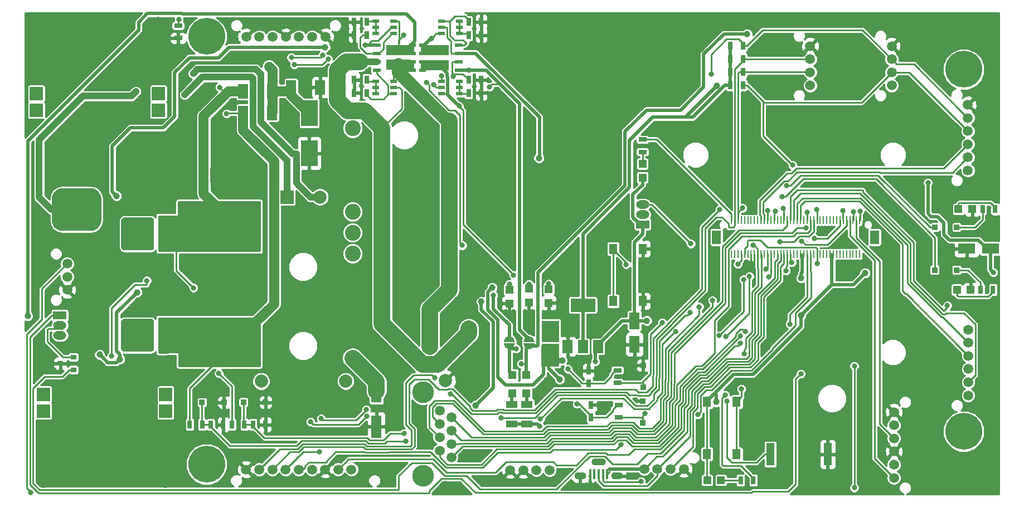
<source format=gtl>
%TF.GenerationSoftware,KiCad,Pcbnew,(5.0.0-rc2-dev-406-g05dae9627)*%
%TF.CreationDate,2018-06-18T14:13:15+02:00*%
%TF.ProjectId,Autopilot,4175746F70696C6F742E6B696361645F,rev?*%
%TF.SameCoordinates,Original*%
%TF.FileFunction,Copper,L1,Top,Signal*%
%TF.FilePolarity,Positive*%
%FSLAX46Y46*%
G04 Gerber Fmt 4.6, Leading zero omitted, Abs format (unit mm)*
G04 Created by KiCad (PCBNEW (5.0.0-rc2-dev-406-g05dae9627)) date 06/18/18 14:13:15*
%MOMM*%
%LPD*%
G01*
G04 APERTURE LIST*
%TA.AperFunction,EtchedComponent*%
%ADD10C,0.150000*%
%TD*%
%TA.AperFunction,ViaPad*%
%ADD11C,0.700000*%
%TD*%
%TA.AperFunction,Conductor*%
%ADD12C,0.100000*%
%TD*%
%TA.AperFunction,SMDPad,CuDef*%
%ADD13C,2.500000*%
%TD*%
%TA.AperFunction,SMDPad,CuDef*%
%ADD14C,5.000000*%
%TD*%
%TA.AperFunction,SMDPad,CuDef*%
%ADD15R,3.810000X1.650000*%
%TD*%
%TA.AperFunction,SMDPad,CuDef*%
%ADD16R,1.020000X0.610000*%
%TD*%
%TA.AperFunction,SMDPad,CuDef*%
%ADD17R,1.270000X0.610000*%
%TD*%
%TA.AperFunction,ComponentPad*%
%ADD18C,2.400000*%
%TD*%
%TA.AperFunction,ComponentPad*%
%ADD19C,2.000000*%
%TD*%
%TA.AperFunction,ComponentPad*%
%ADD20R,2.000000X2.000000*%
%TD*%
%TA.AperFunction,SMDPad,CuDef*%
%ADD21R,1.400000X2.100000*%
%TD*%
%TA.AperFunction,SMDPad,CuDef*%
%ADD22R,0.250000X1.150000*%
%TD*%
%TA.AperFunction,SMDPad,CuDef*%
%ADD23C,0.600000*%
%TD*%
%TA.AperFunction,SMDPad,CuDef*%
%ADD24R,1.300000X3.400000*%
%TD*%
%TA.AperFunction,SMDPad,CuDef*%
%ADD25R,1.300000X0.700000*%
%TD*%
%TA.AperFunction,SMDPad,CuDef*%
%ADD26R,1.500000X2.200000*%
%TD*%
%TA.AperFunction,SMDPad,CuDef*%
%ADD27R,2.500000X4.000000*%
%TD*%
%TA.AperFunction,SMDPad,CuDef*%
%ADD28R,0.750000X1.200000*%
%TD*%
%TA.AperFunction,SMDPad,CuDef*%
%ADD29R,0.850900X0.850900*%
%TD*%
%TA.AperFunction,SMDPad,CuDef*%
%ADD30R,1.198880X1.198880*%
%TD*%
%TA.AperFunction,SMDPad,CuDef*%
%ADD31R,1.300000X1.300000*%
%TD*%
%TA.AperFunction,SMDPad,CuDef*%
%ADD32R,1.600000X3.500000*%
%TD*%
%TA.AperFunction,SMDPad,CuDef*%
%ADD33R,1.600000X2.600000*%
%TD*%
%TA.AperFunction,SMDPad,CuDef*%
%ADD34R,2.600000X1.600000*%
%TD*%
%TA.AperFunction,ComponentPad*%
%ADD35C,1.500000*%
%TD*%
%TA.AperFunction,SMDPad,CuDef*%
%ADD36R,0.700000X1.300000*%
%TD*%
%TA.AperFunction,ComponentPad*%
%ADD37C,5.600000*%
%TD*%
%TA.AperFunction,ComponentPad*%
%ADD38O,2.000000X1.300000*%
%TD*%
%TA.AperFunction,ComponentPad*%
%ADD39R,2.000000X1.300000*%
%TD*%
%TA.AperFunction,ComponentPad*%
%ADD40O,2.200000X1.100000*%
%TD*%
%TA.AperFunction,ComponentPad*%
%ADD41O,1.800000X1.100000*%
%TD*%
%TA.AperFunction,SMDPad,CuDef*%
%ADD42R,0.450000X1.500000*%
%TD*%
%TA.AperFunction,SMDPad,CuDef*%
%ADD43R,1.300000X1.550000*%
%TD*%
%TA.AperFunction,SMDPad,CuDef*%
%ADD44R,0.900000X0.800000*%
%TD*%
%TA.AperFunction,ComponentPad*%
%ADD45C,6.500000*%
%TD*%
%TA.AperFunction,SMDPad,CuDef*%
%ADD46R,1.500000X2.000000*%
%TD*%
%TA.AperFunction,SMDPad,CuDef*%
%ADD47R,3.800000X2.000000*%
%TD*%
%TA.AperFunction,ComponentPad*%
%ADD48C,3.300000*%
%TD*%
%TA.AperFunction,ComponentPad*%
%ADD49C,1.501140*%
%TD*%
%TA.AperFunction,SMDPad,CuDef*%
%ADD50R,1.000000X0.550000*%
%TD*%
%TA.AperFunction,SMDPad,CuDef*%
%ADD51R,1.800000X1.070000*%
%TD*%
%TA.AperFunction,ViaPad*%
%ADD52C,0.800000*%
%TD*%
%TA.AperFunction,ViaPad*%
%ADD53C,1.000000*%
%TD*%
%TA.AperFunction,Conductor*%
%ADD54C,0.250000*%
%TD*%
%TA.AperFunction,Conductor*%
%ADD55C,0.500000*%
%TD*%
%TA.AperFunction,Conductor*%
%ADD56C,0.750000*%
%TD*%
%TA.AperFunction,Conductor*%
%ADD57C,2.500000*%
%TD*%
%TA.AperFunction,Conductor*%
%ADD58C,1.500000*%
%TD*%
%TA.AperFunction,Conductor*%
%ADD59C,1.000000*%
%TD*%
%TA.AperFunction,Conductor*%
%ADD60C,2.000000*%
%TD*%
%TA.AperFunction,Conductor*%
%ADD61C,0.254000*%
%TD*%
%ADD62C,0.254000*%
G04 APERTURE END LIST*
D10*
%TO.C,JP3*%
X248106419Y-136586018D02*
X249427219Y-136586018D01*
X249427219Y-136586018D02*
X249427219Y-136484418D01*
X249427219Y-136484418D02*
X248106419Y-136484418D01*
X248106419Y-136484418D02*
X248106419Y-136382818D01*
X248106419Y-136382818D02*
X249376419Y-136382818D01*
X249376419Y-136382818D02*
X249376419Y-136281218D01*
X249376419Y-136281218D02*
X248208019Y-136281218D01*
X248208019Y-136281218D02*
X248258819Y-136179618D01*
X248258819Y-136179618D02*
X249224019Y-136179618D01*
X249224019Y-136179618D02*
X249122419Y-136078018D01*
X249122419Y-136078018D02*
X248411219Y-136078018D01*
X248411219Y-136078018D02*
X248462019Y-136027218D01*
X248462019Y-136027218D02*
X249020819Y-136027218D01*
X249376419Y-137297218D02*
X249376419Y-137398818D01*
X249376419Y-137398818D02*
X248258819Y-137398818D01*
X248258819Y-137398818D02*
X248258819Y-137500418D01*
X248258819Y-137500418D02*
X249224019Y-137500418D01*
X249224019Y-137500418D02*
X249224019Y-137551218D01*
X249224019Y-137551218D02*
X248360419Y-137551218D01*
X248360419Y-137551218D02*
X248360419Y-137602018D01*
X248360419Y-137602018D02*
X249071619Y-137602018D01*
X249071619Y-137602018D02*
X249071619Y-137652818D01*
X249071619Y-137652818D02*
X248512819Y-137652818D01*
X248055619Y-137094018D02*
X249427219Y-137094018D01*
X249427219Y-137094018D02*
X249427219Y-137195618D01*
X249427219Y-137195618D02*
X248106419Y-137195618D01*
X248106419Y-137195618D02*
X248106419Y-137297218D01*
X248106419Y-137297218D02*
X249376419Y-137297218D01*
X249376419Y-137297218D02*
X249376419Y-137348018D01*
X248004819Y-136992418D02*
X249528819Y-136992418D01*
X248004819Y-136687618D02*
X249528819Y-136687618D01*
X249528819Y-136687618D02*
G75*
G03X248766819Y-135925618I-762000J0D01*
G01*
X248766819Y-135925618D02*
G75*
G03X248004819Y-136687618I0J-762000D01*
G01*
X248004819Y-136992418D02*
G75*
G03X248766819Y-137754418I762000J0D01*
G01*
X248766819Y-137754418D02*
G75*
G03X249528819Y-136992418I0J762000D01*
G01*
%TO.C,JP2*%
X245766819Y-137754418D02*
G75*
G03X246528819Y-136992418I0J762000D01*
G01*
X245004819Y-136992418D02*
G75*
G03X245766819Y-137754418I762000J0D01*
G01*
X245766819Y-135925618D02*
G75*
G03X245004819Y-136687618I0J-762000D01*
G01*
X246528819Y-136687618D02*
G75*
G03X245766819Y-135925618I-762000J0D01*
G01*
X245004819Y-136687618D02*
X246528819Y-136687618D01*
X245004819Y-136992418D02*
X246528819Y-136992418D01*
X246376419Y-137297218D02*
X246376419Y-137348018D01*
X245106419Y-137297218D02*
X246376419Y-137297218D01*
X245106419Y-137195618D02*
X245106419Y-137297218D01*
X246427219Y-137195618D02*
X245106419Y-137195618D01*
X246427219Y-137094018D02*
X246427219Y-137195618D01*
X245055619Y-137094018D02*
X246427219Y-137094018D01*
X246071619Y-137652818D02*
X245512819Y-137652818D01*
X246071619Y-137602018D02*
X246071619Y-137652818D01*
X245360419Y-137602018D02*
X246071619Y-137602018D01*
X245360419Y-137551218D02*
X245360419Y-137602018D01*
X246224019Y-137551218D02*
X245360419Y-137551218D01*
X246224019Y-137500418D02*
X246224019Y-137551218D01*
X245258819Y-137500418D02*
X246224019Y-137500418D01*
X245258819Y-137398818D02*
X245258819Y-137500418D01*
X246376419Y-137398818D02*
X245258819Y-137398818D01*
X246376419Y-137297218D02*
X246376419Y-137398818D01*
X245462019Y-136027218D02*
X246020819Y-136027218D01*
X245411219Y-136078018D02*
X245462019Y-136027218D01*
X246122419Y-136078018D02*
X245411219Y-136078018D01*
X246224019Y-136179618D02*
X246122419Y-136078018D01*
X245258819Y-136179618D02*
X246224019Y-136179618D01*
X245208019Y-136281218D02*
X245258819Y-136179618D01*
X246376419Y-136281218D02*
X245208019Y-136281218D01*
X246376419Y-136382818D02*
X246376419Y-136281218D01*
X245106419Y-136382818D02*
X246376419Y-136382818D01*
X245106419Y-136484418D02*
X245106419Y-136382818D01*
X246427219Y-136484418D02*
X245106419Y-136484418D01*
X246427219Y-136586018D02*
X246427219Y-136484418D01*
X245106419Y-136586018D02*
X246427219Y-136586018D01*
%TD*%
D11*
%TO.N,GND*%
%TO.C,REF\002A\002A*%
X219950000Y-108850000D03*
%TD*%
%TO.N,GND*%
%TO.C,REF\002A\002A*%
X221050000Y-112075000D03*
%TD*%
%TO.N,GND*%
%TO.C,REF\002A\002A*%
X218825000Y-111025000D03*
%TD*%
%TO.N,GND*%
%TO.C,REF\002A\002A*%
X217750000Y-109950000D03*
%TD*%
%TO.N,GND*%
%TO.C,REF\002A\002A*%
X221050000Y-110975000D03*
%TD*%
%TO.N,GND*%
%TO.C,REF\002A\002A*%
X219950000Y-111000000D03*
%TD*%
%TO.N,GND*%
%TO.C,REF\002A\002A*%
X221050000Y-109950000D03*
%TD*%
%TO.N,GND*%
%TO.C,REF\002A\002A*%
X218850000Y-109950000D03*
%TD*%
%TO.N,GND*%
%TO.C,REF\002A\002A*%
X219950000Y-112100000D03*
%TD*%
%TO.N,GND*%
%TO.C,REF\002A\002A*%
X221050000Y-108850000D03*
%TD*%
%TO.N,GND*%
%TO.C,REF\002A\002A*%
X217725000Y-111025000D03*
%TD*%
%TO.N,GND*%
%TO.C,REF\002A\002A*%
X218825000Y-112125000D03*
%TD*%
%TO.N,GND*%
%TO.C,REF\002A\002A*%
X219950000Y-109950000D03*
%TD*%
%TO.N,GND*%
%TO.C,REF\002A\002A*%
X218850000Y-108850000D03*
%TD*%
%TO.N,GND*%
%TO.C,REF\002A\002A*%
X217750000Y-108850000D03*
%TD*%
%TO.N,GND*%
%TO.C,REF\002A\002A*%
X217725000Y-112125000D03*
%TD*%
%TO.N,GND*%
%TO.C,REF\002A\002A*%
X241225000Y-125150000D03*
%TD*%
%TO.N,GND*%
%TO.C,REF\002A\002A*%
X240125000Y-124050000D03*
%TD*%
%TO.N,GND*%
%TO.C,REF\002A\002A*%
X241225000Y-124050000D03*
%TD*%
%TO.N,GND*%
%TO.C,REF\002A\002A*%
X240125000Y-125150000D03*
%TD*%
%TO.N,GND*%
%TO.C,REF\002A\002A*%
X238250000Y-130700000D03*
%TD*%
%TO.N,GND*%
%TO.C,REF\002A\002A*%
X239350000Y-131800000D03*
%TD*%
%TO.N,GND*%
%TO.C,REF\002A\002A*%
X239350000Y-130700000D03*
%TD*%
%TO.N,GND*%
%TO.C,REF\002A\002A*%
X238250000Y-131800000D03*
%TD*%
%TO.N,GND*%
%TO.C,REF\002A\002A*%
X252200000Y-148500000D03*
%TD*%
%TO.N,GND*%
%TO.C,REF\002A\002A*%
X251350000Y-143875000D03*
%TD*%
%TO.N,GND*%
%TO.C,REF\002A\002A*%
X255725000Y-148050000D03*
%TD*%
%TO.N,GND*%
%TO.C,REF\002A\002A*%
X240175000Y-154000000D03*
%TD*%
%TO.N,GND*%
%TO.C,REF\002A\002A*%
X233075000Y-151700000D03*
%TD*%
%TO.N,GND*%
%TO.C,REF\002A\002A*%
X233150000Y-109150000D03*
%TD*%
%TO.N,GND*%
%TO.C,REF\002A\002A*%
X232850000Y-122725000D03*
%TD*%
%TO.N,GND*%
%TO.C,REF\002A\002A*%
X294075000Y-119750000D03*
%TD*%
%TO.N,GND*%
%TO.C,REF\002A\002A*%
X296825000Y-121350000D03*
%TD*%
%TO.N,GND*%
%TO.C,REF\002A\002A*%
X282050000Y-112475000D03*
%TD*%
%TO.N,GND*%
%TO.C,REF\002A\002A*%
X281650000Y-106700000D03*
%TD*%
%TO.N,GND*%
%TO.C,REF\002A\002A*%
X285200000Y-112000000D03*
%TD*%
%TO.N,GND*%
%TO.C,REF\002A\002A*%
X282625000Y-116000000D03*
%TD*%
%TO.N,GND*%
%TO.C,REF\002A\002A*%
X285500000Y-134850000D03*
%TD*%
%TO.N,GND*%
%TO.C,REF\002A\002A*%
X286475000Y-132875000D03*
%TD*%
%TO.N,GND*%
%TO.C,REF\002A\002A*%
X287875000Y-131500000D03*
%TD*%
%TO.N,GND*%
%TO.C,REF\002A\002A*%
X288775000Y-130400000D03*
%TD*%
%TO.N,GND*%
%TO.C,REF\002A\002A*%
X280150000Y-128100000D03*
%TD*%
%TO.N,GND*%
%TO.C,REF\002A\002A*%
X280150000Y-126300000D03*
%TD*%
%TO.N,GND*%
%TO.C,REF\002A\002A*%
X307725000Y-109175000D03*
%TD*%
%TO.N,GND*%
%TO.C,REF\002A\002A*%
X303825000Y-100500000D03*
%TD*%
%TO.N,GND*%
%TO.C,REF\002A\002A*%
X286125000Y-101425000D03*
%TD*%
%TO.N,GND*%
%TO.C,REF\002A\002A*%
X268375000Y-104450000D03*
%TD*%
%TO.N,GND*%
%TO.C,REF\002A\002A*%
X279125000Y-105025000D03*
%TD*%
%TO.N,GND*%
%TO.C,REF\002A\002A*%
X279075000Y-115250000D03*
%TD*%
%TO.N,GND*%
%TO.C,REF\002A\002A*%
X279075000Y-120100000D03*
%TD*%
%TO.N,GND*%
%TO.C,REF\002A\002A*%
X276950000Y-122725000D03*
%TD*%
%TO.N,GND*%
%TO.C,REF\002A\002A*%
X276925000Y-127875000D03*
%TD*%
D12*
%TO.N,GND*%
%TO.C,U8*%
G36*
X194599504Y-114351204D02*
X194623773Y-114354804D01*
X194647571Y-114360765D01*
X194670671Y-114369030D01*
X194692849Y-114379520D01*
X194713893Y-114392133D01*
X194733598Y-114406747D01*
X194751777Y-114423223D01*
X194768253Y-114441402D01*
X194782867Y-114461107D01*
X194795480Y-114482151D01*
X194805970Y-114504329D01*
X194814235Y-114527429D01*
X194820196Y-114551227D01*
X194823796Y-114575496D01*
X194825000Y-114600000D01*
X194825000Y-116600000D01*
X194823796Y-116624504D01*
X194820196Y-116648773D01*
X194814235Y-116672571D01*
X194805970Y-116695671D01*
X194795480Y-116717849D01*
X194782867Y-116738893D01*
X194768253Y-116758598D01*
X194751777Y-116776777D01*
X194733598Y-116793253D01*
X194713893Y-116807867D01*
X194692849Y-116820480D01*
X194670671Y-116830970D01*
X194647571Y-116839235D01*
X194623773Y-116845196D01*
X194599504Y-116848796D01*
X194575000Y-116850000D01*
X190075000Y-116850000D01*
X190050496Y-116848796D01*
X190026227Y-116845196D01*
X190002429Y-116839235D01*
X189979329Y-116830970D01*
X189957151Y-116820480D01*
X189936107Y-116807867D01*
X189916402Y-116793253D01*
X189898223Y-116776777D01*
X189881747Y-116758598D01*
X189867133Y-116738893D01*
X189854520Y-116717849D01*
X189844030Y-116695671D01*
X189835765Y-116672571D01*
X189829804Y-116648773D01*
X189826204Y-116624504D01*
X189825000Y-116600000D01*
X189825000Y-114600000D01*
X189826204Y-114575496D01*
X189829804Y-114551227D01*
X189835765Y-114527429D01*
X189844030Y-114504329D01*
X189854520Y-114482151D01*
X189867133Y-114461107D01*
X189881747Y-114441402D01*
X189898223Y-114423223D01*
X189916402Y-114406747D01*
X189936107Y-114392133D01*
X189957151Y-114379520D01*
X189979329Y-114369030D01*
X190002429Y-114360765D01*
X190026227Y-114354804D01*
X190050496Y-114351204D01*
X190075000Y-114350000D01*
X194575000Y-114350000D01*
X194599504Y-114351204D01*
X194599504Y-114351204D01*
G37*
D13*
%TD*%
%TO.P,U8,3*%
%TO.N,GND*%
X192325000Y-115600000D03*
D12*
%TO.N,GND*%
%TO.C,U8*%
G36*
X194599504Y-123751204D02*
X194623773Y-123754804D01*
X194647571Y-123760765D01*
X194670671Y-123769030D01*
X194692849Y-123779520D01*
X194713893Y-123792133D01*
X194733598Y-123806747D01*
X194751777Y-123823223D01*
X194768253Y-123841402D01*
X194782867Y-123861107D01*
X194795480Y-123882151D01*
X194805970Y-123904329D01*
X194814235Y-123927429D01*
X194820196Y-123951227D01*
X194823796Y-123975496D01*
X194825000Y-124000000D01*
X194825000Y-126000000D01*
X194823796Y-126024504D01*
X194820196Y-126048773D01*
X194814235Y-126072571D01*
X194805970Y-126095671D01*
X194795480Y-126117849D01*
X194782867Y-126138893D01*
X194768253Y-126158598D01*
X194751777Y-126176777D01*
X194733598Y-126193253D01*
X194713893Y-126207867D01*
X194692849Y-126220480D01*
X194670671Y-126230970D01*
X194647571Y-126239235D01*
X194623773Y-126245196D01*
X194599504Y-126248796D01*
X194575000Y-126250000D01*
X190075000Y-126250000D01*
X190050496Y-126248796D01*
X190026227Y-126245196D01*
X190002429Y-126239235D01*
X189979329Y-126230970D01*
X189957151Y-126220480D01*
X189936107Y-126207867D01*
X189916402Y-126193253D01*
X189898223Y-126176777D01*
X189881747Y-126158598D01*
X189867133Y-126138893D01*
X189854520Y-126117849D01*
X189844030Y-126095671D01*
X189835765Y-126072571D01*
X189829804Y-126048773D01*
X189826204Y-126024504D01*
X189825000Y-126000000D01*
X189825000Y-124000000D01*
X189826204Y-123975496D01*
X189829804Y-123951227D01*
X189835765Y-123927429D01*
X189844030Y-123904329D01*
X189854520Y-123882151D01*
X189867133Y-123861107D01*
X189881747Y-123841402D01*
X189898223Y-123823223D01*
X189916402Y-123806747D01*
X189936107Y-123792133D01*
X189957151Y-123779520D01*
X189979329Y-123769030D01*
X190002429Y-123760765D01*
X190026227Y-123754804D01*
X190050496Y-123751204D01*
X190075000Y-123750000D01*
X194575000Y-123750000D01*
X194599504Y-123751204D01*
X194599504Y-123751204D01*
G37*
D13*
%TD*%
%TO.P,U8,3*%
%TO.N,GND*%
X192325000Y-125000000D03*
D12*
%TO.N,Net-(U6-Pad1)*%
%TO.C,U8*%
G36*
X191374009Y-117802408D02*
X191422545Y-117809607D01*
X191470142Y-117821530D01*
X191516342Y-117838060D01*
X191560698Y-117859039D01*
X191602785Y-117884265D01*
X191642197Y-117913495D01*
X191678553Y-117946447D01*
X191711505Y-117982803D01*
X191740735Y-118022215D01*
X191765961Y-118064302D01*
X191786940Y-118108658D01*
X191803470Y-118154858D01*
X191815393Y-118202455D01*
X191822592Y-118250991D01*
X191825000Y-118300000D01*
X191825000Y-122300000D01*
X191822592Y-122349009D01*
X191815393Y-122397545D01*
X191803470Y-122445142D01*
X191786940Y-122491342D01*
X191765961Y-122535698D01*
X191740735Y-122577785D01*
X191711505Y-122617197D01*
X191678553Y-122653553D01*
X191642197Y-122686505D01*
X191602785Y-122715735D01*
X191560698Y-122740961D01*
X191516342Y-122761940D01*
X191470142Y-122778470D01*
X191422545Y-122790393D01*
X191374009Y-122797592D01*
X191325000Y-122800000D01*
X187325000Y-122800000D01*
X187275991Y-122797592D01*
X187227455Y-122790393D01*
X187179858Y-122778470D01*
X187133658Y-122761940D01*
X187089302Y-122740961D01*
X187047215Y-122715735D01*
X187007803Y-122686505D01*
X186971447Y-122653553D01*
X186938495Y-122617197D01*
X186909265Y-122577785D01*
X186884039Y-122535698D01*
X186863060Y-122491342D01*
X186846530Y-122445142D01*
X186834607Y-122397545D01*
X186827408Y-122349009D01*
X186825000Y-122300000D01*
X186825000Y-118300000D01*
X186827408Y-118250991D01*
X186834607Y-118202455D01*
X186846530Y-118154858D01*
X186863060Y-118108658D01*
X186884039Y-118064302D01*
X186909265Y-118022215D01*
X186938495Y-117982803D01*
X186971447Y-117946447D01*
X187007803Y-117913495D01*
X187047215Y-117884265D01*
X187089302Y-117859039D01*
X187133658Y-117838060D01*
X187179858Y-117821530D01*
X187227455Y-117809607D01*
X187275991Y-117802408D01*
X187325000Y-117800000D01*
X191325000Y-117800000D01*
X191374009Y-117802408D01*
X191374009Y-117802408D01*
G37*
D14*
%TD*%
%TO.P,U8,2*%
%TO.N,Net-(U6-Pad1)*%
X189325000Y-120300000D03*
D12*
%TO.N,Net-(D12-Pad2)*%
%TO.C,U8*%
G36*
X197374009Y-117802408D02*
X197422545Y-117809607D01*
X197470142Y-117821530D01*
X197516342Y-117838060D01*
X197560698Y-117859039D01*
X197602785Y-117884265D01*
X197642197Y-117913495D01*
X197678553Y-117946447D01*
X197711505Y-117982803D01*
X197740735Y-118022215D01*
X197765961Y-118064302D01*
X197786940Y-118108658D01*
X197803470Y-118154858D01*
X197815393Y-118202455D01*
X197822592Y-118250991D01*
X197825000Y-118300000D01*
X197825000Y-122300000D01*
X197822592Y-122349009D01*
X197815393Y-122397545D01*
X197803470Y-122445142D01*
X197786940Y-122491342D01*
X197765961Y-122535698D01*
X197740735Y-122577785D01*
X197711505Y-122617197D01*
X197678553Y-122653553D01*
X197642197Y-122686505D01*
X197602785Y-122715735D01*
X197560698Y-122740961D01*
X197516342Y-122761940D01*
X197470142Y-122778470D01*
X197422545Y-122790393D01*
X197374009Y-122797592D01*
X197325000Y-122800000D01*
X193325000Y-122800000D01*
X193275991Y-122797592D01*
X193227455Y-122790393D01*
X193179858Y-122778470D01*
X193133658Y-122761940D01*
X193089302Y-122740961D01*
X193047215Y-122715735D01*
X193007803Y-122686505D01*
X192971447Y-122653553D01*
X192938495Y-122617197D01*
X192909265Y-122577785D01*
X192884039Y-122535698D01*
X192863060Y-122491342D01*
X192846530Y-122445142D01*
X192834607Y-122397545D01*
X192827408Y-122349009D01*
X192825000Y-122300000D01*
X192825000Y-118300000D01*
X192827408Y-118250991D01*
X192834607Y-118202455D01*
X192846530Y-118154858D01*
X192863060Y-118108658D01*
X192884039Y-118064302D01*
X192909265Y-118022215D01*
X192938495Y-117982803D01*
X192971447Y-117946447D01*
X193007803Y-117913495D01*
X193047215Y-117884265D01*
X193089302Y-117859039D01*
X193133658Y-117838060D01*
X193179858Y-117821530D01*
X193227455Y-117809607D01*
X193275991Y-117802408D01*
X193325000Y-117800000D01*
X197325000Y-117800000D01*
X197374009Y-117802408D01*
X197374009Y-117802408D01*
G37*
D14*
%TD*%
%TO.P,U8,1*%
%TO.N,Net-(D12-Pad2)*%
X195325000Y-120300000D03*
D12*
%TO.N,GND*%
%TO.C,U7*%
G36*
X194599504Y-129751204D02*
X194623773Y-129754804D01*
X194647571Y-129760765D01*
X194670671Y-129769030D01*
X194692849Y-129779520D01*
X194713893Y-129792133D01*
X194733598Y-129806747D01*
X194751777Y-129823223D01*
X194768253Y-129841402D01*
X194782867Y-129861107D01*
X194795480Y-129882151D01*
X194805970Y-129904329D01*
X194814235Y-129927429D01*
X194820196Y-129951227D01*
X194823796Y-129975496D01*
X194825000Y-130000000D01*
X194825000Y-132000000D01*
X194823796Y-132024504D01*
X194820196Y-132048773D01*
X194814235Y-132072571D01*
X194805970Y-132095671D01*
X194795480Y-132117849D01*
X194782867Y-132138893D01*
X194768253Y-132158598D01*
X194751777Y-132176777D01*
X194733598Y-132193253D01*
X194713893Y-132207867D01*
X194692849Y-132220480D01*
X194670671Y-132230970D01*
X194647571Y-132239235D01*
X194623773Y-132245196D01*
X194599504Y-132248796D01*
X194575000Y-132250000D01*
X190075000Y-132250000D01*
X190050496Y-132248796D01*
X190026227Y-132245196D01*
X190002429Y-132239235D01*
X189979329Y-132230970D01*
X189957151Y-132220480D01*
X189936107Y-132207867D01*
X189916402Y-132193253D01*
X189898223Y-132176777D01*
X189881747Y-132158598D01*
X189867133Y-132138893D01*
X189854520Y-132117849D01*
X189844030Y-132095671D01*
X189835765Y-132072571D01*
X189829804Y-132048773D01*
X189826204Y-132024504D01*
X189825000Y-132000000D01*
X189825000Y-130000000D01*
X189826204Y-129975496D01*
X189829804Y-129951227D01*
X189835765Y-129927429D01*
X189844030Y-129904329D01*
X189854520Y-129882151D01*
X189867133Y-129861107D01*
X189881747Y-129841402D01*
X189898223Y-129823223D01*
X189916402Y-129806747D01*
X189936107Y-129792133D01*
X189957151Y-129779520D01*
X189979329Y-129769030D01*
X190002429Y-129760765D01*
X190026227Y-129754804D01*
X190050496Y-129751204D01*
X190075000Y-129750000D01*
X194575000Y-129750000D01*
X194599504Y-129751204D01*
X194599504Y-129751204D01*
G37*
D13*
%TD*%
%TO.P,U7,3*%
%TO.N,GND*%
X192325000Y-131000000D03*
D12*
%TO.N,GND*%
%TO.C,U7*%
G36*
X194599504Y-139151204D02*
X194623773Y-139154804D01*
X194647571Y-139160765D01*
X194670671Y-139169030D01*
X194692849Y-139179520D01*
X194713893Y-139192133D01*
X194733598Y-139206747D01*
X194751777Y-139223223D01*
X194768253Y-139241402D01*
X194782867Y-139261107D01*
X194795480Y-139282151D01*
X194805970Y-139304329D01*
X194814235Y-139327429D01*
X194820196Y-139351227D01*
X194823796Y-139375496D01*
X194825000Y-139400000D01*
X194825000Y-141400000D01*
X194823796Y-141424504D01*
X194820196Y-141448773D01*
X194814235Y-141472571D01*
X194805970Y-141495671D01*
X194795480Y-141517849D01*
X194782867Y-141538893D01*
X194768253Y-141558598D01*
X194751777Y-141576777D01*
X194733598Y-141593253D01*
X194713893Y-141607867D01*
X194692849Y-141620480D01*
X194670671Y-141630970D01*
X194647571Y-141639235D01*
X194623773Y-141645196D01*
X194599504Y-141648796D01*
X194575000Y-141650000D01*
X190075000Y-141650000D01*
X190050496Y-141648796D01*
X190026227Y-141645196D01*
X190002429Y-141639235D01*
X189979329Y-141630970D01*
X189957151Y-141620480D01*
X189936107Y-141607867D01*
X189916402Y-141593253D01*
X189898223Y-141576777D01*
X189881747Y-141558598D01*
X189867133Y-141538893D01*
X189854520Y-141517849D01*
X189844030Y-141495671D01*
X189835765Y-141472571D01*
X189829804Y-141448773D01*
X189826204Y-141424504D01*
X189825000Y-141400000D01*
X189825000Y-139400000D01*
X189826204Y-139375496D01*
X189829804Y-139351227D01*
X189835765Y-139327429D01*
X189844030Y-139304329D01*
X189854520Y-139282151D01*
X189867133Y-139261107D01*
X189881747Y-139241402D01*
X189898223Y-139223223D01*
X189916402Y-139206747D01*
X189936107Y-139192133D01*
X189957151Y-139179520D01*
X189979329Y-139169030D01*
X190002429Y-139160765D01*
X190026227Y-139154804D01*
X190050496Y-139151204D01*
X190075000Y-139150000D01*
X194575000Y-139150000D01*
X194599504Y-139151204D01*
X194599504Y-139151204D01*
G37*
D13*
%TD*%
%TO.P,U7,3*%
%TO.N,GND*%
X192325000Y-140400000D03*
D12*
%TO.N,Net-(U5-Pad1)*%
%TO.C,U7*%
G36*
X191374009Y-133202408D02*
X191422545Y-133209607D01*
X191470142Y-133221530D01*
X191516342Y-133238060D01*
X191560698Y-133259039D01*
X191602785Y-133284265D01*
X191642197Y-133313495D01*
X191678553Y-133346447D01*
X191711505Y-133382803D01*
X191740735Y-133422215D01*
X191765961Y-133464302D01*
X191786940Y-133508658D01*
X191803470Y-133554858D01*
X191815393Y-133602455D01*
X191822592Y-133650991D01*
X191825000Y-133700000D01*
X191825000Y-137700000D01*
X191822592Y-137749009D01*
X191815393Y-137797545D01*
X191803470Y-137845142D01*
X191786940Y-137891342D01*
X191765961Y-137935698D01*
X191740735Y-137977785D01*
X191711505Y-138017197D01*
X191678553Y-138053553D01*
X191642197Y-138086505D01*
X191602785Y-138115735D01*
X191560698Y-138140961D01*
X191516342Y-138161940D01*
X191470142Y-138178470D01*
X191422545Y-138190393D01*
X191374009Y-138197592D01*
X191325000Y-138200000D01*
X187325000Y-138200000D01*
X187275991Y-138197592D01*
X187227455Y-138190393D01*
X187179858Y-138178470D01*
X187133658Y-138161940D01*
X187089302Y-138140961D01*
X187047215Y-138115735D01*
X187007803Y-138086505D01*
X186971447Y-138053553D01*
X186938495Y-138017197D01*
X186909265Y-137977785D01*
X186884039Y-137935698D01*
X186863060Y-137891342D01*
X186846530Y-137845142D01*
X186834607Y-137797545D01*
X186827408Y-137749009D01*
X186825000Y-137700000D01*
X186825000Y-133700000D01*
X186827408Y-133650991D01*
X186834607Y-133602455D01*
X186846530Y-133554858D01*
X186863060Y-133508658D01*
X186884039Y-133464302D01*
X186909265Y-133422215D01*
X186938495Y-133382803D01*
X186971447Y-133346447D01*
X187007803Y-133313495D01*
X187047215Y-133284265D01*
X187089302Y-133259039D01*
X187133658Y-133238060D01*
X187179858Y-133221530D01*
X187227455Y-133209607D01*
X187275991Y-133202408D01*
X187325000Y-133200000D01*
X191325000Y-133200000D01*
X191374009Y-133202408D01*
X191374009Y-133202408D01*
G37*
D14*
%TD*%
%TO.P,U7,2*%
%TO.N,Net-(U5-Pad1)*%
X189325000Y-135700000D03*
D12*
%TO.N,Net-(D10-Pad2)*%
%TO.C,U7*%
G36*
X197374009Y-133202408D02*
X197422545Y-133209607D01*
X197470142Y-133221530D01*
X197516342Y-133238060D01*
X197560698Y-133259039D01*
X197602785Y-133284265D01*
X197642197Y-133313495D01*
X197678553Y-133346447D01*
X197711505Y-133382803D01*
X197740735Y-133422215D01*
X197765961Y-133464302D01*
X197786940Y-133508658D01*
X197803470Y-133554858D01*
X197815393Y-133602455D01*
X197822592Y-133650991D01*
X197825000Y-133700000D01*
X197825000Y-137700000D01*
X197822592Y-137749009D01*
X197815393Y-137797545D01*
X197803470Y-137845142D01*
X197786940Y-137891342D01*
X197765961Y-137935698D01*
X197740735Y-137977785D01*
X197711505Y-138017197D01*
X197678553Y-138053553D01*
X197642197Y-138086505D01*
X197602785Y-138115735D01*
X197560698Y-138140961D01*
X197516342Y-138161940D01*
X197470142Y-138178470D01*
X197422545Y-138190393D01*
X197374009Y-138197592D01*
X197325000Y-138200000D01*
X193325000Y-138200000D01*
X193275991Y-138197592D01*
X193227455Y-138190393D01*
X193179858Y-138178470D01*
X193133658Y-138161940D01*
X193089302Y-138140961D01*
X193047215Y-138115735D01*
X193007803Y-138086505D01*
X192971447Y-138053553D01*
X192938495Y-138017197D01*
X192909265Y-137977785D01*
X192884039Y-137935698D01*
X192863060Y-137891342D01*
X192846530Y-137845142D01*
X192834607Y-137797545D01*
X192827408Y-137749009D01*
X192825000Y-137700000D01*
X192825000Y-133700000D01*
X192827408Y-133650991D01*
X192834607Y-133602455D01*
X192846530Y-133554858D01*
X192863060Y-133508658D01*
X192884039Y-133464302D01*
X192909265Y-133422215D01*
X192938495Y-133382803D01*
X192971447Y-133346447D01*
X193007803Y-133313495D01*
X193047215Y-133284265D01*
X193089302Y-133259039D01*
X193133658Y-133238060D01*
X193179858Y-133221530D01*
X193227455Y-133209607D01*
X193275991Y-133202408D01*
X193325000Y-133200000D01*
X197325000Y-133200000D01*
X197374009Y-133202408D01*
X197374009Y-133202408D01*
G37*
D14*
%TD*%
%TO.P,U7,1*%
%TO.N,Net-(D10-Pad2)*%
X195325000Y-135700000D03*
D11*
%TO.N,GND*%
%TO.C,REF\002A\002A*%
X224225000Y-95475000D03*
%TD*%
%TO.N,GND*%
%TO.C,REF\002A\002A*%
X223250000Y-97825000D03*
%TD*%
%TO.N,GND*%
%TO.C,REF\002A\002A*%
X189475000Y-155600000D03*
%TD*%
%TO.N,GND*%
%TO.C,REF\002A\002A*%
X188375000Y-156650000D03*
%TD*%
%TO.N,GND*%
%TO.C,REF\002A\002A*%
X187275000Y-154500000D03*
%TD*%
%TO.N,GND*%
%TO.C,REF\002A\002A*%
X186175000Y-154500000D03*
%TD*%
%TO.N,GND*%
%TO.C,REF\002A\002A*%
X186150000Y-157775000D03*
%TD*%
%TO.N,GND*%
%TO.C,REF\002A\002A*%
X189475000Y-154500000D03*
%TD*%
%TO.N,GND*%
%TO.C,REF\002A\002A*%
X188375000Y-155600000D03*
%TD*%
%TO.N,GND*%
%TO.C,REF\002A\002A*%
X189475000Y-157725000D03*
%TD*%
%TO.N,GND*%
%TO.C,REF\002A\002A*%
X188375000Y-154500000D03*
%TD*%
%TO.N,GND*%
%TO.C,REF\002A\002A*%
X187250000Y-156675000D03*
%TD*%
%TO.N,GND*%
%TO.C,REF\002A\002A*%
X186150000Y-156675000D03*
%TD*%
%TO.N,GND*%
%TO.C,REF\002A\002A*%
X189475000Y-156625000D03*
%TD*%
%TO.N,GND*%
%TO.C,REF\002A\002A*%
X188375000Y-157750000D03*
%TD*%
%TO.N,GND*%
%TO.C,REF\002A\002A*%
X187250000Y-157775000D03*
%TD*%
%TO.N,GND*%
%TO.C,REF\002A\002A*%
X187275000Y-155600000D03*
%TD*%
%TO.N,GND*%
%TO.C,REF\002A\002A*%
X186175000Y-155600000D03*
%TD*%
%TO.N,GND*%
%TO.C,REF\002A\002A*%
X245225000Y-132100000D03*
%TD*%
%TO.N,GND*%
%TO.C,REF\002A\002A*%
X253975000Y-129275000D03*
%TD*%
%TO.N,GND*%
%TO.C,REF\002A\002A*%
X253975000Y-128125000D03*
%TD*%
%TO.N,GND*%
%TO.C,REF\002A\002A*%
X253950000Y-130525000D03*
%TD*%
%TO.N,GND*%
%TO.C,REF\002A\002A*%
X253950000Y-131675000D03*
%TD*%
%TO.N,GND*%
%TO.C,REF\002A\002A*%
X254350000Y-134375000D03*
%TD*%
%TO.N,GND*%
%TO.C,REF\002A\002A*%
X255500000Y-134375000D03*
%TD*%
%TO.N,GND*%
%TO.C,REF\002A\002A*%
X255500000Y-133225000D03*
%TD*%
%TO.N,GND*%
%TO.C,REF\002A\002A*%
X254350000Y-133225000D03*
%TD*%
%TO.N,GND*%
%TO.C,REF\002A\002A*%
X246375000Y-132125000D03*
%TD*%
%TO.N,GND*%
%TO.C,REF\002A\002A*%
X249300000Y-132075000D03*
%TD*%
%TO.N,GND*%
%TO.C,REF\002A\002A*%
X248175000Y-132075000D03*
%TD*%
%TO.N,GND*%
%TO.C,REF\002A\002A*%
X259825000Y-147000000D03*
%TD*%
%TO.N,GND*%
%TO.C,REF\002A\002A*%
X260400000Y-146150000D03*
%TD*%
%TO.N,GND*%
%TO.C,REF\002A\002A*%
X264950000Y-145475000D03*
%TD*%
%TO.N,/Power_Supply/CrossFeed*%
%TO.C,REF\002A\002A*%
X252125000Y-135650000D03*
%TD*%
%TO.N,/Power_Supply/CrossFeed*%
%TO.C,REF\002A\002A*%
X251200000Y-135700000D03*
%TD*%
%TO.N,/Power_Supply/CrossFeed*%
%TO.C,REF\002A\002A*%
X251250000Y-134950000D03*
%TD*%
%TO.N,/Power_Supply/CrossFeed*%
%TO.C,REF\002A\002A*%
X251300000Y-134100000D03*
%TD*%
D15*
%TO.P,Q3,6*%
%TO.N,/Power_Supply/ID_CrossFeed*%
X234710000Y-92370000D03*
%TO.P,Q3,5*%
%TO.N,/Power_Supply/ID_Sen_1*%
X234710000Y-94630000D03*
D16*
X232605000Y-95405000D03*
X232605000Y-94135000D03*
%TO.P,Q3,6*%
%TO.N,/Power_Supply/ID_CrossFeed*%
X232605000Y-92865000D03*
X232605000Y-91595000D03*
D17*
%TO.P,Q3,4*%
%TO.N,Net-(Q3-Pad4)*%
X238070000Y-91595000D03*
%TO.P,Q3,3*%
%TO.N,/Power_Supply/CrossFeed*%
X238070000Y-92865000D03*
%TO.P,Q3,2*%
%TO.N,Net-(Q2-Pad4)*%
X238070000Y-94135000D03*
%TO.P,Q3,1*%
%TO.N,/Power_Supply/ID_CrossFeed*%
X238070000Y-95405000D03*
%TD*%
D18*
%TO.P,A1,1*%
%TO.N,GND*%
X241025000Y-104235000D03*
%TO.P,A1,2*%
%TO.N,Net-(A1-Pad2)*%
X221975000Y-104235000D03*
%TO.P,A1,3*%
%TO.N,Net-(A1-Pad3)*%
X221975000Y-116935000D03*
%TO.P,A1,4*%
%TO.N,Net-(A1-Pad4)*%
X221975000Y-120115000D03*
%TO.P,A1,5*%
%TO.N,Net-(A1-Pad5)*%
X221975000Y-123295000D03*
%TO.P,A1,6*%
%TO.N,Net-(A1-Pad6)*%
X221975000Y-139175000D03*
%TO.P,A1,7*%
%TO.N,GND*%
X241025000Y-139175000D03*
%TD*%
D19*
%TO.P,C10,4*%
%TO.N,N/C*%
X220900000Y-142700000D03*
%TO.P,C10,3*%
X208100000Y-142700000D03*
%TO.P,C10,2*%
%TO.N,Net-(C10-Pad2)*%
X217000000Y-114700000D03*
D20*
%TO.P,C10,1*%
%TO.N,/Power_Supply*%
X212000000Y-114700000D03*
%TD*%
D21*
%TO.P,U1,0*%
%TO.N,N/C*%
X301250832Y-120799720D03*
X277250832Y-120800000D03*
D22*
%TO.P,U1,2*%
%TO.N,/FMU-~LED_AMBER*%
X279501664Y-118225000D03*
%TO.P,U1,1*%
%TO.N,Net-(U1-Pad1)*%
X279501664Y-123374720D03*
%TO.P,U1,4*%
%TO.N,/I2C_2_SDA*%
X280001664Y-118225000D03*
%TO.P,U1,6*%
%TO.N,/I2C_2_SCL*%
X280501664Y-118225000D03*
%TO.P,U1,8*%
%TO.N,Net-(U1-Pad8)*%
X281001664Y-118225000D03*
%TO.P,U1,10*%
%TO.N,Net-(U1-Pad10)*%
X281501664Y-118225000D03*
%TO.P,U1,12*%
%TO.N,Net-(U1-Pad12)*%
X282001664Y-118225000D03*
%TO.P,U1,14*%
%TO.N,Net-(U1-Pad14)*%
X282501664Y-118225000D03*
%TO.P,U1,16*%
%TO.N,Net-(U1-Pad16)*%
X283001664Y-118225000D03*
%TO.P,U1,18*%
%TO.N,Net-(U1-Pad18)*%
X283501664Y-118225000D03*
%TO.P,U1,20*%
%TO.N,/SERIAL_3_RX*%
X284001664Y-118225000D03*
%TO.P,U1,22*%
%TO.N,/SERIAL_3_TX*%
X284501664Y-118225000D03*
%TO.P,U1,24*%
%TO.N,/ALARM*%
X285001664Y-118225000D03*
%TO.P,U1,26*%
%TO.N,Net-(U1-Pad26)*%
X285501664Y-118225000D03*
%TO.P,U1,28*%
%TO.N,/IO-~LED_SAFETY_PROT*%
X286001664Y-118225000D03*
%TO.P,U1,30*%
%TO.N,Net-(U1-Pad30)*%
X286501664Y-118225000D03*
%TO.P,U1,32*%
%TO.N,Net-(U1-Pad32)*%
X287001664Y-118225000D03*
%TO.P,U1,34*%
%TO.N,/SERIAL2_RX*%
X287501664Y-118225000D03*
%TO.P,U1,36*%
%TO.N,/SERIAL2_TX*%
X288001664Y-118225000D03*
%TO.P,U1,38*%
%TO.N,/SERIAL1_RX*%
X288501664Y-118225000D03*
%TO.P,U1,40*%
%TO.N,/SERIAL1_TX*%
X289001664Y-118225000D03*
%TO.P,U1,42*%
%TO.N,/SERIAL1_RTS*%
X289501664Y-118225000D03*
%TO.P,U1,44*%
%TO.N,/SERIAL1_CTS*%
X290001664Y-118225000D03*
%TO.P,U1,46*%
%TO.N,Net-(U1-Pad46)*%
X290501664Y-118225000D03*
%TO.P,U1,48*%
%TO.N,/IO-USART1_RX_SPECTRUM_DSM*%
X291001664Y-118225000D03*
%TO.P,U1,50*%
%TO.N,/FMU-CH1-PROT*%
X291501664Y-118225000D03*
%TO.P,U1,52*%
%TO.N,/FMU-CH2-PROT*%
X292001664Y-118225000D03*
%TO.P,U1,54*%
%TO.N,/FMU-CH3-PROT*%
X292501664Y-118225000D03*
%TO.P,U1,56*%
%TO.N,Net-(U1-Pad56)*%
X293001664Y-118225000D03*
%TO.P,U1,58*%
%TO.N,Net-(U1-Pad58)*%
X293501664Y-118225000D03*
%TO.P,U1,60*%
%TO.N,Net-(U1-Pad60)*%
X294001664Y-118225000D03*
%TO.P,U1,62*%
%TO.N,Net-(U1-Pad62)*%
X294501664Y-118225000D03*
%TO.P,U1,64*%
%TO.N,Net-(U1-Pad64)*%
X295001664Y-118225000D03*
%TO.P,U1,66*%
%TO.N,Net-(U1-Pad66)*%
X295501664Y-118225000D03*
%TO.P,U1,68*%
%TO.N,/IO-CH7-PROT*%
X296001664Y-118225000D03*
%TO.P,U1,70*%
%TO.N,/IO-CH6-PROT*%
X296501664Y-118225000D03*
%TO.P,U1,72*%
%TO.N,/IO-CH5-PROT*%
X297001664Y-118225000D03*
%TO.P,U1,74*%
%TO.N,/IO-CH4-PROT*%
X297501664Y-118225000D03*
%TO.P,U1,76*%
%TO.N,/IO-CH3-PROT*%
X298001664Y-118225000D03*
%TO.P,U1,78*%
%TO.N,/IO-CH2-PROT*%
X298501664Y-118225000D03*
%TO.P,U1,80*%
%TO.N,/IO-CH1-PROT*%
X299001664Y-118225000D03*
%TO.P,U1,3*%
%TO.N,Net-(U1-Pad3)*%
X280001664Y-123374720D03*
%TO.P,U1,5*%
%TO.N,Net-(U1-Pad5)*%
X280501664Y-123374720D03*
%TO.P,U1,7*%
%TO.N,/FMU-~RESET*%
X281001664Y-123374720D03*
%TO.P,U1,9*%
%TO.N,+5V_Servo*%
X281501664Y-123374720D03*
%TO.P,U1,11*%
%TO.N,Net-(U1-Pad11)*%
X282001664Y-123374720D03*
%TO.P,U1,13*%
%TO.N,GND*%
X282501664Y-123374720D03*
%TO.P,U1,15*%
X283001664Y-123374720D03*
%TO.P,U1,17*%
%TO.N,/SAFETY*%
X283501664Y-123374720D03*
%TO.P,U1,19*%
%TO.N,/VDD_3V3_SPECTRUM_EN*%
X284001664Y-123374720D03*
%TO.P,U1,21*%
%TO.N,Net-(U1-Pad21)*%
X284501664Y-123374720D03*
%TO.P,U1,23*%
%TO.N,/AUX_BATT\00AD_VOLTAGE_SENS*%
X285001664Y-123374720D03*
%TO.P,U1,25*%
%TO.N,/AUX_BATT\00AD_CURRENT_SENS*%
X285501664Y-123374720D03*
%TO.P,U1,27*%
%TO.N,Net-(U1-Pad27)*%
X286001664Y-123374720D03*
%TO.P,U1,29*%
%TO.N,/VBUS*%
X286501664Y-123374720D03*
%TO.P,U1,31*%
%TO.N,/OTG_DP1*%
X287001664Y-123374720D03*
%TO.P,U1,33*%
%TO.N,/OTG_DM1*%
X287501664Y-123374720D03*
%TO.P,U1,35*%
%TO.N,/I2C_1_SDA*%
X288001664Y-123374720D03*
%TO.P,U1,37*%
%TO.N,/I2C_1_SCL*%
X288501664Y-123374720D03*
%TO.P,U1,39*%
%TO.N,Net-(U1-Pad39)*%
X289001664Y-123374720D03*
%TO.P,U1,41*%
%TO.N,Net-(U1-Pad41)*%
X289501664Y-123374720D03*
%TO.P,U1,43*%
%TO.N,+5V_Cube*%
X290001664Y-123374720D03*
%TO.P,U1,45*%
X290501664Y-123374720D03*
%TO.P,U1,47*%
%TO.N,/BATT\00AD_VOLTAGE_SENS_PROT*%
X291001664Y-123374720D03*
%TO.P,U1,49*%
%TO.N,/BATT\00AD_CURRENT_SENS_PROT*%
X291501664Y-123374720D03*
%TO.P,U1,51*%
%TO.N,Net-(U1-Pad51)*%
X292001664Y-123374720D03*
%TO.P,U1,53*%
%TO.N,+5V_Servo*%
X292501664Y-123374720D03*
%TO.P,U1,55*%
%TO.N,Net-(U1-Pad55)*%
X293001664Y-123374720D03*
%TO.P,U1,57*%
%TO.N,Net-(U1-Pad57)*%
X293501664Y-123374720D03*
%TO.P,U1,59*%
%TO.N,Net-(U1-Pad59)*%
X294001664Y-123374720D03*
%TO.P,U1,61*%
%TO.N,+5V_Cube*%
X294501664Y-123374720D03*
%TO.P,U1,63*%
X295001664Y-123374720D03*
%TO.P,U1,65*%
%TO.N,Net-(U1-Pad65)*%
X295501664Y-123374720D03*
%TO.P,U1,67*%
%TO.N,Net-(U1-Pad67)*%
X296001664Y-123374720D03*
%TO.P,U1,69*%
%TO.N,Net-(U1-Pad69)*%
X296501664Y-123374720D03*
%TO.P,U1,71*%
%TO.N,Net-(U1-Pad71)*%
X297001664Y-123374720D03*
%TO.P,U1,73*%
%TO.N,Net-(U1-Pad73)*%
X297501664Y-123374720D03*
%TO.P,U1,75*%
%TO.N,Net-(U1-Pad75)*%
X298001664Y-123374720D03*
%TO.P,U1,77*%
%TO.N,Net-(U1-Pad77)*%
X298501664Y-123374720D03*
%TO.P,U1,79*%
%TO.N,Net-(U1-Pad79)*%
X299001664Y-123374720D03*
%TD*%
D20*
%TO.P,U2,1*%
%TO.N,Net-(F5-Pad2)*%
X193571000Y-144671000D03*
%TO.P,U2,2*%
X193571000Y-147211000D03*
D19*
%TO.P,U2,4*%
%TO.N,GND*%
X193571000Y-157879000D03*
%TO.P,U2,3*%
X193571000Y-155339000D03*
D20*
%TO.P,U2,8*%
%TO.N,Net-(F2-Pad1)*%
X175029000Y-144671000D03*
%TO.P,U2,7*%
X175029000Y-147211000D03*
D19*
%TO.P,U2,6*%
%TO.N,GND*%
X175029000Y-155339000D03*
%TO.P,U2,5*%
X175029000Y-157879000D03*
%TD*%
D20*
%TO.P,U11,1*%
%TO.N,Net-(F6-Pad2)*%
X173954000Y-101504000D03*
%TO.P,U11,2*%
X173954000Y-98964000D03*
D19*
%TO.P,U11,4*%
%TO.N,GND*%
X173954000Y-88296000D03*
%TO.P,U11,3*%
X173954000Y-90836000D03*
D20*
%TO.P,U11,8*%
%TO.N,Net-(F3-Pad1)*%
X192496000Y-101504000D03*
%TO.P,U11,7*%
X192496000Y-98964000D03*
D19*
%TO.P,U11,6*%
%TO.N,GND*%
X192496000Y-90836000D03*
%TO.P,U11,5*%
X192496000Y-88296000D03*
%TD*%
D23*
%TO.P,JP1,2*%
%TO.N,/Power_Supply/CrossFeed*%
X251766819Y-136340018D03*
D12*
%TD*%
%TO.N,/Power_Supply/CrossFeed*%
%TO.C,JP1*%
G36*
X252316819Y-136640018D02*
X251216819Y-136640018D01*
X251316819Y-136040018D01*
X252216819Y-136040018D01*
X252316819Y-136640018D01*
X252316819Y-136640018D01*
G37*
D23*
%TO.P,JP1,1*%
%TO.N,+5V_Servo*%
X251766819Y-137340018D03*
D12*
%TD*%
%TO.N,+5V_Servo*%
%TO.C,JP1*%
G36*
X251216819Y-137040018D02*
X252316819Y-137040018D01*
X252216819Y-137640018D01*
X251316819Y-137640018D01*
X251216819Y-137040018D01*
X251216819Y-137040018D01*
G37*
D11*
%TO.N,GND*%
%TO.C,REF\002A\002A*%
X195425000Y-108275000D03*
%TD*%
%TO.N,GND*%
%TO.C,REF\002A\002A*%
X193225000Y-109375000D03*
%TD*%
%TO.N,GND*%
%TO.C,REF\002A\002A*%
X194325000Y-109375000D03*
%TD*%
%TO.N,GND*%
%TO.C,REF\002A\002A*%
X194300000Y-110450000D03*
%TD*%
%TO.N,GND*%
%TO.C,REF\002A\002A*%
X194300000Y-111550000D03*
%TD*%
%TO.N,GND*%
%TO.C,REF\002A\002A*%
X195425000Y-111525000D03*
%TD*%
%TO.N,GND*%
%TO.C,REF\002A\002A*%
X196525000Y-110400000D03*
%TD*%
%TO.N,GND*%
%TO.C,REF\002A\002A*%
X193200000Y-110450000D03*
%TD*%
%TO.N,GND*%
%TO.C,REF\002A\002A*%
X196525000Y-108275000D03*
%TD*%
%TO.N,GND*%
%TO.C,REF\002A\002A*%
X195425000Y-110425000D03*
%TD*%
%TO.N,GND*%
%TO.C,REF\002A\002A*%
X196525000Y-111500000D03*
%TD*%
%TO.N,GND*%
%TO.C,REF\002A\002A*%
X196525000Y-109375000D03*
%TD*%
%TO.N,GND*%
%TO.C,REF\002A\002A*%
X193200000Y-111550000D03*
%TD*%
%TO.N,GND*%
%TO.C,REF\002A\002A*%
X193225000Y-108275000D03*
%TD*%
%TO.N,GND*%
%TO.C,REF\002A\002A*%
X194325000Y-108275000D03*
%TD*%
%TO.N,GND*%
%TO.C,REF\002A\002A*%
X195425000Y-109375000D03*
%TD*%
D24*
%TO.P,BZ1,2*%
%TO.N,GND*%
X294150000Y-153800000D03*
%TO.P,BZ1,1*%
%TO.N,/ALARM*%
X285450000Y-153800000D03*
%TD*%
D25*
%TO.P,R22,1*%
%TO.N,GND*%
X195475000Y-90550000D03*
%TO.P,R22,2*%
%TO.N,Net-(R21-Pad1)*%
X195475000Y-88650000D03*
%TD*%
D26*
%TO.P,D12,2*%
%TO.N,Net-(D12-Pad2)*%
X205350000Y-98625000D03*
%TO.P,D12,1*%
%TO.N,/Power_Supply/Recuperate*%
X209750000Y-98625000D03*
%TD*%
%TO.P,D10,1*%
%TO.N,/Power_Supply/Recuperate*%
X209750000Y-101925000D03*
%TO.P,D10,2*%
%TO.N,Net-(D10-Pad2)*%
X205350000Y-101925000D03*
%TD*%
%TO.P,D9,2*%
%TO.N,/Power_Supply/Recuperate*%
X212650000Y-98050000D03*
%TO.P,D9,1*%
%TO.N,GND*%
X217050000Y-98050000D03*
%TD*%
D27*
%TO.P,C9,2*%
%TO.N,GND*%
X215400000Y-108050000D03*
%TO.P,C9,1*%
%TO.N,/Power_Supply/Recuperate*%
X215400000Y-101950000D03*
%TD*%
D28*
%TO.P,C3,2*%
%TO.N,GND*%
X258160000Y-146275000D03*
%TO.P,C3,1*%
%TO.N,/BATT\00AD_CURRENT_SENS_PROT_1*%
X258160000Y-148175000D03*
%TD*%
%TO.P,C4,2*%
%TO.N,GND*%
X257790000Y-141085000D03*
%TO.P,C4,1*%
%TO.N,/AUX_BATT\00AD_CURRENT_SENS_1*%
X257790000Y-142985000D03*
%TD*%
D29*
%TO.P,D4,2*%
%TO.N,/AUX_BATT\00AD_VOLTAGE_SENS*%
X205408276Y-145893605D03*
%TO.P,D4,1*%
%TO.N,GND*%
X208755996Y-145893605D03*
%TD*%
%TO.P,D3,1*%
%TO.N,GND*%
X202448860Y-145900000D03*
%TO.P,D3,2*%
%TO.N,/BATT\00AD_VOLTAGE_SENS_PROT*%
X199101140Y-145900000D03*
%TD*%
D30*
%TO.P,LD5,1*%
%TO.N,Net-(LD5-Pad1)*%
X251766819Y-128690998D03*
%TO.P,LD5,2*%
%TO.N,GND*%
X251766819Y-130789038D03*
%TD*%
D29*
%TO.P,D2,1*%
%TO.N,GND*%
X266090000Y-140301140D03*
%TO.P,D2,2*%
%TO.N,/AUX_BATT\00AD_CURRENT_SENS*%
X266090000Y-143648860D03*
%TD*%
%TO.P,D1,2*%
%TO.N,/BATT\00AD_CURRENT_SENS_PROT*%
X266070000Y-149038860D03*
%TO.P,D1,1*%
%TO.N,GND*%
X266070000Y-145691140D03*
%TD*%
D30*
%TO.P,LD4,2*%
%TO.N,GND*%
X248766819Y-130739038D03*
%TO.P,LD4,1*%
%TO.N,Net-(LD4-Pad1)*%
X248766819Y-128640998D03*
%TD*%
%TO.P,LD3,1*%
%TO.N,Net-(LD3-Pad1)*%
X245766819Y-128790998D03*
%TO.P,LD3,2*%
%TO.N,GND*%
X245766819Y-130889038D03*
%TD*%
%TO.P,LD2,1*%
%TO.N,+5V_Cube*%
X266000000Y-111749020D03*
%TO.P,LD2,2*%
%TO.N,Net-(LD2-Pad2)*%
X266000000Y-109650980D03*
%TD*%
D23*
%TO.P,JP3,2*%
%TO.N,/Power_Supply/ID_CrossFeed*%
X248766819Y-136340018D03*
D12*
%TD*%
%TO.N,/Power_Supply/ID_CrossFeed*%
%TO.C,JP3*%
G36*
X249316819Y-136640018D02*
X248216819Y-136640018D01*
X248316819Y-136040018D01*
X249216819Y-136040018D01*
X249316819Y-136640018D01*
X249316819Y-136640018D01*
G37*
D23*
%TO.P,JP3,1*%
%TO.N,+5V_Sensors*%
X248766819Y-137340018D03*
D12*
%TD*%
%TO.N,+5V_Sensors*%
%TO.C,JP3*%
G36*
X248216819Y-137040018D02*
X249316819Y-137040018D01*
X249216819Y-137640018D01*
X248316819Y-137640018D01*
X248216819Y-137040018D01*
X248216819Y-137040018D01*
G37*
D23*
%TO.P,JP2,1*%
%TO.N,+5V_Cube*%
X245766819Y-137340018D03*
D12*
%TD*%
%TO.N,+5V_Cube*%
%TO.C,JP2*%
G36*
X245216819Y-137040018D02*
X246316819Y-137040018D01*
X246216819Y-137640018D01*
X245316819Y-137640018D01*
X245216819Y-137040018D01*
X245216819Y-137040018D01*
G37*
D23*
%TO.P,JP2,2*%
%TO.N,/Power_Supply/ID_Cub_2*%
X245766819Y-136340018D03*
D12*
%TD*%
%TO.N,/Power_Supply/ID_Cub_2*%
%TO.C,JP2*%
G36*
X246316819Y-136640018D02*
X245216819Y-136640018D01*
X245316819Y-136040018D01*
X246216819Y-136040018D01*
X246316819Y-136640018D01*
X246316819Y-136640018D01*
G37*
D31*
%TO.P,D7,1*%
%TO.N,Net-(D7-Pad1)*%
X248325000Y-144550000D03*
%TO.P,D7,2*%
%TO.N,+5V_Sensors*%
X248325000Y-141750000D03*
%TD*%
%TO.P,D6,2*%
%TO.N,+5V_Cube*%
X246225000Y-141750000D03*
%TO.P,D6,1*%
%TO.N,Net-(D6-Pad1)*%
X246225000Y-144550000D03*
%TD*%
D32*
%TO.P,C8,2*%
%TO.N,GND*%
X225600000Y-149600000D03*
%TO.P,C8,1*%
%TO.N,Net-(A1-Pad6)*%
X225600000Y-144200000D03*
%TD*%
D33*
%TO.P,C7,2*%
%TO.N,GND*%
X264800000Y-137100000D03*
%TO.P,C7,1*%
%TO.N,+5V_Cube*%
X264800000Y-133500000D03*
%TD*%
D34*
%TO.P,C5,1*%
%TO.N,+5V_Sensors*%
X318850000Y-122550000D03*
%TO.P,C5,2*%
%TO.N,GND*%
X315250000Y-122550000D03*
%TD*%
D35*
%TO.P,J5,4*%
%TO.N,GND*%
X272275000Y-156025000D03*
%TO.P,J5,3*%
%TO.N,/OTG_DM1*%
X270275000Y-156025000D03*
%TO.P,J5,2*%
%TO.N,/OTG_DP1*%
X268275000Y-156025000D03*
%TO.P,J5,1*%
%TO.N,/VBUS*%
X266275000Y-156025000D03*
%TD*%
D11*
%TO.N,Net-(U6-Pad1)*%
%TO.C,REF\002A\002A*%
X189000000Y-120025000D03*
%TD*%
%TO.N,Net-(U6-Pad1)*%
%TO.C,REF\002A\002A*%
X190200000Y-120025000D03*
%TD*%
%TO.N,Net-(U6-Pad1)*%
%TO.C,REF\002A\002A*%
X189005000Y-121135000D03*
%TD*%
%TO.N,Net-(U6-Pad1)*%
%TO.C,REF\002A\002A*%
X190200000Y-121125000D03*
%TD*%
%TO.N,Net-(U6-Pad1)*%
%TO.C,REF\002A\002A*%
X191375000Y-122345000D03*
%TD*%
%TO.N,Net-(U6-Pad1)*%
%TO.C,REF\002A\002A*%
X190205000Y-122345000D03*
%TD*%
%TO.N,Net-(U6-Pad1)*%
%TO.C,REF\002A\002A*%
X191375000Y-121135000D03*
%TD*%
%TO.N,Net-(U6-Pad1)*%
%TO.C,REF\002A\002A*%
X191375000Y-120035000D03*
%TD*%
%TO.N,Net-(U6-Pad1)*%
%TO.C,REF\002A\002A*%
X189005000Y-122345000D03*
%TD*%
D36*
%TO.P,R11,2*%
%TO.N,GND*%
X208732136Y-149293605D03*
%TO.P,R11,1*%
%TO.N,/AUX_BATT\00AD_VOLTAGE_SENS*%
X206832136Y-149293605D03*
%TD*%
%TO.P,R13,1*%
%TO.N,Net-(D12-Pad2)*%
X203632136Y-149293605D03*
%TO.P,R13,2*%
%TO.N,/AUX_BATT\00AD_VOLTAGE_SENS*%
X205532136Y-149293605D03*
%TD*%
D37*
%TO.P,REF\002A\002A,1*%
%TO.N,N/C*%
X199800000Y-155300000D03*
%TD*%
%TO.P,REF\002A\002A,1*%
%TO.N,N/C*%
X199800000Y-90300000D03*
%TD*%
%TO.P,REF\002A\002A,1*%
%TO.N,N/C*%
X314800000Y-95300000D03*
%TD*%
%TO.P,REF\002A\002A,1*%
%TO.N,N/C*%
X314800000Y-150300000D03*
%TD*%
D11*
%TO.N,Net-(U5-Pad1)*%
%TO.C,REF\002A\002A*%
X188850000Y-137650000D03*
%TD*%
%TO.N,Net-(U5-Pad1)*%
%TO.C,REF\002A\002A*%
X188850000Y-135150000D03*
%TD*%
%TO.N,Net-(U5-Pad1)*%
%TO.C,REF\002A\002A*%
X188850000Y-136400000D03*
%TD*%
%TO.N,Net-(U5-Pad1)*%
%TO.C,REF\002A\002A*%
X191350000Y-137650000D03*
%TD*%
%TO.N,Net-(U5-Pad1)*%
%TO.C,REF\002A\002A*%
X190100000Y-137650000D03*
%TD*%
%TO.N,Net-(U5-Pad1)*%
%TO.C,REF\002A\002A*%
X191350000Y-136400000D03*
%TD*%
%TO.N,Net-(U5-Pad1)*%
%TO.C,REF\002A\002A*%
X191350000Y-135150000D03*
%TD*%
%TO.N,Net-(U5-Pad1)*%
%TO.C,REF\002A\002A*%
X190100000Y-136400000D03*
%TD*%
%TO.N,Net-(U5-Pad1)*%
%TO.C,REF\002A\002A*%
X190100000Y-135150000D03*
%TD*%
D35*
%TO.P,J21,10*%
%TO.N,GND*%
X205800000Y-156100000D03*
%TO.P,J21,8*%
%TO.N,/I2C_2_SCL*%
X209800000Y-156100000D03*
%TO.P,J21,9*%
%TO.N,/I2C_2_SDA*%
X207800000Y-156100000D03*
%TO.P,J21,6*%
%TO.N,/IO-CH7-PROT*%
X213800000Y-156100000D03*
%TO.P,J21,7*%
%TO.N,+5V_Sensors*%
X211800000Y-156100000D03*
%TO.P,J21,5*%
%TO.N,+5V_Servo*%
X215800000Y-156100000D03*
%TO.P,J21,4*%
%TO.N,GND*%
X217800000Y-156100000D03*
%TO.P,J21,3*%
%TO.N,/IO-CH5-PROT*%
X219800000Y-156100000D03*
%TO.P,J21,2*%
%TO.N,+5V_Servo*%
X221800000Y-156100000D03*
%TO.P,J21,1*%
%TO.N,GND*%
X223800000Y-156100000D03*
%TD*%
D38*
%TO.P,J25,3*%
%TO.N,/SAFETY*%
X266000000Y-115850000D03*
%TO.P,J25,2*%
%TO.N,/IO-~LED_SAFETY_PROT*%
X266000000Y-117350000D03*
D39*
%TO.P,J25,1*%
%TO.N,+5V_Cube*%
X266000000Y-118850000D03*
%TD*%
D35*
%TO.P,J16,3*%
%TO.N,/IO-CH3-PROT*%
X178625000Y-124825000D03*
%TO.P,J16,2*%
%TO.N,+5V_Servo*%
X178625000Y-126825000D03*
%TO.P,J16,1*%
%TO.N,GND*%
X178625000Y-128825000D03*
%TD*%
%TO.P,J13,6*%
%TO.N,GND*%
X315425000Y-100675000D03*
%TO.P,J13,5*%
%TO.N,/I2C_1_SDA*%
X315425000Y-102675000D03*
%TO.P,J13,4*%
%TO.N,/I2C_1_SCL*%
X315425000Y-104675000D03*
%TO.P,J13,3*%
%TO.N,/SERIAL_3_RX*%
X315425000Y-106675000D03*
%TO.P,J13,2*%
%TO.N,/SERIAL_3_TX*%
X315425000Y-108675000D03*
%TO.P,J13,1*%
%TO.N,+5V_Cube*%
X315425000Y-110675000D03*
%TD*%
%TO.P,J1,6*%
%TO.N,GND*%
X315475000Y-134850000D03*
%TO.P,J1,5*%
%TO.N,/SERIAL1_RTS*%
X315475000Y-136850000D03*
%TO.P,J1,4*%
%TO.N,/SERIAL1_CTS*%
X315475000Y-138850000D03*
%TO.P,J1,3*%
%TO.N,/SERIAL1_RX*%
X315475000Y-140850000D03*
%TO.P,J1,2*%
%TO.N,/SERIAL1_TX*%
X315475000Y-142850000D03*
%TO.P,J1,1*%
%TO.N,+5V_Sensors*%
X315475000Y-144850000D03*
%TD*%
%TO.P,J2,4*%
%TO.N,GND*%
X303850000Y-91750000D03*
%TO.P,J2,3*%
%TO.N,/I2C_1_SDA*%
X303850000Y-93750000D03*
%TO.P,J2,2*%
%TO.N,/I2C_1_SCL*%
X303850000Y-95750000D03*
%TO.P,J2,1*%
%TO.N,+5V_Sensors*%
X303850000Y-97750000D03*
%TD*%
D36*
%TO.P,R3,2*%
%TO.N,/I2C_1_SDA*%
X281275000Y-91700000D03*
%TO.P,R3,1*%
%TO.N,+3V3*%
X279375000Y-91700000D03*
%TD*%
%TO.P,R1,1*%
%TO.N,+3V3*%
X279375000Y-97700000D03*
%TO.P,R1,2*%
%TO.N,/I2C_1_SCL*%
X281275000Y-97700000D03*
%TD*%
D25*
%TO.P,R7,2*%
%TO.N,/AUX_BATT\00AD_CURRENT_SENS*%
X262190000Y-142925000D03*
%TO.P,R7,1*%
%TO.N,/AUX_BATT\00AD_CURRENT_SENS_1*%
X262190000Y-141025000D03*
%TD*%
D36*
%TO.P,R10,2*%
%TO.N,GND*%
X202325000Y-149300000D03*
%TO.P,R10,1*%
%TO.N,/BATT\00AD_VOLTAGE_SENS_PROT*%
X200425000Y-149300000D03*
%TD*%
D40*
%TO.P,J24,6*%
%TO.N,GND*%
X259350000Y-154950000D03*
D41*
X256550000Y-157100000D03*
X262150000Y-157100000D03*
D42*
%TO.P,J24,1*%
%TO.N,/VBUS*%
X260650000Y-156850000D03*
%TO.P,J24,5*%
%TO.N,GND*%
X258050000Y-156850000D03*
%TO.P,J24,2*%
%TO.N,/OTG_DM1*%
X260000000Y-156850000D03*
%TO.P,J24,4*%
%TO.N,Net-(J24-Pad4)*%
X258700000Y-156850000D03*
%TO.P,J24,3*%
%TO.N,/OTG_DP1*%
X259350000Y-156850000D03*
%TD*%
D36*
%TO.P,R2,2*%
%TO.N,/I2C_2_SDA*%
X281275000Y-93700000D03*
%TO.P,R2,1*%
%TO.N,+3V3*%
X279375000Y-93700000D03*
%TD*%
%TO.P,R4,1*%
%TO.N,+3V3*%
X279375000Y-95700000D03*
%TO.P,R4,2*%
%TO.N,/I2C_2_SCL*%
X281275000Y-95700000D03*
%TD*%
D25*
%TO.P,R5,1*%
%TO.N,/FMU-~LED_AMBER*%
X266000000Y-105950000D03*
%TO.P,R5,2*%
%TO.N,Net-(LD2-Pad2)*%
X266000000Y-107850000D03*
%TD*%
%TO.P,R6,1*%
%TO.N,/BATT\00AD_CURRENT_SENS_PROT_1*%
X262420000Y-146275000D03*
%TO.P,R6,2*%
%TO.N,/BATT\00AD_CURRENT_SENS_PROT*%
X262420000Y-148175000D03*
%TD*%
D36*
%TO.P,R9,2*%
%TO.N,/IO-~LED_SAFETY_PROT*%
X282820000Y-157730000D03*
%TO.P,R9,1*%
%TO.N,Net-(LD1-Pad2)*%
X280920000Y-157730000D03*
%TD*%
%TO.P,R12,1*%
%TO.N,Net-(D10-Pad2)*%
X197225000Y-149300000D03*
%TO.P,R12,2*%
%TO.N,/BATT\00AD_VOLTAGE_SENS_PROT*%
X199125000Y-149300000D03*
%TD*%
D43*
%TO.P,SW1,1*%
%TO.N,+5V_Cube*%
X275800000Y-145825000D03*
%TO.P,SW1,2*%
X275800000Y-153775000D03*
%TO.P,SW1,3*%
%TO.N,/SAFETY*%
X280300000Y-145825000D03*
%TO.P,SW1,4*%
X280300000Y-153775000D03*
%TD*%
%TO.P,SW2,4*%
%TO.N,GND*%
X266050000Y-130525000D03*
%TO.P,SW2,3*%
X266050000Y-122575000D03*
%TO.P,SW2,2*%
%TO.N,/FMU-~RESET*%
X261550000Y-130525000D03*
%TO.P,SW2,1*%
X261550000Y-122575000D03*
%TD*%
D35*
%TO.P,J22,1*%
%TO.N,GND*%
X205825000Y-90350000D03*
%TO.P,J22,2*%
%TO.N,+5V_Servo*%
X207825000Y-90350000D03*
%TO.P,J22,3*%
%TO.N,/IO-CH1-PROT*%
X209825000Y-90350000D03*
%TO.P,J22,4*%
%TO.N,GND*%
X211825000Y-90350000D03*
%TO.P,J22,6*%
%TO.N,/IO-CH6-PROT*%
X215825000Y-90350000D03*
%TO.P,J22,5*%
%TO.N,+5V_Servo*%
X213825000Y-90350000D03*
%TO.P,J22,7*%
%TO.N,GND*%
X217825000Y-90350000D03*
%TD*%
D44*
%TO.P,Q1,3*%
%TO.N,GND*%
X177590000Y-140000000D03*
%TO.P,Q1,2*%
%TO.N,Net-(J37-Pad2)*%
X179590000Y-139050000D03*
%TO.P,Q1,1*%
%TO.N,/VDD_3V3_SPECTRUM_EN*%
X179590000Y-140950000D03*
%TD*%
D12*
%TO.N,Net-(D10-Pad2)*%
%TO.C,J31*%
G36*
X206334278Y-133707825D02*
X206492022Y-133731224D01*
X206646713Y-133769972D01*
X206796861Y-133823696D01*
X206941020Y-133891878D01*
X207077802Y-133973862D01*
X207205889Y-134068858D01*
X207324049Y-134175951D01*
X207431142Y-134294111D01*
X207526138Y-134422198D01*
X207608122Y-134558980D01*
X207676304Y-134703139D01*
X207730028Y-134853287D01*
X207768776Y-135007978D01*
X207792175Y-135165722D01*
X207800000Y-135325000D01*
X207800000Y-138575000D01*
X207792175Y-138734278D01*
X207768776Y-138892022D01*
X207730028Y-139046713D01*
X207676304Y-139196861D01*
X207608122Y-139341020D01*
X207526138Y-139477802D01*
X207431142Y-139605889D01*
X207324049Y-139724049D01*
X207205889Y-139831142D01*
X207077802Y-139926138D01*
X206941020Y-140008122D01*
X206796861Y-140076304D01*
X206646713Y-140130028D01*
X206492022Y-140168776D01*
X206334278Y-140192175D01*
X206175000Y-140200000D01*
X201925000Y-140200000D01*
X201765722Y-140192175D01*
X201607978Y-140168776D01*
X201453287Y-140130028D01*
X201303139Y-140076304D01*
X201158980Y-140008122D01*
X201022198Y-139926138D01*
X200894111Y-139831142D01*
X200775951Y-139724049D01*
X200668858Y-139605889D01*
X200573862Y-139477802D01*
X200491878Y-139341020D01*
X200423696Y-139196861D01*
X200369972Y-139046713D01*
X200331224Y-138892022D01*
X200307825Y-138734278D01*
X200300000Y-138575000D01*
X200300000Y-135325000D01*
X200307825Y-135165722D01*
X200331224Y-135007978D01*
X200369972Y-134853287D01*
X200423696Y-134703139D01*
X200491878Y-134558980D01*
X200573862Y-134422198D01*
X200668858Y-134294111D01*
X200775951Y-134175951D01*
X200894111Y-134068858D01*
X201022198Y-133973862D01*
X201158980Y-133891878D01*
X201303139Y-133823696D01*
X201453287Y-133769972D01*
X201607978Y-133731224D01*
X201765722Y-133707825D01*
X201925000Y-133700000D01*
X206175000Y-133700000D01*
X206334278Y-133707825D01*
X206334278Y-133707825D01*
G37*
D45*
%TD*%
%TO.P,J31,1*%
%TO.N,Net-(D10-Pad2)*%
X204050000Y-136950000D03*
D12*
%TO.N,GND*%
%TO.C,J31*%
G36*
X205161700Y-126214085D02*
X205445639Y-126256203D01*
X205724083Y-126325950D01*
X205994349Y-126422652D01*
X206253835Y-126545380D01*
X206500043Y-126692951D01*
X206730600Y-126863944D01*
X206943287Y-127056713D01*
X207136056Y-127269400D01*
X207307049Y-127499957D01*
X207454620Y-127746165D01*
X207577348Y-128005651D01*
X207674050Y-128275917D01*
X207743797Y-128554361D01*
X207785915Y-128838300D01*
X207800000Y-129125000D01*
X207800000Y-129775000D01*
X207785915Y-130061700D01*
X207743797Y-130345639D01*
X207674050Y-130624083D01*
X207577348Y-130894349D01*
X207454620Y-131153835D01*
X207307049Y-131400043D01*
X207136056Y-131630600D01*
X206943287Y-131843287D01*
X206730600Y-132036056D01*
X206500043Y-132207049D01*
X206253835Y-132354620D01*
X205994349Y-132477348D01*
X205724083Y-132574050D01*
X205445639Y-132643797D01*
X205161700Y-132685915D01*
X204875000Y-132700000D01*
X203225000Y-132700000D01*
X202938300Y-132685915D01*
X202654361Y-132643797D01*
X202375917Y-132574050D01*
X202105651Y-132477348D01*
X201846165Y-132354620D01*
X201599957Y-132207049D01*
X201369400Y-132036056D01*
X201156713Y-131843287D01*
X200963944Y-131630600D01*
X200792951Y-131400043D01*
X200645380Y-131153835D01*
X200522652Y-130894349D01*
X200425950Y-130624083D01*
X200356203Y-130345639D01*
X200314085Y-130061700D01*
X200300000Y-129775000D01*
X200300000Y-129125000D01*
X200314085Y-128838300D01*
X200356203Y-128554361D01*
X200425950Y-128275917D01*
X200522652Y-128005651D01*
X200645380Y-127746165D01*
X200792951Y-127499957D01*
X200963944Y-127269400D01*
X201156713Y-127056713D01*
X201369400Y-126863944D01*
X201599957Y-126692951D01*
X201846165Y-126545380D01*
X202105651Y-126422652D01*
X202375917Y-126325950D01*
X202654361Y-126256203D01*
X202938300Y-126214085D01*
X203225000Y-126200000D01*
X204875000Y-126200000D01*
X205161700Y-126214085D01*
X205161700Y-126214085D01*
G37*
D45*
%TD*%
%TO.P,J31,2*%
%TO.N,GND*%
X204050000Y-129450000D03*
D12*
%TO.N,Net-(D12-Pad2)*%
%TO.C,J32*%
G36*
X206334278Y-115657825D02*
X206492022Y-115681224D01*
X206646713Y-115719972D01*
X206796861Y-115773696D01*
X206941020Y-115841878D01*
X207077802Y-115923862D01*
X207205889Y-116018858D01*
X207324049Y-116125951D01*
X207431142Y-116244111D01*
X207526138Y-116372198D01*
X207608122Y-116508980D01*
X207676304Y-116653139D01*
X207730028Y-116803287D01*
X207768776Y-116957978D01*
X207792175Y-117115722D01*
X207800000Y-117275000D01*
X207800000Y-120525000D01*
X207792175Y-120684278D01*
X207768776Y-120842022D01*
X207730028Y-120996713D01*
X207676304Y-121146861D01*
X207608122Y-121291020D01*
X207526138Y-121427802D01*
X207431142Y-121555889D01*
X207324049Y-121674049D01*
X207205889Y-121781142D01*
X207077802Y-121876138D01*
X206941020Y-121958122D01*
X206796861Y-122026304D01*
X206646713Y-122080028D01*
X206492022Y-122118776D01*
X206334278Y-122142175D01*
X206175000Y-122150000D01*
X201925000Y-122150000D01*
X201765722Y-122142175D01*
X201607978Y-122118776D01*
X201453287Y-122080028D01*
X201303139Y-122026304D01*
X201158980Y-121958122D01*
X201022198Y-121876138D01*
X200894111Y-121781142D01*
X200775951Y-121674049D01*
X200668858Y-121555889D01*
X200573862Y-121427802D01*
X200491878Y-121291020D01*
X200423696Y-121146861D01*
X200369972Y-120996713D01*
X200331224Y-120842022D01*
X200307825Y-120684278D01*
X200300000Y-120525000D01*
X200300000Y-117275000D01*
X200307825Y-117115722D01*
X200331224Y-116957978D01*
X200369972Y-116803287D01*
X200423696Y-116653139D01*
X200491878Y-116508980D01*
X200573862Y-116372198D01*
X200668858Y-116244111D01*
X200775951Y-116125951D01*
X200894111Y-116018858D01*
X201022198Y-115923862D01*
X201158980Y-115841878D01*
X201303139Y-115773696D01*
X201453287Y-115719972D01*
X201607978Y-115681224D01*
X201765722Y-115657825D01*
X201925000Y-115650000D01*
X206175000Y-115650000D01*
X206334278Y-115657825D01*
X206334278Y-115657825D01*
G37*
D45*
%TD*%
%TO.P,J32,1*%
%TO.N,Net-(D12-Pad2)*%
X204050000Y-118900000D03*
D12*
%TO.N,GND*%
%TO.C,J32*%
G36*
X205161700Y-108164085D02*
X205445639Y-108206203D01*
X205724083Y-108275950D01*
X205994349Y-108372652D01*
X206253835Y-108495380D01*
X206500043Y-108642951D01*
X206730600Y-108813944D01*
X206943287Y-109006713D01*
X207136056Y-109219400D01*
X207307049Y-109449957D01*
X207454620Y-109696165D01*
X207577348Y-109955651D01*
X207674050Y-110225917D01*
X207743797Y-110504361D01*
X207785915Y-110788300D01*
X207800000Y-111075000D01*
X207800000Y-111725000D01*
X207785915Y-112011700D01*
X207743797Y-112295639D01*
X207674050Y-112574083D01*
X207577348Y-112844349D01*
X207454620Y-113103835D01*
X207307049Y-113350043D01*
X207136056Y-113580600D01*
X206943287Y-113793287D01*
X206730600Y-113986056D01*
X206500043Y-114157049D01*
X206253835Y-114304620D01*
X205994349Y-114427348D01*
X205724083Y-114524050D01*
X205445639Y-114593797D01*
X205161700Y-114635915D01*
X204875000Y-114650000D01*
X203225000Y-114650000D01*
X202938300Y-114635915D01*
X202654361Y-114593797D01*
X202375917Y-114524050D01*
X202105651Y-114427348D01*
X201846165Y-114304620D01*
X201599957Y-114157049D01*
X201369400Y-113986056D01*
X201156713Y-113793287D01*
X200963944Y-113580600D01*
X200792951Y-113350043D01*
X200645380Y-113103835D01*
X200522652Y-112844349D01*
X200425950Y-112574083D01*
X200356203Y-112295639D01*
X200314085Y-112011700D01*
X200300000Y-111725000D01*
X200300000Y-111075000D01*
X200314085Y-110788300D01*
X200356203Y-110504361D01*
X200425950Y-110225917D01*
X200522652Y-109955651D01*
X200645380Y-109696165D01*
X200792951Y-109449957D01*
X200963944Y-109219400D01*
X201156713Y-109006713D01*
X201369400Y-108813944D01*
X201599957Y-108642951D01*
X201846165Y-108495380D01*
X202105651Y-108372652D01*
X202375917Y-108275950D01*
X202654361Y-108206203D01*
X202938300Y-108164085D01*
X203225000Y-108150000D01*
X204875000Y-108150000D01*
X205161700Y-108164085D01*
X205161700Y-108164085D01*
G37*
D45*
%TD*%
%TO.P,J32,2*%
%TO.N,GND*%
X204050000Y-111400000D03*
D30*
%TO.P,LD1,1*%
%TO.N,+5V_Cube*%
X275820980Y-157730000D03*
%TO.P,LD1,2*%
%TO.N,Net-(LD1-Pad2)*%
X277919020Y-157730000D03*
%TD*%
D35*
%TO.P,J23,6*%
%TO.N,/IO-CH4-PROT*%
X304200000Y-157375000D03*
%TO.P,J23,5*%
%TO.N,+5V_Servo*%
X304200000Y-155375000D03*
%TO.P,J23,4*%
%TO.N,GND*%
X304200000Y-153375000D03*
%TO.P,J23,3*%
%TO.N,/IO-CH2-PROT*%
X304200000Y-151375000D03*
%TO.P,J23,2*%
%TO.N,+5V_Servo*%
X304200000Y-149375000D03*
%TO.P,J23,1*%
%TO.N,GND*%
X304200000Y-147375000D03*
%TD*%
D46*
%TO.P,U9,1*%
%TO.N,GND*%
X254650000Y-137425000D03*
%TO.P,U9,3*%
%TO.N,+5V_Cube*%
X259250000Y-137425000D03*
%TO.P,U9,2*%
%TO.N,+3V3*%
X256950000Y-137425000D03*
D47*
X256950000Y-131125000D03*
%TD*%
D39*
%TO.P,J37,1*%
%TO.N,/IO-USART1_RX_SPECTRUM_DSM*%
X177520000Y-132710000D03*
D38*
%TO.P,J37,2*%
%TO.N,Net-(J37-Pad2)*%
X177520000Y-134210000D03*
%TO.P,J37,3*%
%TO.N,+3V3*%
X177520000Y-135710000D03*
%TD*%
D12*
%TO.N,/Power_Supply*%
%TO.C,J30*%
G36*
X182334278Y-113357825D02*
X182492022Y-113381224D01*
X182646713Y-113419972D01*
X182796861Y-113473696D01*
X182941020Y-113541878D01*
X183077802Y-113623862D01*
X183205889Y-113718858D01*
X183324049Y-113825951D01*
X183431142Y-113944111D01*
X183526138Y-114072198D01*
X183608122Y-114208980D01*
X183676304Y-114353139D01*
X183730028Y-114503287D01*
X183768776Y-114657978D01*
X183792175Y-114815722D01*
X183800000Y-114975000D01*
X183800000Y-118225000D01*
X183792175Y-118384278D01*
X183768776Y-118542022D01*
X183730028Y-118696713D01*
X183676304Y-118846861D01*
X183608122Y-118991020D01*
X183526138Y-119127802D01*
X183431142Y-119255889D01*
X183324049Y-119374049D01*
X183205889Y-119481142D01*
X183077802Y-119576138D01*
X182941020Y-119658122D01*
X182796861Y-119726304D01*
X182646713Y-119780028D01*
X182492022Y-119818776D01*
X182334278Y-119842175D01*
X182175000Y-119850000D01*
X177925000Y-119850000D01*
X177765722Y-119842175D01*
X177607978Y-119818776D01*
X177453287Y-119780028D01*
X177303139Y-119726304D01*
X177158980Y-119658122D01*
X177022198Y-119576138D01*
X176894111Y-119481142D01*
X176775951Y-119374049D01*
X176668858Y-119255889D01*
X176573862Y-119127802D01*
X176491878Y-118991020D01*
X176423696Y-118846861D01*
X176369972Y-118696713D01*
X176331224Y-118542022D01*
X176307825Y-118384278D01*
X176300000Y-118225000D01*
X176300000Y-114975000D01*
X176307825Y-114815722D01*
X176331224Y-114657978D01*
X176369972Y-114503287D01*
X176423696Y-114353139D01*
X176491878Y-114208980D01*
X176573862Y-114072198D01*
X176668858Y-113944111D01*
X176775951Y-113825951D01*
X176894111Y-113718858D01*
X177022198Y-113623862D01*
X177158980Y-113541878D01*
X177303139Y-113473696D01*
X177453287Y-113419972D01*
X177607978Y-113381224D01*
X177765722Y-113357825D01*
X177925000Y-113350000D01*
X182175000Y-113350000D01*
X182334278Y-113357825D01*
X182334278Y-113357825D01*
G37*
D45*
%TD*%
%TO.P,J30,1*%
%TO.N,/Power_Supply*%
X180050000Y-116600000D03*
D12*
%TO.N,GND*%
%TO.C,J30*%
G36*
X181161700Y-105864085D02*
X181445639Y-105906203D01*
X181724083Y-105975950D01*
X181994349Y-106072652D01*
X182253835Y-106195380D01*
X182500043Y-106342951D01*
X182730600Y-106513944D01*
X182943287Y-106706713D01*
X183136056Y-106919400D01*
X183307049Y-107149957D01*
X183454620Y-107396165D01*
X183577348Y-107655651D01*
X183674050Y-107925917D01*
X183743797Y-108204361D01*
X183785915Y-108488300D01*
X183800000Y-108775000D01*
X183800000Y-109425000D01*
X183785915Y-109711700D01*
X183743797Y-109995639D01*
X183674050Y-110274083D01*
X183577348Y-110544349D01*
X183454620Y-110803835D01*
X183307049Y-111050043D01*
X183136056Y-111280600D01*
X182943287Y-111493287D01*
X182730600Y-111686056D01*
X182500043Y-111857049D01*
X182253835Y-112004620D01*
X181994349Y-112127348D01*
X181724083Y-112224050D01*
X181445639Y-112293797D01*
X181161700Y-112335915D01*
X180875000Y-112350000D01*
X179225000Y-112350000D01*
X178938300Y-112335915D01*
X178654361Y-112293797D01*
X178375917Y-112224050D01*
X178105651Y-112127348D01*
X177846165Y-112004620D01*
X177599957Y-111857049D01*
X177369400Y-111686056D01*
X177156713Y-111493287D01*
X176963944Y-111280600D01*
X176792951Y-111050043D01*
X176645380Y-110803835D01*
X176522652Y-110544349D01*
X176425950Y-110274083D01*
X176356203Y-109995639D01*
X176314085Y-109711700D01*
X176300000Y-109425000D01*
X176300000Y-108775000D01*
X176314085Y-108488300D01*
X176356203Y-108204361D01*
X176425950Y-107925917D01*
X176522652Y-107655651D01*
X176645380Y-107396165D01*
X176792951Y-107149957D01*
X176963944Y-106919400D01*
X177156713Y-106706713D01*
X177369400Y-106513944D01*
X177599957Y-106342951D01*
X177846165Y-106195380D01*
X178105651Y-106072652D01*
X178375917Y-105975950D01*
X178654361Y-105906203D01*
X178938300Y-105864085D01*
X179225000Y-105850000D01*
X180875000Y-105850000D01*
X181161700Y-105864085D01*
X181161700Y-105864085D01*
G37*
D45*
%TD*%
%TO.P,J30,2*%
%TO.N,GND*%
X180050000Y-109100000D03*
D11*
%TO.N,/Power_Supply/CrossFeed*%
%TO.C,REF\002A\002A*%
X252150000Y-134900000D03*
%TD*%
%TO.N,/Power_Supply/CrossFeed*%
%TO.C,REF\002A\002A*%
X252125000Y-134125000D03*
%TD*%
D19*
%TO.P,Con2,9*%
%TO.N,GND*%
X236089000Y-142578000D03*
D48*
%TO.P,Con2,*%
%TO.N,*%
X232660000Y-157056000D03*
X232660000Y-144356000D03*
D49*
%TO.P,Con2,1*%
%TO.N,GND*%
X235200000Y-147150000D03*
%TO.P,Con2,7*%
%TO.N,/I2C_1_SDA*%
X235200000Y-153246000D03*
%TO.P,Con2,3*%
%TO.N,/SERIAL2_RX*%
X235200000Y-149182000D03*
%TO.P,Con2,5*%
%TO.N,/FMU-CH2-PROT*%
X235200000Y-151214000D03*
%TO.P,Con2,2*%
%TO.N,/SERIAL2_TX*%
X236978000Y-148166000D03*
%TO.P,Con2,4*%
%TO.N,/FMU-CH3-PROT*%
X236978000Y-150198000D03*
%TO.P,Con2,6*%
%TO.N,/FMU-CH1-PROT*%
X236978000Y-152230000D03*
%TO.P,Con2,8*%
%TO.N,/I2C_1_SCL*%
X236978000Y-154262000D03*
D19*
%TO.P,Con2,9*%
%TO.N,GND*%
X236089000Y-158834000D03*
%TD*%
D35*
%TO.P,J3,1*%
%TO.N,+5V_Sensors*%
X291475000Y-97750000D03*
%TO.P,J3,2*%
%TO.N,/I2C_2_SCL*%
X291475000Y-95750000D03*
%TO.P,J3,3*%
%TO.N,/I2C_2_SDA*%
X291475000Y-93750000D03*
%TO.P,J3,4*%
%TO.N,GND*%
X291475000Y-91750000D03*
%TD*%
%TO.P,J4,4*%
%TO.N,GND*%
X245900000Y-156200000D03*
%TO.P,J4,3*%
X247900000Y-156200000D03*
%TO.P,J4,2*%
%TO.N,/Power_Supply*%
X249900000Y-156200000D03*
%TO.P,J4,1*%
X251900000Y-156200000D03*
%TD*%
D29*
%TO.P,D16,1*%
%TO.N,Net-(D16-Pad1)*%
X313723860Y-125800000D03*
%TO.P,D16,2*%
%TO.N,Net-(D10-Pad2)*%
X310376140Y-125800000D03*
%TD*%
%TO.P,D17,2*%
%TO.N,Net-(D12-Pad2)*%
X310376140Y-119300000D03*
%TO.P,D17,1*%
%TO.N,Net-(D17-Pad1)*%
X313723860Y-119300000D03*
%TD*%
D30*
%TO.P,LD6,1*%
%TO.N,Net-(LD6-Pad1)*%
X313750980Y-128800000D03*
%TO.P,LD6,2*%
%TO.N,GND*%
X315849020Y-128800000D03*
%TD*%
%TO.P,LD7,2*%
%TO.N,GND*%
X316099020Y-116550000D03*
%TO.P,LD7,1*%
%TO.N,Net-(LD7-Pad1)*%
X314000980Y-116550000D03*
%TD*%
D36*
%TO.P,R23,2*%
%TO.N,Net-(D16-Pad1)*%
X317350000Y-128800000D03*
%TO.P,R23,1*%
%TO.N,Net-(LD6-Pad1)*%
X319250000Y-128800000D03*
%TD*%
%TO.P,R24,1*%
%TO.N,Net-(LD7-Pad1)*%
X319550000Y-116550000D03*
%TO.P,R24,2*%
%TO.N,Net-(D17-Pad1)*%
X317650000Y-116550000D03*
%TD*%
D50*
%TO.P,Q2,3*%
%TO.N,Net-(Q2-Pad1)*%
X238200000Y-97125000D03*
%TO.P,Q2,2*%
X238200000Y-98075000D03*
%TO.P,Q2,1*%
X238200000Y-99025000D03*
%TO.P,Q2,4*%
%TO.N,Net-(Q2-Pad4)*%
X235500000Y-97125000D03*
%TO.P,Q2,5*%
%TO.N,/Power_Supply/ID_CrossFeed*%
X235500000Y-98075000D03*
%TO.P,Q2,6*%
%TO.N,/Power_Supply/ID_Sen_1*%
X235500000Y-99025000D03*
%TD*%
%TO.P,Q4,6*%
%TO.N,/Power_Supply/ID_CrossFeed*%
X235500000Y-89875000D03*
%TO.P,Q4,5*%
%TO.N,/Power_Supply/CrossFeed*%
X235500000Y-88925000D03*
%TO.P,Q4,4*%
%TO.N,Net-(Q3-Pad4)*%
X235500000Y-87975000D03*
%TO.P,Q4,1*%
%TO.N,Net-(Q4-Pad1)*%
X238200000Y-89875000D03*
%TO.P,Q4,2*%
X238200000Y-88925000D03*
%TO.P,Q4,3*%
X238200000Y-87975000D03*
%TD*%
%TO.P,Q5,3*%
%TO.N,Net-(Q5-Pad1)*%
X225497058Y-89871253D03*
%TO.P,Q5,2*%
X225497058Y-88921253D03*
%TO.P,Q5,1*%
X225497058Y-87971253D03*
%TO.P,Q5,4*%
%TO.N,Net-(Q5-Pad4)*%
X228197058Y-89871253D03*
%TO.P,Q5,5*%
%TO.N,/Power_Supply/ID_Cub_2*%
X228197058Y-88921253D03*
%TO.P,Q5,6*%
%TO.N,/Power_Supply/ID_Cub_1*%
X228197058Y-87971253D03*
%TD*%
D17*
%TO.P,Q6,1*%
%TO.N,/Power_Supply/ID_Cub_2*%
X225627058Y-91591253D03*
%TO.P,Q6,2*%
%TO.N,Net-(Q5-Pad4)*%
X225627058Y-92861253D03*
%TO.P,Q6,3*%
%TO.N,/Power_Supply/CrossFeed*%
X225627058Y-94131253D03*
%TO.P,Q6,4*%
%TO.N,Net-(Q6-Pad4)*%
X225627058Y-95401253D03*
D16*
%TO.P,Q6,6*%
%TO.N,/Power_Supply/ID_Ser_1*%
X231092058Y-95401253D03*
X231092058Y-94131253D03*
%TO.P,Q6,5*%
%TO.N,/Power_Supply/ID_Cub_1*%
X231092058Y-92861253D03*
X231092058Y-91591253D03*
D15*
X228987058Y-92366253D03*
%TO.P,Q6,6*%
%TO.N,/Power_Supply/ID_Ser_1*%
X228987058Y-94626253D03*
%TD*%
D50*
%TO.P,Q7,6*%
%TO.N,/Power_Supply/ID_Ser_1*%
X228197058Y-97121253D03*
%TO.P,Q7,5*%
%TO.N,/Power_Supply/CrossFeed*%
X228197058Y-98071253D03*
%TO.P,Q7,4*%
%TO.N,Net-(Q6-Pad4)*%
X228197058Y-99021253D03*
%TO.P,Q7,1*%
%TO.N,Net-(Q7-Pad1)*%
X225497058Y-97121253D03*
%TO.P,Q7,2*%
X225497058Y-98071253D03*
%TO.P,Q7,3*%
X225497058Y-99021253D03*
%TD*%
D36*
%TO.P,R17,1*%
%TO.N,GND*%
X241500000Y-98900000D03*
%TO.P,R17,2*%
%TO.N,Net-(Q2-Pad1)*%
X239600000Y-98900000D03*
%TD*%
%TO.P,R18,2*%
%TO.N,Net-(Q2-Pad4)*%
X239600000Y-96900000D03*
%TO.P,R18,1*%
%TO.N,GND*%
X241500000Y-96900000D03*
%TD*%
%TO.P,R25,1*%
%TO.N,GND*%
X241500000Y-90100000D03*
%TO.P,R25,2*%
%TO.N,Net-(Q4-Pad1)*%
X239600000Y-90100000D03*
%TD*%
%TO.P,R26,2*%
%TO.N,Net-(Q3-Pad4)*%
X239600000Y-88100000D03*
%TO.P,R26,1*%
%TO.N,GND*%
X241500000Y-88100000D03*
%TD*%
%TO.P,R27,1*%
%TO.N,GND*%
X222199558Y-88096254D03*
%TO.P,R27,2*%
%TO.N,Net-(Q5-Pad1)*%
X224099558Y-88096254D03*
%TD*%
%TO.P,R28,2*%
%TO.N,Net-(Q5-Pad4)*%
X224097058Y-90096253D03*
%TO.P,R28,1*%
%TO.N,GND*%
X222197058Y-90096253D03*
%TD*%
%TO.P,R29,1*%
%TO.N,GND*%
X222197058Y-96896253D03*
%TO.P,R29,2*%
%TO.N,Net-(Q7-Pad1)*%
X224097058Y-96896253D03*
%TD*%
%TO.P,R30,2*%
%TO.N,Net-(Q6-Pad4)*%
X224097058Y-98896253D03*
%TO.P,R30,1*%
%TO.N,GND*%
X222197058Y-98896253D03*
%TD*%
D51*
%TO.P,F7,2*%
%TO.N,Net-(D6-Pad1)*%
X246125000Y-146195000D03*
%TO.P,F7,1*%
%TO.N,/VBUS*%
X246125000Y-149205000D03*
%TD*%
%TO.P,F8,1*%
%TO.N,/VBUS*%
X248425000Y-149205000D03*
%TO.P,F8,2*%
%TO.N,Net-(D7-Pad1)*%
X248425000Y-146195000D03*
%TD*%
D52*
%TO.N,+5V_Sensors*%
X216900000Y-153399990D03*
X247575000Y-140050000D03*
D53*
X281900000Y-89925000D03*
D52*
X309350000Y-112550000D03*
X319275000Y-126175000D03*
%TO.N,/ALARM*%
X281350000Y-127225000D03*
X278800000Y-145750000D03*
X285025000Y-116800000D03*
X277675000Y-135775000D03*
%TO.N,/BATT\00AD_CURRENT_SENS_PROT_1*%
X215575000Y-148849990D03*
X224126064Y-147994892D03*
X256025000Y-146150000D03*
%TO.N,/AUX_BATT\00AD_CURRENT_SENS_1*%
X217175000Y-148375002D03*
X224025000Y-147000000D03*
X185350000Y-138850000D03*
X190725000Y-127400000D03*
X254700000Y-140850000D03*
%TO.N,/BATT\00AD_CURRENT_SENS_PROT*%
X274419770Y-147738213D03*
X266342990Y-147625010D03*
%TO.N,/AUX_BATT\00AD_CURRENT_SENS*%
X285201288Y-126829831D03*
X269000000Y-133775000D03*
%TO.N,/BATT\00AD_VOLTAGE_SENS_PROT*%
X288375000Y-134000000D03*
X230100000Y-151824968D03*
X271024733Y-135121412D03*
X250494072Y-148444072D03*
%TO.N,/AUX_BATT\00AD_VOLTAGE_SENS*%
X244550000Y-148225000D03*
X284775022Y-125675000D03*
X229774989Y-150609664D03*
X273225000Y-132250000D03*
D53*
%TO.N,+5V_Servo*%
X253418830Y-142395162D03*
X243176242Y-128482236D03*
X253825000Y-139550000D03*
D52*
X292500000Y-124850000D03*
%TO.N,+5V_Cube*%
X246814432Y-137785558D03*
D53*
X277174989Y-145847092D03*
X266675000Y-133500000D03*
X299800000Y-126250000D03*
X290100000Y-127000000D03*
X290075000Y-132700000D03*
D52*
X258850000Y-139700000D03*
%TO.N,/SERIAL1_RX*%
X312300000Y-131200000D03*
%TO.N,/I2C_1_SDA*%
X276413348Y-96061652D03*
X280867659Y-135857021D03*
X287800000Y-125900000D03*
%TO.N,/I2C_1_SCL*%
X288800032Y-109864811D03*
X281587594Y-135162726D03*
X288674990Y-124642373D03*
%TO.N,/I2C_2_SCL*%
X281200000Y-116375000D03*
X277725000Y-116600000D03*
%TO.N,/I2C_2_SDA*%
X236865412Y-144624979D03*
X234438564Y-142186243D03*
%TO.N,/OTG_DM1*%
X265800000Y-157900000D03*
%TO.N,/SERIAL2_RX*%
X276625000Y-130425000D03*
X287350000Y-116450000D03*
%TO.N,/IO-USART1_RX_SPECTRUM_DSM*%
X290049990Y-141571569D03*
X291000000Y-117025000D03*
%TO.N,/IO-CH3-PROT*%
X298175000Y-140375000D03*
X298174998Y-158875000D03*
X298025000Y-116900000D03*
X173098264Y-159570996D03*
%TO.N,/IO-CH1-PROT*%
X299025000Y-116825000D03*
%TO.N,/IO-CH5-PROT*%
X290175000Y-121400000D03*
X280859882Y-136956923D03*
%TO.N,/IO-CH6-PROT*%
X296475000Y-116775000D03*
%TO.N,/IO-CH7-PROT*%
X262741447Y-152350076D03*
X292086618Y-120980954D03*
%TO.N,/SAFETY*%
X273350000Y-121800000D03*
X281449957Y-138524992D03*
X282775000Y-121975000D03*
X281050000Y-143875000D03*
%TO.N,/IO-~LED_SAFETY_PROT*%
X282250000Y-126775000D03*
X278576315Y-144775326D03*
X286207884Y-116815710D03*
X278663728Y-135924807D03*
%TO.N,/VBUS*%
X250406775Y-149556688D03*
D53*
%TO.N,+3V3*%
X183549989Y-138650000D03*
X186625000Y-139350000D03*
X189250000Y-129175000D03*
X186100000Y-114525000D03*
X277314076Y-97810924D03*
X217823424Y-91923424D03*
D52*
%TO.N,/FMU-~RESET*%
X280491778Y-124888932D03*
X263525000Y-124950000D03*
%TO.N,/FMU-CH3-PROT*%
X290823655Y-119416537D03*
X292425000Y-116575000D03*
%TO.N,/FMU-CH2-PROT*%
X286875000Y-121500000D03*
X274625000Y-131375000D03*
D53*
%TO.N,/Power_Supply/Recuperate*%
X209300000Y-94900000D03*
%TO.N,Net-(C10-Pad2)*%
X197775000Y-95925000D03*
D52*
%TO.N,Net-(D10-Pad2)*%
X218254283Y-93718431D03*
X213100000Y-94575000D03*
X202825000Y-102025000D03*
X287175000Y-114675000D03*
%TO.N,Net-(D12-Pad2)*%
X201650000Y-141475000D03*
X217409032Y-93184039D03*
X287900010Y-112968793D03*
X212662909Y-93500569D03*
X201800000Y-98025000D03*
X197825000Y-128500000D03*
%TO.N,Net-(R21-Pad1)*%
X195575000Y-87725000D03*
D53*
%TO.N,/Power_Supply/CrossFeed*%
X250275000Y-108775000D03*
X238475000Y-136575000D03*
X239250000Y-135650000D03*
X239600000Y-134700000D03*
%TO.N,/Power_Supply*%
X241525000Y-130600000D03*
X189075000Y-98675000D03*
X240625000Y-146375000D03*
X196475000Y-99150000D03*
%TO.N,/Power_Supply/ID_Ser_1*%
X233700000Y-135350000D03*
X233700000Y-137400000D03*
X233700000Y-133350000D03*
D52*
%TO.N,/Power_Supply/ID_Cub_1*%
X229680174Y-90132270D03*
X238650000Y-122050000D03*
X233175000Y-97275000D03*
D53*
X172629000Y-132750000D03*
D52*
%TO.N,/Power_Supply/ID_Sen_1*%
X238153296Y-100881508D03*
X246425000Y-126575000D03*
%TO.N,/Power_Supply/ID_Cub_2*%
X243375000Y-129625000D03*
X223875000Y-91600000D03*
%TO.N,/Power_Supply/ID_CrossFeed*%
X233940528Y-90575010D03*
X234325000Y-97675000D03*
X242750000Y-97950000D03*
X239625000Y-95425000D03*
%TO.N,Net-(Q2-Pad4)*%
X235500000Y-96300000D03*
X237290805Y-96365236D03*
%TO.N,Net-(LD3-Pad1)*%
X245766819Y-127938782D03*
%TO.N,Net-(LD4-Pad1)*%
X248766819Y-127940018D03*
%TO.N,Net-(LD5-Pad1)*%
X251766819Y-127890018D03*
%TD*%
D54*
%TO.N,+5V_Sensors*%
X211800000Y-156100000D02*
X214500010Y-153399990D01*
X216334315Y-153399990D02*
X216900000Y-153399990D01*
X214500010Y-153399990D02*
X216334315Y-153399990D01*
D55*
X311800000Y-118650000D02*
X310825000Y-117675000D01*
X311800000Y-120400000D02*
X311800000Y-118650000D01*
X312650000Y-121250000D02*
X311800000Y-120400000D01*
X318350000Y-122550000D02*
X317050000Y-121250000D01*
X317050000Y-121250000D02*
X312650000Y-121250000D01*
X310825000Y-117675000D02*
X309850000Y-117675000D01*
X318850000Y-122550000D02*
X318350000Y-122550000D01*
X309850000Y-117675000D02*
X309350000Y-117175000D01*
X309350000Y-117175000D02*
X309350000Y-113115685D01*
X309350000Y-113115685D02*
X309350000Y-112550000D01*
X263350000Y-104750000D02*
X266600000Y-101500000D01*
X250150000Y-126150000D02*
X263350000Y-112950000D01*
X263350000Y-112950000D02*
X263350000Y-104750000D01*
X266600000Y-101500000D02*
X271775000Y-101500000D01*
X275300000Y-97975000D02*
X275300000Y-93000000D01*
X250150000Y-137200000D02*
X250150000Y-126150000D01*
X248766819Y-137340018D02*
X250009982Y-137340018D01*
X250009982Y-137340018D02*
X250150000Y-137200000D01*
X275300000Y-93000000D02*
X278375000Y-89925000D01*
X271775000Y-101500000D02*
X275300000Y-97975000D01*
X278375000Y-89925000D02*
X281900000Y-89925000D01*
X248325000Y-140075000D02*
X248325000Y-137781837D01*
X248325000Y-141750000D02*
X248325000Y-140075000D01*
D54*
X248325000Y-140075000D02*
X247600000Y-140075000D01*
D55*
X247600000Y-140075000D02*
X247575000Y-140050000D01*
X318850000Y-125750000D02*
X319275000Y-126175000D01*
X318850000Y-122550000D02*
X318850000Y-125750000D01*
X248325000Y-137781837D02*
X248766819Y-137340018D01*
D54*
%TO.N,/ALARM*%
X277675000Y-135775000D02*
X281350000Y-132100000D01*
X281350000Y-132100000D02*
X281350000Y-127790685D01*
X281350000Y-127790685D02*
X281350000Y-127225000D01*
X284550000Y-153800000D02*
X283275000Y-155075000D01*
X285450000Y-153800000D02*
X284550000Y-153800000D01*
X283275000Y-155075000D02*
X279589998Y-155075000D01*
X279589998Y-155075000D02*
X278800000Y-154285002D01*
X278800000Y-154285002D02*
X278800000Y-146315685D01*
X278800000Y-146315685D02*
X278800000Y-145750000D01*
X285025000Y-116800000D02*
X285025000Y-118201664D01*
X285025000Y-118201664D02*
X285001664Y-118225000D01*
%TO.N,GND*%
X282501664Y-124473336D02*
X281325000Y-125650000D01*
X282501664Y-123374720D02*
X282501664Y-124473336D01*
X281325000Y-125650000D02*
X281925000Y-125650000D01*
X281925000Y-125650000D02*
X283001664Y-124573336D01*
X283001664Y-124573336D02*
X283001664Y-124199720D01*
X283001664Y-124199720D02*
X283001664Y-123374720D01*
%TO.N,/BATT\00AD_CURRENT_SENS_PROT_1*%
X224126064Y-147994892D02*
X222870967Y-149249989D01*
X222870967Y-149249989D02*
X215974999Y-149249989D01*
X215974999Y-149249989D02*
X215575000Y-148849990D01*
X258160000Y-147950000D02*
X256360000Y-146150000D01*
X258160000Y-148175000D02*
X258160000Y-147950000D01*
X256360000Y-146150000D02*
X256025000Y-146150000D01*
X258160000Y-148175000D02*
X260520000Y-148175000D01*
X260520000Y-148175000D02*
X261520000Y-147175000D01*
X261520000Y-147175000D02*
X261520000Y-146875000D01*
X261520000Y-146875000D02*
X262120000Y-146275000D01*
X262120000Y-146275000D02*
X262420000Y-146275000D01*
%TO.N,/AUX_BATT\00AD_CURRENT_SENS_1*%
X224025000Y-147050000D02*
X222500000Y-148575000D01*
X224025000Y-147000000D02*
X224025000Y-147050000D01*
X222500000Y-148575000D02*
X217374998Y-148575000D01*
X217374998Y-148575000D02*
X217175000Y-148375002D01*
X185350000Y-131575000D02*
X185350000Y-138850000D01*
X188875000Y-128050000D02*
X185350000Y-131575000D01*
X190640685Y-128050000D02*
X188875000Y-128050000D01*
X190725000Y-127400000D02*
X190725000Y-127965685D01*
X190725000Y-127965685D02*
X190640685Y-128050000D01*
X256835000Y-142985000D02*
X254700000Y-140850000D01*
X257790000Y-142985000D02*
X256835000Y-142985000D01*
X257790000Y-142985000D02*
X260230000Y-142985000D01*
X260230000Y-142985000D02*
X261290000Y-141925000D01*
X261290000Y-141925000D02*
X261290000Y-141625000D01*
X261290000Y-141625000D02*
X261890000Y-141025000D01*
X261890000Y-141025000D02*
X262190000Y-141025000D01*
%TO.N,/BATT\00AD_CURRENT_SENS_PROT*%
X276516200Y-144000088D02*
X275706966Y-144000088D01*
X275706966Y-144000088D02*
X274824999Y-144882055D01*
X285751719Y-137866929D02*
X282568602Y-141050046D01*
X274819769Y-147338214D02*
X274419770Y-147738213D01*
X285751719Y-137673281D02*
X285751719Y-137866929D01*
X274824999Y-147332984D02*
X274819769Y-147338214D01*
X282568602Y-141050046D02*
X279466241Y-141050046D01*
X279466241Y-141050046D02*
X276516200Y-144000088D01*
X289200010Y-134224990D02*
X285751719Y-137673281D01*
X291501664Y-123374720D02*
X291501664Y-126119251D01*
X289200010Y-132353986D02*
X289200010Y-134224990D01*
X291575012Y-129978984D02*
X289200010Y-132353986D01*
X274824999Y-144882055D02*
X274824999Y-147332984D01*
X291575012Y-126192599D02*
X291575012Y-129978984D01*
X291501664Y-126119251D02*
X291575012Y-126192599D01*
X266070000Y-147898000D02*
X266342990Y-147625010D01*
X266070000Y-149038860D02*
X266070000Y-147898000D01*
X262420000Y-148175000D02*
X265881590Y-148175000D01*
X265881590Y-148175000D02*
X266070000Y-148363410D01*
X266070000Y-148363410D02*
X266070000Y-149038860D01*
%TO.N,/AUX_BATT\00AD_CURRENT_SENS*%
X285501664Y-126529455D02*
X285201288Y-126829831D01*
X285501664Y-123374720D02*
X285501664Y-126529455D01*
X267225000Y-141575000D02*
X267225000Y-135550000D01*
X267225000Y-135550000D02*
X269000000Y-133775000D01*
X266041590Y-142758410D02*
X267225000Y-141575000D01*
X266041590Y-142925000D02*
X266041590Y-142758410D01*
X262190000Y-142925000D02*
X266041590Y-142925000D01*
X266041590Y-142925000D02*
X266090000Y-142973410D01*
X266090000Y-142973410D02*
X266090000Y-143648860D01*
%TO.N,/BATT\00AD_VOLTAGE_SENS_PROT*%
X291001664Y-129898336D02*
X288375000Y-132525000D01*
X288375000Y-133434315D02*
X288375000Y-134000000D01*
X291001664Y-123374720D02*
X291001664Y-129898336D01*
X288375000Y-132525000D02*
X288375000Y-133434315D01*
X268275000Y-145175000D02*
X268974856Y-144475144D01*
X263114591Y-145275004D02*
X264731189Y-146891602D01*
X269025044Y-137121101D02*
X270624734Y-135521411D01*
X253663140Y-145275004D02*
X263114591Y-145275004D01*
X269025044Y-142320600D02*
X269025044Y-137121101D01*
X266941851Y-146891602D02*
X268274999Y-145558454D01*
X268274999Y-145558454D02*
X268275000Y-145175000D01*
X250494072Y-148444072D02*
X253663140Y-145275004D01*
X268974856Y-144475144D02*
X268974856Y-142370788D01*
X270624734Y-135521411D02*
X271024733Y-135121412D01*
X264731189Y-146891602D02*
X266941851Y-146891602D01*
X268974856Y-142370788D02*
X269025044Y-142320600D01*
X203325000Y-152500000D02*
X213490767Y-152500000D01*
X214215800Y-151774967D02*
X224003554Y-151774967D01*
X213490767Y-152500000D02*
X214215800Y-151774967D01*
X224003554Y-151774967D02*
X224353599Y-152125012D01*
X227146445Y-151824968D02*
X229534315Y-151824968D01*
X226846401Y-152125012D02*
X227146445Y-151824968D01*
X224353599Y-152125012D02*
X226846401Y-152125012D01*
X229534315Y-151824968D02*
X230100000Y-151824968D01*
X200425000Y-149600000D02*
X203325000Y-152500000D01*
X200425000Y-149300000D02*
X200425000Y-149600000D01*
X200425000Y-149300000D02*
X199125000Y-149300000D01*
X199101140Y-145900000D02*
X199101140Y-149276140D01*
X199101140Y-149276140D02*
X199125000Y-149300000D01*
%TO.N,/AUX_BATT\00AD_VOLTAGE_SENS*%
X263300991Y-144824993D02*
X253087831Y-144824993D01*
X268575033Y-142134200D02*
X268500033Y-142209200D01*
X266755451Y-146441591D02*
X264917589Y-146441591D01*
X268500033Y-143838556D02*
X267740473Y-144598116D01*
X272825001Y-132649999D02*
X272470827Y-132649999D01*
X273225000Y-132250000D02*
X272825001Y-132649999D01*
X267740473Y-145456569D02*
X266755451Y-146441591D01*
X268575033Y-136545793D02*
X268575033Y-142134200D01*
X267740473Y-144598116D02*
X267740473Y-145456569D01*
X264917589Y-146441591D02*
X263300991Y-144824993D01*
X272470827Y-132649999D02*
X268575033Y-136545793D01*
X268500033Y-142209200D02*
X268500033Y-143838556D01*
X253087831Y-144824993D02*
X249687824Y-148225000D01*
X249687824Y-148225000D02*
X245115685Y-148225000D01*
X245115685Y-148225000D02*
X244550000Y-148225000D01*
X206832136Y-149293605D02*
X206832136Y-149593605D01*
X206832136Y-149593605D02*
X208563487Y-151324956D01*
X227725338Y-150609664D02*
X229209304Y-150609664D01*
X229209304Y-150609664D02*
X229774989Y-150609664D01*
X224539999Y-151675001D02*
X226660001Y-151675001D01*
X226660001Y-151675001D02*
X227725338Y-150609664D01*
X224189954Y-151324956D02*
X224539999Y-151675001D01*
X208563487Y-151324956D02*
X224189954Y-151324956D01*
X285001664Y-125448358D02*
X284775022Y-125675000D01*
X285001664Y-123374720D02*
X285001664Y-125448358D01*
X205532136Y-149293605D02*
X206832136Y-149293605D01*
X205408276Y-145893605D02*
X205408276Y-149169745D01*
X205408276Y-149169745D02*
X205532136Y-149293605D01*
D55*
%TO.N,+5V_Servo*%
X245225000Y-143250000D02*
X244025000Y-142050000D01*
X249400000Y-143250000D02*
X245225000Y-143250000D01*
X250950000Y-141700000D02*
X249400000Y-143250000D01*
X250950000Y-140400000D02*
X250950000Y-141700000D01*
X251766819Y-138950000D02*
X251766819Y-139583181D01*
X251766819Y-139583181D02*
X250950000Y-140400000D01*
X244025000Y-142050000D02*
X244025000Y-133360035D01*
X244025000Y-133360035D02*
X242524999Y-131860035D01*
X242524999Y-131860035D02*
X242524999Y-129133479D01*
X242524999Y-129133479D02*
X242676243Y-128982235D01*
X242676243Y-128982235D02*
X243176242Y-128482236D01*
X251766819Y-138950000D02*
X251766819Y-140743151D01*
X252918831Y-141895163D02*
X253418830Y-142395162D01*
X251766819Y-140743151D02*
X252918831Y-141895163D01*
X251766819Y-138125000D02*
X251766819Y-137340018D01*
X251766819Y-138400000D02*
X251766819Y-138125000D01*
D56*
X253825000Y-139550000D02*
X253259315Y-139550000D01*
X253259315Y-139550000D02*
X251834315Y-138125000D01*
D55*
X251834315Y-138125000D02*
X251766819Y-138125000D01*
X251766819Y-138950000D02*
X251766819Y-138400000D01*
D54*
X282100000Y-121250000D02*
X281975000Y-121375000D01*
X283875000Y-121250000D02*
X282100000Y-121250000D01*
X284998056Y-122373056D02*
X283875000Y-121250000D01*
X292325000Y-122373056D02*
X284998056Y-122373056D01*
X281501664Y-122549720D02*
X281501664Y-123374720D01*
X292501664Y-123374720D02*
X292501664Y-122549720D01*
X292501664Y-122549720D02*
X292325000Y-122373056D01*
X281975000Y-121375000D02*
X281975000Y-122076384D01*
X281975000Y-122076384D02*
X281501664Y-122549720D01*
X292501664Y-124848336D02*
X292500000Y-124850000D01*
X292501664Y-123374720D02*
X292501664Y-124848336D01*
D55*
%TO.N,+5V_Cube*%
X246212359Y-137785558D02*
X246248747Y-137785558D01*
X246248747Y-137785558D02*
X246814432Y-137785558D01*
X245766819Y-137340018D02*
X246212359Y-137785558D01*
X276950000Y-144550000D02*
X277174989Y-144774989D01*
X277174989Y-144774989D02*
X277174989Y-145139986D01*
X277174989Y-145139986D02*
X277174989Y-145847092D01*
X266675000Y-133500000D02*
X264800000Y-133500000D01*
X279874943Y-141625057D02*
X282806779Y-141625057D01*
X282806779Y-141625057D02*
X290075000Y-134356836D01*
X276950000Y-144550000D02*
X279874943Y-141625057D01*
X290075000Y-134356836D02*
X290075000Y-133407106D01*
X290075000Y-133407106D02*
X290075000Y-132700000D01*
X298050000Y-128000000D02*
X299800000Y-126250000D01*
X297900000Y-128000000D02*
X298050000Y-128000000D01*
X294775000Y-128000000D02*
X297900000Y-128000000D01*
D54*
X294501664Y-123374720D02*
X295001664Y-123374720D01*
X294501664Y-123374720D02*
X294699720Y-123374720D01*
X294699720Y-123374720D02*
X294775000Y-123450000D01*
D55*
X294775000Y-128000000D02*
X294775000Y-123450000D01*
X290075000Y-132700000D02*
X294775000Y-128000000D01*
D54*
X290501664Y-123374720D02*
X290001664Y-123374720D01*
X290501664Y-123374720D02*
X290250000Y-123626384D01*
X290001664Y-123374720D02*
X290001664Y-123378048D01*
X290001664Y-123378048D02*
X290250000Y-123626384D01*
D55*
X290250000Y-126142894D02*
X290250000Y-123626384D01*
X290100000Y-127000000D02*
X290100000Y-126292894D01*
X290100000Y-126292894D02*
X290250000Y-126142894D01*
X275800000Y-145825000D02*
X275800000Y-145700000D01*
X275800000Y-145700000D02*
X276950000Y-144550000D01*
X266000000Y-118850000D02*
X265594351Y-118850000D01*
X265594351Y-118850000D02*
X264549990Y-117805639D01*
X264549990Y-117805639D02*
X264549990Y-114298470D01*
X264549990Y-114298470D02*
X266000000Y-112848460D01*
X266000000Y-112848460D02*
X266000000Y-111749020D01*
X266000000Y-118850000D02*
X266000000Y-120360002D01*
X266000000Y-120360002D02*
X264800000Y-121560002D01*
X264800000Y-121560002D02*
X264800000Y-131700000D01*
X264800000Y-131700000D02*
X264800000Y-133500000D01*
X264800000Y-133500000D02*
X262925000Y-133500000D01*
X262925000Y-133500000D02*
X259250000Y-137175000D01*
X259250000Y-137175000D02*
X259250000Y-137425000D01*
D54*
X275800000Y-153775000D02*
X275800000Y-157709020D01*
X275800000Y-157709020D02*
X275820980Y-157730000D01*
X275800000Y-145825000D02*
X275800000Y-146850000D01*
X275800000Y-146850000D02*
X275800000Y-153775000D01*
D55*
X258850000Y-139700000D02*
X258850000Y-137825000D01*
X258850000Y-137825000D02*
X259250000Y-137425000D01*
X245766819Y-137340018D02*
X245766819Y-141291819D01*
X245766819Y-141291819D02*
X246225000Y-141750000D01*
D54*
%TO.N,/SERIAL1_RTS*%
X314725001Y-136100001D02*
X315475000Y-136850000D01*
X306249978Y-121986388D02*
X306249978Y-127772800D01*
X311550020Y-132925020D02*
X314725001Y-136100001D01*
X290300000Y-114875000D02*
X299138590Y-114875000D01*
X289501664Y-115673336D02*
X290300000Y-114875000D01*
X299138590Y-114875000D02*
X306249978Y-121986388D01*
X289501664Y-118225000D02*
X289501664Y-115673336D01*
X311402199Y-132925020D02*
X311550020Y-132925020D01*
X306249978Y-127772800D02*
X311402199Y-132925020D01*
%TO.N,/SERIAL1_CTS*%
X290674989Y-115325011D02*
X298952191Y-115325011D01*
X298952191Y-115325011D02*
X305475000Y-121847820D01*
X290001664Y-118225000D02*
X290001664Y-115998336D01*
X305938600Y-129425011D02*
X306050011Y-129425011D01*
X314725001Y-138100001D02*
X315475000Y-138850000D01*
X305475000Y-128961411D02*
X305938600Y-129425011D01*
X305475000Y-121847820D02*
X305475000Y-128961411D01*
X306050011Y-129425011D02*
X314725001Y-138100001D01*
X290001664Y-115998336D02*
X290674989Y-115325011D01*
%TO.N,/SERIAL1_RX*%
X312300000Y-131500000D02*
X312300000Y-131200000D01*
X311775000Y-132025000D02*
X312300000Y-131500000D01*
X307150000Y-127400000D02*
X311775000Y-132025000D01*
X307150000Y-121600000D02*
X307150000Y-127400000D01*
X299500000Y-113950000D02*
X307150000Y-121600000D01*
X299500000Y-113650000D02*
X299500000Y-113950000D01*
X289475000Y-113650000D02*
X299500000Y-113650000D01*
X288501664Y-114623336D02*
X289475000Y-113650000D01*
X288501664Y-118225000D02*
X288501664Y-114623336D01*
%TO.N,/SERIAL1_TX*%
X290000000Y-114125000D02*
X299025000Y-114125000D01*
X306699989Y-127586400D02*
X311588599Y-132475009D01*
X312086401Y-132350009D02*
X314825009Y-132350009D01*
X306699989Y-121799989D02*
X306699989Y-127586400D01*
X314825009Y-132350009D02*
X316550001Y-134075001D01*
X316224999Y-142100001D02*
X315475000Y-142850000D01*
X311961401Y-132475009D02*
X312086401Y-132350009D01*
X316550001Y-141774999D02*
X316224999Y-142100001D01*
X311588599Y-132475009D02*
X311961401Y-132475009D01*
X289001664Y-115123336D02*
X290000000Y-114125000D01*
X289001664Y-118225000D02*
X289001664Y-115123336D01*
X316550001Y-134075001D02*
X316550001Y-141774999D01*
X299025000Y-114125000D02*
X306699989Y-121799989D01*
%TO.N,/I2C_1_SDA*%
X275397800Y-141300022D02*
X280440802Y-136257020D01*
X235200000Y-154201436D02*
X236336135Y-155337571D01*
X235200000Y-153246000D02*
X235200000Y-154201436D01*
X261668514Y-152274998D02*
X262318446Y-151625066D01*
X263511477Y-151625066D02*
X264436467Y-152550056D01*
X272124933Y-143671599D02*
X274496510Y-141300022D01*
X272124933Y-145779944D02*
X272124933Y-143671599D01*
X271425075Y-146479802D02*
X272124933Y-145779944D01*
X274496510Y-141300022D02*
X275397800Y-141300022D01*
X268588537Y-152550056D02*
X271425075Y-149713518D01*
X262318446Y-151625066D02*
X263511477Y-151625066D01*
X280440802Y-136257020D02*
X280467660Y-136257020D01*
X264436467Y-152550056D02*
X268588537Y-152550056D01*
X280467660Y-136257020D02*
X280867659Y-135857021D01*
X271425075Y-149713518D02*
X271425075Y-146479802D01*
X252579933Y-152274998D02*
X261668514Y-152274998D01*
X251829864Y-153025067D02*
X252579933Y-152274998D01*
X243869520Y-153025067D02*
X251829864Y-153025067D01*
X241557016Y-155337571D02*
X243869520Y-153025067D01*
X236336135Y-155337571D02*
X241557016Y-155337571D01*
X281275000Y-91400000D02*
X280599999Y-90724999D01*
X280599999Y-90724999D02*
X278764999Y-90724999D01*
X278764999Y-90724999D02*
X276413348Y-93076650D01*
X276413348Y-95495967D02*
X276413348Y-96061652D01*
X281275000Y-91700000D02*
X281275000Y-91400000D01*
X276413348Y-93076650D02*
X276413348Y-95495967D01*
X287800000Y-125900000D02*
X287800000Y-125334315D01*
X287800000Y-125334315D02*
X287949989Y-125184326D01*
X287949989Y-124294372D02*
X288001664Y-124242697D01*
X288001664Y-124199720D02*
X288001664Y-123374720D01*
X288001664Y-124242697D02*
X288001664Y-124199720D01*
X287949989Y-125184326D02*
X287949989Y-124294372D01*
X303850000Y-93750000D02*
X304599999Y-94499999D01*
X304599999Y-94499999D02*
X307249999Y-94499999D01*
X307249999Y-94499999D02*
X314675001Y-101925001D01*
X314675001Y-101925001D02*
X315425000Y-102675000D01*
X281875000Y-91700000D02*
X284250001Y-89324999D01*
X281275000Y-91700000D02*
X281875000Y-91700000D01*
X284250001Y-89324999D02*
X299424999Y-89324999D01*
X299424999Y-89324999D02*
X304025000Y-93925000D01*
%TO.N,/I2C_1_SCL*%
X238664944Y-152575056D02*
X251643464Y-152575056D01*
X252393533Y-151824987D02*
X261482114Y-151824987D01*
X281187595Y-134762727D02*
X281587594Y-135162726D01*
X280142658Y-135918753D02*
X280142658Y-135509020D01*
X271674922Y-143485199D02*
X274310110Y-140850011D01*
X270975064Y-146293402D02*
X271674922Y-145593544D01*
X271674922Y-145593544D02*
X271674922Y-143485199D01*
X251643464Y-152575056D02*
X252393533Y-151824987D01*
X262132046Y-151175055D02*
X263697877Y-151175055D01*
X261482114Y-151824987D02*
X262132046Y-151175055D01*
X280888951Y-134762727D02*
X281187595Y-134762727D01*
X280142658Y-135509020D02*
X280888951Y-134762727D01*
X275211400Y-140850011D02*
X280142658Y-135918753D01*
X274310110Y-140850011D02*
X275211400Y-140850011D01*
X270975064Y-149527118D02*
X270975064Y-146293402D01*
X268402137Y-152100045D02*
X270975064Y-149527118D01*
X264622867Y-152100045D02*
X268402137Y-152100045D01*
X263697877Y-151175055D02*
X264622867Y-152100045D01*
X236978000Y-154262000D02*
X238664944Y-152575056D01*
X284350001Y-105414780D02*
X288400033Y-109464812D01*
X288400033Y-109464812D02*
X288800032Y-109864811D01*
X284350001Y-100175001D02*
X284350001Y-105414780D01*
X284500000Y-100325000D02*
X299275000Y-100325000D01*
X284350001Y-100175001D02*
X284500000Y-100325000D01*
X299275000Y-100325000D02*
X303100001Y-96499999D01*
X303100001Y-96499999D02*
X303850000Y-95750000D01*
X288501664Y-124469047D02*
X288674990Y-124642373D01*
X288501664Y-123374720D02*
X288501664Y-124469047D01*
X303850000Y-95750000D02*
X306500000Y-95750000D01*
X306500000Y-95750000D02*
X315425000Y-104675000D01*
X281275000Y-97700000D02*
X281875000Y-97700000D01*
X281875000Y-97700000D02*
X284350001Y-100175001D01*
%TO.N,/I2C_2_SCL*%
X275025000Y-128740585D02*
X275025000Y-119300000D01*
X267600011Y-143452167D02*
X267600011Y-141836400D01*
X267675011Y-141761400D02*
X267675011Y-136172993D01*
X231375013Y-149965598D02*
X230525011Y-149115596D01*
X266652867Y-144399311D02*
X267600011Y-143452167D01*
X227244246Y-152999989D02*
X230934426Y-152999989D01*
X243965759Y-146974828D02*
X244884826Y-146974828D01*
X244884826Y-146974828D02*
X244964999Y-147055001D01*
X227219201Y-153025034D02*
X227244246Y-152999989D01*
X230525011Y-143224989D02*
X231369001Y-142380999D01*
X237177217Y-143899978D02*
X239799998Y-146522759D01*
X236517411Y-143899978D02*
X237177217Y-143899978D01*
X233507997Y-142380999D02*
X235032622Y-143905624D01*
X239799998Y-146522759D02*
X239799998Y-146771002D01*
X275025000Y-119300000D02*
X277325001Y-116999999D01*
X236511765Y-143905624D02*
X236517411Y-143899978D01*
X240228998Y-147200002D02*
X243740585Y-147200002D01*
X239799998Y-146771002D02*
X240228998Y-147200002D01*
X244964999Y-147055001D02*
X249585001Y-147055001D01*
X269725002Y-134040583D02*
X275025000Y-128740585D01*
X231375013Y-152559402D02*
X231375013Y-149965598D01*
X269725002Y-134123002D02*
X269725002Y-134040583D01*
X252715031Y-143924971D02*
X264930209Y-143924971D01*
X277325001Y-116999999D02*
X277725000Y-116600000D01*
X243740585Y-147200002D02*
X243965759Y-146974828D01*
X249585001Y-147055001D02*
X252715031Y-143924971D01*
X230934426Y-152999989D02*
X231375013Y-152559402D01*
X223980799Y-153025034D02*
X227219201Y-153025034D01*
X223630754Y-152674989D02*
X223980799Y-153025034D01*
X214588600Y-152674989D02*
X223630754Y-152674989D01*
X212450011Y-153449989D02*
X213813600Y-153449989D01*
X264930209Y-143924971D02*
X265404549Y-144399311D01*
X231369001Y-142380999D02*
X233507997Y-142380999D01*
X267600011Y-141836400D02*
X267675011Y-141761400D01*
X267675011Y-136172993D02*
X269725002Y-134123002D01*
X230525011Y-149115596D02*
X230525011Y-143224989D01*
X265404549Y-144399311D02*
X266652867Y-144399311D01*
X213813600Y-153449989D02*
X214588600Y-152674989D01*
X235032622Y-143905624D02*
X236511765Y-143905624D01*
X209800000Y-156100000D02*
X212450011Y-153449989D01*
X281200000Y-116375000D02*
X280501664Y-117073336D01*
X280501664Y-117073336D02*
X280501664Y-118225000D01*
X280501664Y-118225000D02*
X280501664Y-95873336D01*
X280501664Y-95873336D02*
X280675000Y-95700000D01*
X280675000Y-95700000D02*
X281275000Y-95700000D01*
X281275000Y-95700000D02*
X291425000Y-95700000D01*
X291425000Y-95700000D02*
X291475000Y-95750000D01*
%TO.N,/I2C_2_SDA*%
X270527009Y-133957406D02*
X268125022Y-136359393D01*
X279051663Y-119301663D02*
X279051663Y-118739661D01*
X279750001Y-119301663D02*
X279051663Y-119301663D01*
X270527009Y-133874987D02*
X270527009Y-133957406D01*
X275500000Y-119475000D02*
X275500000Y-128901996D01*
X280001664Y-119050000D02*
X279750001Y-119301663D01*
X268050022Y-142022800D02*
X268050022Y-143638567D01*
X275500000Y-128901996D02*
X270527009Y-133874987D01*
X278087002Y-117775000D02*
X277200000Y-117775000D01*
X277200000Y-117775000D02*
X275500000Y-119475000D01*
X280001664Y-118225000D02*
X280001664Y-119050000D01*
X237017564Y-144624979D02*
X236865412Y-144624979D01*
X240042598Y-147650013D02*
X237017564Y-144624979D01*
X279051663Y-118739661D02*
X278087002Y-117775000D01*
X268125022Y-136359393D02*
X268125022Y-141947800D01*
X268125022Y-141947800D02*
X268050022Y-142022800D01*
X268050022Y-143638567D02*
X267290462Y-144398127D01*
X267290462Y-144398127D02*
X267290462Y-144520711D01*
X267290462Y-144520711D02*
X266961851Y-144849322D01*
X266961851Y-144849322D02*
X265218149Y-144849322D01*
X265218149Y-144849322D02*
X265168827Y-144800000D01*
X265168827Y-144800000D02*
X264022821Y-144800000D01*
X264022821Y-144800000D02*
X263597803Y-144374982D01*
X263597803Y-144374982D02*
X252901431Y-144374982D01*
X252901431Y-144374982D02*
X249771401Y-147505012D01*
X249771401Y-147505012D02*
X244778599Y-147505012D01*
X244778599Y-147505012D02*
X244698426Y-147424839D01*
X244698426Y-147424839D02*
X244152159Y-147424839D01*
X244152159Y-147424839D02*
X243926985Y-147650013D01*
X243926985Y-147650013D02*
X240042598Y-147650013D01*
X230748026Y-152549978D02*
X230925002Y-152373002D01*
X230075000Y-149301996D02*
X230075000Y-142925000D01*
X231213756Y-141786244D02*
X234038565Y-141786244D01*
X207800000Y-156100000D02*
X210900022Y-152999978D01*
X230925002Y-150151998D02*
X230075000Y-149301996D01*
X227057846Y-152549978D02*
X230748026Y-152549978D01*
X224167199Y-152575023D02*
X227032801Y-152575023D01*
X234038565Y-141786244D02*
X234438564Y-142186243D01*
X210900022Y-152999978D02*
X213627200Y-152999978D01*
X230075000Y-142925000D02*
X231213756Y-141786244D01*
X230925002Y-152373002D02*
X230925002Y-150151998D01*
X227032801Y-152575023D02*
X227057846Y-152549978D01*
X223817154Y-152224978D02*
X224167199Y-152575023D01*
X214402200Y-152224978D02*
X223817154Y-152224978D01*
X213627200Y-152999978D02*
X214402200Y-152224978D01*
X280001664Y-118225000D02*
X280001664Y-117400000D01*
X280001664Y-117400000D02*
X280051653Y-117350011D01*
X280051653Y-117350011D02*
X280051653Y-95223347D01*
X281275000Y-94000000D02*
X281275000Y-93700000D01*
X280051653Y-95223347D02*
X281275000Y-94000000D01*
X281275000Y-93700000D02*
X291425000Y-93700000D01*
X291425000Y-93700000D02*
X291475000Y-93750000D01*
%TO.N,/OTG_DP1*%
X273924977Y-144417199D02*
X273924977Y-146550543D01*
X273924977Y-146550543D02*
X273225119Y-147250401D01*
X275242110Y-143100066D02*
X273924977Y-144417199D01*
X273225119Y-151074881D02*
X269024999Y-155275001D01*
X287001664Y-124300514D02*
X286525022Y-124777156D01*
X269024999Y-155275001D02*
X268275000Y-156025000D01*
X282195802Y-140150024D02*
X279093441Y-140150024D01*
X283999988Y-135763602D02*
X283074989Y-136688600D01*
X273225119Y-147250401D02*
X273225119Y-151074881D01*
X283999989Y-129703000D02*
X283999988Y-135763602D01*
X276143400Y-143100066D02*
X275242110Y-143100066D01*
X279093441Y-140150024D02*
X276143400Y-143100066D01*
X283074989Y-139270837D02*
X282195802Y-140150024D01*
X283074989Y-136688600D02*
X283074989Y-139270837D01*
X286525022Y-127177967D02*
X283999989Y-129703000D01*
X286525022Y-124777156D02*
X286525022Y-127177967D01*
X287001664Y-123374720D02*
X287001664Y-124300514D01*
X260125002Y-158625002D02*
X259350000Y-157850000D01*
X266735658Y-158625002D02*
X260125002Y-158625002D01*
X268275000Y-156025000D02*
X268275000Y-157085660D01*
X259350000Y-157850000D02*
X259350000Y-156850000D01*
X268275000Y-157085660D02*
X266735658Y-158625002D01*
%TO.N,/OTG_DM1*%
X279279841Y-140600035D02*
X276329800Y-143550077D01*
X287501664Y-123374720D02*
X287501664Y-124199720D01*
X287501664Y-124199720D02*
X287499978Y-124201406D01*
X287499978Y-124201406D02*
X287499978Y-124815855D01*
X286975033Y-127364367D02*
X284450000Y-129889400D01*
X283525000Y-136875000D02*
X283525000Y-139457237D01*
X283525000Y-139457237D02*
X282382202Y-140600035D01*
X276329800Y-143550077D02*
X275428510Y-143550077D01*
X275428510Y-143550077D02*
X274374988Y-144603599D01*
X274374988Y-144603599D02*
X274374988Y-146736943D01*
X274374988Y-146736943D02*
X273675130Y-147436801D01*
X273675130Y-147436801D02*
X273675130Y-152624870D01*
X282382202Y-140600035D02*
X279279841Y-140600035D01*
X273675130Y-152624870D02*
X271024999Y-155275001D01*
X287499978Y-124815855D02*
X286975033Y-125340800D01*
X284450000Y-129889400D02*
X284450000Y-135950000D01*
X286975033Y-125340800D02*
X286975033Y-127364367D01*
X284450000Y-135950000D02*
X283525000Y-136875000D01*
X271024999Y-155275001D02*
X270275000Y-156025000D01*
X260000000Y-156850000D02*
X260000000Y-157850000D01*
X260000000Y-157850000D02*
X260125010Y-157975010D01*
X260125010Y-157975010D02*
X265724990Y-157975010D01*
X265724990Y-157975010D02*
X265800000Y-157900000D01*
%TO.N,/SERIAL2_TX*%
X270324889Y-142914997D02*
X270375077Y-142864809D01*
X270324889Y-145034344D02*
X270324889Y-142914997D01*
X278149999Y-122286412D02*
X280711411Y-119725000D01*
X280711411Y-119725000D02*
X287326664Y-119725000D01*
X240037023Y-151225023D02*
X251084264Y-151225023D01*
X278149999Y-130566588D02*
X278149999Y-122286412D01*
X288001664Y-119050000D02*
X288001664Y-118225000D01*
X236978000Y-148166000D02*
X240037023Y-151225023D01*
X251084264Y-151225023D02*
X251834333Y-150474954D01*
X251834333Y-150474954D02*
X260922914Y-150474954D01*
X260922914Y-150474954D02*
X261572846Y-149825022D01*
X265182067Y-150750012D02*
X267842937Y-150750012D01*
X267842937Y-150750012D02*
X269625031Y-148967918D01*
X269625031Y-148967918D02*
X269625031Y-145734202D01*
X269625031Y-145734202D02*
X270324889Y-145034344D01*
X264257077Y-149825022D02*
X265182067Y-150750012D01*
X270375077Y-142864809D02*
X270375077Y-138341510D01*
X261572846Y-149825022D02*
X264257077Y-149825022D01*
X270375077Y-138341510D02*
X278149999Y-130566588D01*
X287326664Y-119725000D02*
X288001664Y-119050000D01*
%TO.N,/SERIAL2_RX*%
X261386446Y-149375011D02*
X264443477Y-149375011D01*
X276625000Y-131415685D02*
X276625000Y-130990685D01*
X267656537Y-150300001D02*
X269175020Y-148781518D01*
X234683725Y-146074429D02*
X237194192Y-146074429D01*
X250941176Y-150731700D02*
X251647933Y-150024943D01*
X269175020Y-148781518D02*
X269175020Y-145547802D01*
X269874878Y-144847944D02*
X269874878Y-142728597D01*
X265368467Y-150300001D02*
X267656537Y-150300001D01*
X235200000Y-149182000D02*
X234124429Y-148106429D01*
X234124429Y-146633725D02*
X234683725Y-146074429D01*
X237194192Y-146074429D02*
X241851463Y-150731700D01*
X241851463Y-150731700D02*
X250941176Y-150731700D01*
X269925066Y-142678409D02*
X269925066Y-138115619D01*
X276625000Y-130990685D02*
X276625000Y-130425000D01*
X269175020Y-145547802D02*
X269874878Y-144847944D01*
X234124429Y-148106429D02*
X234124429Y-146633725D01*
X269925066Y-138115619D02*
X276625000Y-131415685D01*
X269874878Y-142728597D02*
X269925066Y-142678409D01*
X264443477Y-149375011D02*
X265368467Y-150300001D01*
X260736514Y-150024943D02*
X261386446Y-149375011D01*
X251647933Y-150024943D02*
X260736514Y-150024943D01*
X287501664Y-118225000D02*
X287501664Y-116601664D01*
X287501664Y-116601664D02*
X287350000Y-116450000D01*
%TO.N,/SERIAL_3_TX*%
X284501664Y-118225000D02*
X284501664Y-117400000D01*
X314675001Y-109424999D02*
X315425000Y-108675000D01*
X288119529Y-112243792D02*
X289413332Y-110949989D01*
X284501664Y-117400000D02*
X284299999Y-117198335D01*
X287544188Y-112243792D02*
X288119529Y-112243792D01*
X302012101Y-110975000D02*
X313125000Y-110975000D01*
X284299999Y-115487981D02*
X287544188Y-112243792D01*
X284299999Y-117198335D02*
X284299999Y-115487981D01*
X313125000Y-110975000D02*
X314675001Y-109424999D01*
X289413332Y-110949989D02*
X301987090Y-110949989D01*
X301987090Y-110949989D02*
X302012101Y-110975000D01*
%TO.N,/SERIAL_3_RX*%
X284001664Y-118225000D02*
X284001664Y-117561077D01*
X283849988Y-115213184D02*
X288009273Y-111053899D01*
X284001664Y-117561077D02*
X283849988Y-117409401D01*
X288673011Y-111053899D02*
X289401909Y-110325001D01*
X289401909Y-110325001D02*
X311774999Y-110325001D01*
X311774999Y-110325001D02*
X314675001Y-107424999D01*
X314675001Y-107424999D02*
X315425000Y-106675000D01*
X288009273Y-111053899D02*
X288673011Y-111053899D01*
X283849988Y-117409401D02*
X283849988Y-115213184D01*
%TO.N,/VDD_3V3_SPECTRUM_EN*%
X179590000Y-140950000D02*
X178890000Y-140950000D01*
X178890000Y-140950000D02*
X177865000Y-141975000D01*
X177865000Y-141975000D02*
X175197883Y-141975000D01*
X175197883Y-141975000D02*
X173425022Y-143747861D01*
X173425022Y-143747861D02*
X173425022Y-158236024D01*
X173425022Y-158236024D02*
X174392999Y-159204001D01*
X174392999Y-159204001D02*
X228945999Y-159204001D01*
X228945999Y-159204001D02*
X228945999Y-157104001D01*
X228945999Y-157104001D02*
X230969001Y-155080999D01*
X230969001Y-155080999D02*
X234033179Y-155080999D01*
X234033179Y-155080999D02*
X236011168Y-157058988D01*
X236011168Y-157058988D02*
X239283988Y-157058988D01*
X239283988Y-157058988D02*
X241350000Y-159125000D01*
X241350000Y-159125000D02*
X252937549Y-159125000D01*
X252937549Y-159125000D02*
X257987559Y-154074990D01*
X257987559Y-154074990D02*
X260262441Y-154074990D01*
X260262441Y-154074990D02*
X261437452Y-155250001D01*
X261437452Y-155250001D02*
X265219001Y-155250001D01*
X265219001Y-155250001D02*
X266793991Y-153675011D01*
X266793991Y-153675011D02*
X268736404Y-153675011D01*
X268736404Y-153675011D02*
X272325097Y-150086318D01*
X272325097Y-150086318D02*
X272325097Y-146852602D01*
X272325097Y-146852602D02*
X273024955Y-146152744D01*
X274869310Y-142200044D02*
X275770600Y-142200044D01*
X283099967Y-135390801D02*
X283099967Y-129330200D01*
X284050013Y-128380154D02*
X284050013Y-123423069D01*
X273024955Y-146152744D02*
X273024955Y-144044399D01*
X284050013Y-123423069D02*
X284001664Y-123374720D01*
X283099967Y-129330200D02*
X284050013Y-128380154D01*
X282174967Y-136315800D02*
X283099967Y-135390801D01*
X282174967Y-138873037D02*
X282174967Y-136315800D01*
X281798002Y-139250002D02*
X282174967Y-138873037D01*
X278720642Y-139250002D02*
X281798002Y-139250002D01*
X275770600Y-142200044D02*
X278720642Y-139250002D01*
X273024955Y-144044399D02*
X274869310Y-142200044D01*
%TO.N,/IO-USART1_RX_SPECTRUM_DSM*%
X282710002Y-159475000D02*
X288125000Y-159475000D01*
X172975011Y-136004989D02*
X172975011Y-158422424D01*
X174227587Y-159675000D02*
X233600000Y-159675000D01*
X172975011Y-158422424D02*
X174227587Y-159675000D01*
X289249989Y-158350011D02*
X289249989Y-142371570D01*
X282535002Y-159650000D02*
X282710002Y-159475000D01*
X176270000Y-132710000D02*
X172975011Y-136004989D01*
X240600000Y-159650000D02*
X282535002Y-159650000D01*
X233600000Y-159361998D02*
X235452999Y-157508999D01*
X289249989Y-142371570D02*
X290049990Y-141571569D01*
X233600000Y-159675000D02*
X233600000Y-159361998D01*
X235452999Y-157508999D02*
X238458999Y-157508999D01*
X288125000Y-159475000D02*
X289249989Y-158350011D01*
X238458999Y-157508999D02*
X240600000Y-159650000D01*
X177520000Y-132710000D02*
X176270000Y-132710000D01*
X291000000Y-117025000D02*
X291000000Y-118223336D01*
X291000000Y-118223336D02*
X291001664Y-118225000D01*
%TO.N,/IO-CH3-PROT*%
X174800000Y-128650000D02*
X174800000Y-133250000D01*
X178625000Y-124825000D02*
X174800000Y-128650000D01*
X174800000Y-133250000D02*
X172525000Y-135525000D01*
X172525000Y-135525000D02*
X172525000Y-158925000D01*
X172525000Y-158925000D02*
X173098264Y-159498264D01*
X173098264Y-159498264D02*
X173098264Y-159570996D01*
X298174998Y-140375002D02*
X298175000Y-140375000D01*
X298174998Y-158875000D02*
X298174998Y-140375002D01*
X298025000Y-116900000D02*
X298025000Y-118201664D01*
X298025000Y-118201664D02*
X298001664Y-118225000D01*
%TO.N,/FMU-CH1-PROT*%
X270525053Y-146107002D02*
X271224911Y-145407144D01*
X261945646Y-150725044D02*
X263884277Y-150725044D01*
X291501664Y-119050000D02*
X291501664Y-118225000D01*
X274112708Y-140400000D02*
X275025000Y-140400000D01*
X276949999Y-138475001D02*
X276949999Y-133420824D01*
X252207133Y-151374976D02*
X261295714Y-151374976D01*
X279050021Y-122659212D02*
X281084211Y-120625022D01*
X289390600Y-120149987D02*
X291134402Y-120149987D01*
X288915565Y-120625022D02*
X289390600Y-120149987D01*
X271224911Y-145407144D02*
X271224911Y-143287797D01*
X275025000Y-140400000D02*
X276949999Y-138475001D01*
X238144421Y-152125045D02*
X251457064Y-152125045D01*
X238039466Y-152230000D02*
X238144421Y-152125045D01*
X291551653Y-119099989D02*
X291501664Y-119050000D01*
X251457064Y-152125045D02*
X252207133Y-151374976D01*
X279050020Y-131320803D02*
X279050021Y-130939388D01*
X264809267Y-151650034D02*
X268215737Y-151650034D01*
X281084211Y-120625022D02*
X288915565Y-120625022D01*
X291551653Y-119732736D02*
X291551653Y-119099989D01*
X291134402Y-120149987D02*
X291551653Y-119732736D01*
X279050021Y-130939388D02*
X279050021Y-122659212D01*
X276949999Y-133420824D02*
X279050020Y-131320803D01*
X271224911Y-143287797D02*
X274112708Y-140400000D01*
X270525053Y-149340718D02*
X270525053Y-146107002D01*
X268215737Y-151650034D02*
X270525053Y-149340718D01*
X263884277Y-150725044D02*
X264809267Y-151650034D01*
X261295714Y-151374976D02*
X261945646Y-150725044D01*
X236978000Y-152230000D02*
X238039466Y-152230000D01*
%TO.N,/IO-CH1-PROT*%
X299025000Y-116825000D02*
X299025000Y-118201664D01*
X299025000Y-118201664D02*
X299001664Y-118225000D01*
%TO.N,/IO-CH2-PROT*%
X298501664Y-118225000D02*
X298501664Y-120953308D01*
X298501664Y-120953308D02*
X302024999Y-124476643D01*
X302024999Y-124476643D02*
X302024999Y-149199999D01*
X303450001Y-150625001D02*
X304200000Y-151375000D01*
X302024999Y-149199999D02*
X303450001Y-150625001D01*
%TO.N,/IO-CH5-PROT*%
X219800000Y-156100000D02*
X221349989Y-154550011D01*
X221349989Y-154550011D02*
X234238602Y-154550012D01*
X234238602Y-154550012D02*
X236263599Y-156575009D01*
X243693993Y-156575009D02*
X245325001Y-154944001D01*
X252474999Y-154944001D02*
X252955999Y-155425001D01*
X252955999Y-155425001D02*
X255936409Y-155425001D01*
X255936409Y-155425001D02*
X257736431Y-153624979D01*
X257736431Y-153624979D02*
X260448841Y-153624979D01*
X260448841Y-153624979D02*
X260673873Y-153850011D01*
X260673873Y-153850011D02*
X263886400Y-153850011D01*
X263886400Y-153850011D02*
X264736344Y-153000067D01*
X271875086Y-149899918D02*
X271875086Y-146666202D01*
X271875086Y-146666202D02*
X272574944Y-145966344D01*
X272574944Y-145966344D02*
X272574944Y-143857999D01*
X272574944Y-143857999D02*
X274682910Y-141750033D01*
X274682910Y-141750033D02*
X275584200Y-141750033D01*
X275584200Y-141750033D02*
X279977311Y-137356922D01*
X279977311Y-137356922D02*
X280459883Y-137356922D01*
X280459883Y-137356922D02*
X280859882Y-136956923D01*
X245325001Y-154944001D02*
X252474999Y-154944001D01*
X236263599Y-156575009D02*
X243693993Y-156575009D01*
X264736344Y-153000067D02*
X268774937Y-153000067D01*
X268774937Y-153000067D02*
X271875086Y-149899918D01*
X297001664Y-119050000D02*
X294151665Y-121899999D01*
X294151665Y-121899999D02*
X290674999Y-121899999D01*
X297001664Y-118225000D02*
X297001664Y-119050000D01*
X290674999Y-121899999D02*
X290574999Y-121799999D01*
X290574999Y-121799999D02*
X290175000Y-121400000D01*
%TO.N,/IO-CH4-PROT*%
X301250000Y-124338054D02*
X301250000Y-154425000D01*
X301250000Y-154425000D02*
X304300000Y-157475000D01*
X297501664Y-118225000D02*
X297501664Y-120589718D01*
X297501664Y-120589718D02*
X301250000Y-124338054D01*
%TO.N,/IO-CH6-PROT*%
X296475000Y-116775000D02*
X296475000Y-118198336D01*
X296475000Y-118198336D02*
X296501664Y-118225000D01*
%TO.N,/IO-CH7-PROT*%
X241743416Y-155787582D02*
X244055920Y-153475078D01*
X219400000Y-153450000D02*
X223769354Y-153450000D01*
X244055920Y-153475078D02*
X252016264Y-153475078D01*
X252016264Y-153475078D02*
X252409387Y-153081955D01*
X215283999Y-155024999D02*
X217825001Y-155024999D01*
X214400000Y-156100000D02*
X214724999Y-155775001D01*
X214724999Y-155775001D02*
X214724999Y-155583999D01*
X214724999Y-155583999D02*
X215283999Y-155024999D01*
X217825001Y-155024999D02*
X219400000Y-153450000D01*
X223769354Y-153450000D02*
X223794399Y-153475045D01*
X262341448Y-152750075D02*
X262741447Y-152350076D01*
X223794399Y-153475045D02*
X227405601Y-153475045D01*
X233812153Y-153450000D02*
X236149735Y-155787582D01*
X213800000Y-156100000D02*
X214400000Y-156100000D01*
X262009568Y-153081955D02*
X262341448Y-152750075D01*
X236149735Y-155787582D02*
X241743416Y-155787582D01*
X227430646Y-153450000D02*
X233812153Y-153450000D01*
X227405601Y-153475045D02*
X227430646Y-153450000D01*
X252409387Y-153081955D02*
X262009568Y-153081955D01*
X294070710Y-120980954D02*
X292652303Y-120980954D01*
X292652303Y-120980954D02*
X292086618Y-120980954D01*
X296001664Y-119050000D02*
X294070710Y-120980954D01*
X296001664Y-118225000D02*
X296001664Y-119050000D01*
%TO.N,/SAFETY*%
X272950001Y-121400001D02*
X273350000Y-121800000D01*
X267400000Y-115850000D02*
X272950001Y-121400001D01*
X266000000Y-115850000D02*
X267400000Y-115850000D01*
X281724956Y-136129400D02*
X281724956Y-137684308D01*
X283600002Y-125576998D02*
X283600002Y-128193754D01*
X283501664Y-123374720D02*
X283501664Y-125478660D01*
X281724956Y-137684308D02*
X281449957Y-137959307D01*
X281449957Y-137959307D02*
X281449957Y-138524992D01*
X282649956Y-135204401D02*
X281724956Y-136129400D01*
X282649956Y-129143800D02*
X282649956Y-135204401D01*
X283600002Y-128193754D02*
X282649956Y-129143800D01*
X283501664Y-125478660D02*
X283600002Y-125576998D01*
X283501664Y-123374720D02*
X283501664Y-122549720D01*
X282926944Y-121975000D02*
X282775000Y-121975000D01*
X283501664Y-122549720D02*
X282926944Y-121975000D01*
X281050000Y-143875000D02*
X281050000Y-145075000D01*
X281050000Y-145075000D02*
X280300000Y-145825000D01*
X280300000Y-153775000D02*
X280300000Y-145825000D01*
%TO.N,/IO-~LED_SAFETY_PROT*%
X282199945Y-132388590D02*
X282199945Y-127390740D01*
X282250000Y-127340685D02*
X282250000Y-126775000D01*
X282199945Y-127390740D02*
X282250000Y-127340685D01*
X278663728Y-135924807D02*
X282199945Y-132388590D01*
X278176316Y-145175325D02*
X278576315Y-144775326D01*
X282820000Y-157730000D02*
X282820000Y-157430000D01*
X278074990Y-145276651D02*
X278176316Y-145175325D01*
X280915011Y-155525011D02*
X278213600Y-155525011D01*
X278074990Y-155386401D02*
X278074990Y-145276651D01*
X282820000Y-157430000D02*
X280915011Y-155525011D01*
X278213600Y-155525011D02*
X278074990Y-155386401D01*
X286001664Y-118225000D02*
X286001664Y-117021930D01*
X286001664Y-117021930D02*
X286207884Y-116815710D01*
%TO.N,/VBUS*%
X282009402Y-139700013D02*
X278907041Y-139700013D01*
X286501664Y-123374720D02*
X286501664Y-124164103D01*
X275957000Y-142650055D02*
X275055710Y-142650055D01*
X282624978Y-139084437D02*
X282009402Y-139700013D01*
X267024999Y-155275001D02*
X266275000Y-156025000D01*
X268174978Y-154125022D02*
X267024999Y-155275001D01*
X269047800Y-154125022D02*
X268174978Y-154125022D01*
X272775108Y-150397714D02*
X269047800Y-154125022D01*
X272775108Y-147064001D02*
X272775108Y-150397714D01*
X273474966Y-146364143D02*
X272775108Y-147064001D01*
X273474966Y-144230799D02*
X273474966Y-146364143D01*
X275055710Y-142650055D02*
X273474966Y-144230799D01*
X278907041Y-139700013D02*
X275957000Y-142650055D01*
X282624978Y-136502200D02*
X282624978Y-139084437D01*
X283549978Y-135577201D02*
X282624978Y-136502200D01*
X283549978Y-129516600D02*
X283549978Y-135577201D01*
X286075011Y-126991567D02*
X283549978Y-129516600D01*
X286075011Y-124590756D02*
X286075011Y-126991567D01*
X286501664Y-124164103D02*
X286075011Y-124590756D01*
D55*
X248425000Y-149205000D02*
X250055087Y-149205000D01*
X250055087Y-149205000D02*
X250406775Y-149556688D01*
D54*
X260950000Y-156025000D02*
X260950000Y-156550000D01*
X260950000Y-156550000D02*
X260650000Y-156850000D01*
D55*
X260950000Y-156025000D02*
X265214340Y-156025000D01*
X265214340Y-156025000D02*
X266275000Y-156025000D01*
X246125000Y-149205000D02*
X248425000Y-149205000D01*
%TO.N,+3V3*%
X189250000Y-129175000D02*
X186125001Y-132299999D01*
X186125001Y-139849999D02*
X184749988Y-139849999D01*
X186125001Y-138142895D02*
X186625000Y-138642894D01*
X186125001Y-132299999D02*
X186125001Y-138142895D01*
X186625000Y-138642894D02*
X186625000Y-139350000D01*
X184049988Y-139149999D02*
X183549989Y-138650000D01*
X184749988Y-139849999D02*
X184049988Y-139149999D01*
X186625000Y-139350000D02*
X186125001Y-139849999D01*
X185450000Y-113875000D02*
X186100000Y-114525000D01*
X185450000Y-106975000D02*
X185450000Y-113875000D01*
X272550000Y-102575000D02*
X276814077Y-98310923D01*
X276814077Y-98310923D02*
X277314076Y-97810924D01*
X267564998Y-102575000D02*
X272550000Y-102575000D01*
X201599999Y-93550001D02*
X203226576Y-91923424D01*
X188250000Y-104175000D02*
X193250000Y-104175000D01*
X203226576Y-91923424D02*
X217116318Y-91923424D01*
X217116318Y-91923424D02*
X217823424Y-91923424D01*
X194950000Y-95775000D02*
X197174999Y-93550001D01*
X194950000Y-102475000D02*
X194950000Y-95775000D01*
X185450000Y-106975000D02*
X188250000Y-104175000D01*
X193250000Y-104175000D02*
X194950000Y-102475000D01*
X197174999Y-93550001D02*
X201599999Y-93550001D01*
X256950000Y-120339965D02*
X264050011Y-113239954D01*
X264050011Y-113239954D02*
X264050011Y-106089987D01*
X264050011Y-106089987D02*
X267564998Y-102575000D01*
X267564998Y-102575000D02*
X273650000Y-102575000D01*
X273650000Y-102575000D02*
X278525000Y-97700000D01*
X278525000Y-97700000D02*
X279375000Y-97700000D01*
X256950000Y-131125000D02*
X256950000Y-120339965D01*
X279375000Y-95700000D02*
X279375000Y-97700000D01*
X279375000Y-93700000D02*
X279375000Y-95700000D01*
X279375000Y-91700000D02*
X279375000Y-93700000D01*
X256950000Y-137425000D02*
X256950000Y-131125000D01*
D54*
%TO.N,/FMU-~LED_AMBER*%
X279501664Y-117303660D02*
X279501664Y-117400000D01*
X268148004Y-105950000D02*
X279501664Y-117303660D01*
X266000000Y-105950000D02*
X268148004Y-105950000D01*
X279501664Y-117400000D02*
X279501664Y-118225000D01*
%TO.N,/FMU-~RESET*%
X281001664Y-123374720D02*
X281001664Y-124379046D01*
X280891777Y-124488933D02*
X280491778Y-124888932D01*
X281001664Y-124379046D02*
X280891777Y-124488933D01*
X261550000Y-122700000D02*
X263525000Y-124675000D01*
X261550000Y-122575000D02*
X261550000Y-122700000D01*
X263525000Y-124675000D02*
X263525000Y-124950000D01*
X261550000Y-130525000D02*
X261550000Y-129500000D01*
X261550000Y-129500000D02*
X261550000Y-122575000D01*
%TO.N,/FMU-CH3-PROT*%
X270774900Y-145220744D02*
X270774900Y-143101397D01*
X270774900Y-143101397D02*
X270825088Y-143051209D01*
X289487639Y-119416537D02*
X290257970Y-119416537D01*
X270075042Y-149154318D02*
X270075042Y-145920602D01*
X261759246Y-150275033D02*
X264070677Y-150275033D01*
X278600009Y-130786402D02*
X278600010Y-130752988D01*
X251270664Y-151675034D02*
X252020733Y-150924965D01*
X238455034Y-151675034D02*
X251270664Y-151675034D01*
X236978000Y-150198000D02*
X238455034Y-151675034D01*
X252020733Y-150924965D02*
X261109314Y-150924965D01*
X264995667Y-151200023D02*
X268029337Y-151200023D01*
X278600010Y-122472812D02*
X280897811Y-120175011D01*
X278600010Y-130752988D02*
X278600010Y-122472812D01*
X261109314Y-150924965D02*
X261759246Y-150275033D01*
X270825088Y-143051209D02*
X270825088Y-138561323D01*
X268029337Y-151200023D02*
X270075042Y-149154318D01*
X270075042Y-145920602D02*
X270774900Y-145220744D01*
X270825088Y-138561323D02*
X278600009Y-130786402D01*
X280897811Y-120175011D02*
X288729165Y-120175011D01*
X290257970Y-119416537D02*
X290823655Y-119416537D01*
X288729165Y-120175011D02*
X289487639Y-119416537D01*
X264070677Y-150275033D02*
X264995667Y-151200023D01*
X292425000Y-116575000D02*
X292501664Y-116651664D01*
X292501664Y-116651664D02*
X292501664Y-118225000D01*
%TO.N,/FMU-CH2-PROT*%
X233650000Y-146471743D02*
X234497325Y-145624418D01*
X233650000Y-149664000D02*
X233650000Y-146471743D01*
X235200000Y-151214000D02*
X233650000Y-149664000D01*
X234497325Y-145624418D02*
X237380592Y-145624418D01*
X237380592Y-145624418D02*
X242037863Y-150281689D01*
X242037863Y-150281689D02*
X250754776Y-150281689D01*
X250754776Y-150281689D02*
X251461533Y-149574932D01*
X251461533Y-149574932D02*
X260550113Y-149574932D01*
X260550113Y-149574932D02*
X261200045Y-148925000D01*
X261200045Y-148925000D02*
X264629877Y-148925000D01*
X264629877Y-148925000D02*
X265554867Y-149849990D01*
X265554867Y-149849990D02*
X267470137Y-149849990D01*
X267470137Y-149849990D02*
X268725009Y-148595118D01*
X268725009Y-148595118D02*
X268725009Y-145361402D01*
X268725009Y-145361402D02*
X269424867Y-144661544D01*
X269424867Y-144661544D02*
X269424867Y-142542197D01*
X269424867Y-142542197D02*
X269475055Y-142492009D01*
X269475055Y-142492009D02*
X269475055Y-137744094D01*
X269475055Y-137744094D02*
X274625000Y-132594149D01*
X274625000Y-132594149D02*
X274625000Y-131940685D01*
X274625000Y-131940685D02*
X274625000Y-131375000D01*
X289826999Y-120674999D02*
X291273001Y-120674999D01*
X292001664Y-119946336D02*
X292001664Y-119050000D01*
X292001664Y-119050000D02*
X292001664Y-118225000D01*
X291273001Y-120674999D02*
X292001664Y-119946336D01*
X289001998Y-121500000D02*
X289826999Y-120674999D01*
X286875000Y-121500000D02*
X289001998Y-121500000D01*
D57*
%TO.N,Net-(A1-Pad6)*%
X221975000Y-139175000D02*
X225600000Y-142800000D01*
X225600000Y-142800000D02*
X225600000Y-144200000D01*
D55*
%TO.N,Net-(D6-Pad1)*%
X246125000Y-146195000D02*
X246125000Y-144650000D01*
X246125000Y-144650000D02*
X246225000Y-144550000D01*
D54*
%TO.N,Net-(J37-Pad2)*%
X177950000Y-139050000D02*
X175575000Y-136675000D01*
X179590000Y-139050000D02*
X177950000Y-139050000D01*
X175575000Y-136675000D02*
X175575000Y-134850000D01*
X175575000Y-134850000D02*
X175690010Y-134734990D01*
X175690010Y-134734990D02*
X176995010Y-134734990D01*
X176995010Y-134734990D02*
X177520000Y-134210000D01*
%TO.N,Net-(LD1-Pad2)*%
X277919020Y-157730000D02*
X278768460Y-157730000D01*
X278768460Y-157730000D02*
X280920000Y-157730000D01*
%TO.N,Net-(LD2-Pad2)*%
X266000000Y-109650980D02*
X266000000Y-107850000D01*
%TO.N,Net-(Q2-Pad1)*%
X238200000Y-99025000D02*
X239475000Y-99025000D01*
X239475000Y-99025000D02*
X239600000Y-98900000D01*
X238200000Y-98075000D02*
X238200000Y-99025000D01*
X238200000Y-97125000D02*
X238200000Y-98075000D01*
D58*
%TO.N,/Power_Supply/Recuperate*%
X209300000Y-94900000D02*
X209799999Y-95399999D01*
X209799999Y-95399999D02*
X209799999Y-98575001D01*
X209799999Y-98575001D02*
X209750000Y-98625000D01*
X209750000Y-98625000D02*
X209800010Y-98675010D01*
X209800010Y-101874990D02*
X209750000Y-101925000D01*
X209800010Y-98675010D02*
X209800010Y-101874990D01*
X212650000Y-98050000D02*
X212650000Y-99200000D01*
X212650000Y-99200000D02*
X215400000Y-101950000D01*
X209750000Y-98625000D02*
X212075000Y-98625000D01*
X212075000Y-98625000D02*
X212650000Y-98050000D01*
D59*
%TO.N,Net-(C10-Pad2)*%
X198425000Y-95275000D02*
X197775000Y-95925000D01*
X207254996Y-95275000D02*
X198425000Y-95275000D01*
X208039998Y-96060002D02*
X207254996Y-95275000D01*
X208039998Y-103325000D02*
X208039998Y-96060002D01*
X212864997Y-108149999D02*
X208039998Y-103325000D01*
X213449999Y-108149999D02*
X212864997Y-108149999D01*
X213925000Y-113039213D02*
X213449999Y-112564212D01*
X213449999Y-112564212D02*
X213449999Y-108149999D01*
X217000000Y-114700000D02*
X215585787Y-114700000D01*
X215585787Y-114700000D02*
X213925000Y-113039213D01*
D54*
%TO.N,Net-(D10-Pad2)*%
X217854284Y-94118430D02*
X218254283Y-93718431D01*
X217397714Y-94575000D02*
X217854284Y-94118430D01*
X213100000Y-94575000D02*
X217397714Y-94575000D01*
X310376140Y-120876140D02*
X301475000Y-111975000D01*
X310376140Y-125800000D02*
X310376140Y-120876140D01*
X290440685Y-111975000D02*
X287740685Y-114675000D01*
X301475000Y-111975000D02*
X290440685Y-111975000D01*
X287740685Y-114675000D02*
X287175000Y-114675000D01*
X202925000Y-101925000D02*
X202825000Y-102025000D01*
X205350000Y-101925000D02*
X202925000Y-101925000D01*
D58*
X210049999Y-109247695D02*
X210049999Y-130950001D01*
X210049999Y-130950001D02*
X207116209Y-133883791D01*
X207116209Y-133883791D02*
X204050000Y-136950000D01*
X205350000Y-101925000D02*
X205350000Y-104547696D01*
X205350000Y-104547696D02*
X210049999Y-109247695D01*
D54*
X204050000Y-136950000D02*
X197225000Y-143775000D01*
X197225000Y-143775000D02*
X197225000Y-149300000D01*
%TO.N,Net-(D12-Pad2)*%
X203632136Y-149293605D02*
X203632136Y-143457136D01*
X203632136Y-143457136D02*
X202049999Y-141874999D01*
X202049999Y-141874999D02*
X201650000Y-141475000D01*
X217092502Y-93500569D02*
X217409032Y-93184039D01*
X212662909Y-93500569D02*
X217092502Y-93500569D01*
X288465695Y-112968793D02*
X287900010Y-112968793D01*
X310376140Y-119300000D02*
X309700690Y-119300000D01*
X290034488Y-111400000D02*
X288465695Y-112968793D01*
X301800690Y-111400000D02*
X290034488Y-111400000D01*
X309700690Y-119300000D02*
X301800690Y-111400000D01*
X202400000Y-98625000D02*
X201800000Y-98025000D01*
X205350000Y-98625000D02*
X202400000Y-98625000D01*
X195200000Y-125875000D02*
X197825000Y-128500000D01*
X195200000Y-118900000D02*
X195200000Y-125875000D01*
D58*
X205350000Y-98625000D02*
X203100000Y-98625000D01*
X203100000Y-98625000D02*
X199349990Y-102375010D01*
X199349990Y-102375010D02*
X199349990Y-114199990D01*
X199349990Y-114199990D02*
X200983791Y-115833791D01*
X200983791Y-115833791D02*
X204050000Y-118900000D01*
D54*
%TO.N,Net-(R21-Pad1)*%
X195475000Y-88650000D02*
X195475000Y-87825000D01*
X195475000Y-87825000D02*
X195575000Y-87725000D01*
D55*
%TO.N,/Power_Supply/CrossFeed*%
X250350000Y-108700000D02*
X250275000Y-108775000D01*
X250350000Y-102560037D02*
X250350000Y-108700000D01*
X238070000Y-92865000D02*
X240654963Y-92865000D01*
X240654963Y-92865000D02*
X250350000Y-102560037D01*
D54*
X228947058Y-98071253D02*
X228968311Y-98050000D01*
X228968311Y-98050000D02*
X229075000Y-98050000D01*
X229075000Y-98050000D02*
X229425000Y-98400000D01*
X229425000Y-98400000D02*
X229425000Y-101249998D01*
X229425000Y-101249998D02*
X226449999Y-104224999D01*
X228197058Y-98071253D02*
X228947058Y-98071253D01*
D57*
X226449999Y-123300000D02*
X226449999Y-133968391D01*
X226449999Y-104224999D02*
X226449999Y-123300000D01*
X223809999Y-101584999D02*
X226449999Y-104224999D01*
X223093747Y-94131253D02*
X220993747Y-94131253D01*
X219675000Y-95450000D02*
X219675000Y-99984197D01*
X219675000Y-99984197D02*
X221275802Y-101584999D01*
X220993747Y-94131253D02*
X219675000Y-95450000D01*
X234907095Y-140100011D02*
X239600000Y-135407106D01*
X239600000Y-135407106D02*
X239600000Y-134700000D01*
X232581619Y-140100011D02*
X234907095Y-140100011D01*
X226449999Y-133968391D02*
X232581619Y-140100011D01*
X221275802Y-101584999D02*
X223809999Y-101584999D01*
D59*
X225627058Y-94131253D02*
X223093747Y-94131253D01*
X223093747Y-94131253D02*
X223050000Y-94175000D01*
D54*
X236949991Y-92799991D02*
X237015000Y-92865000D01*
X236949991Y-91036402D02*
X236949991Y-92799991D01*
X236325001Y-90411412D02*
X236949991Y-91036402D01*
X235500000Y-88925000D02*
X236250000Y-88925000D01*
X236325001Y-89000001D02*
X236325001Y-90411412D01*
X236250000Y-88925000D02*
X236325001Y-89000001D01*
X237015000Y-92865000D02*
X238070000Y-92865000D01*
D55*
%TO.N,/Power_Supply*%
X240625000Y-146375000D02*
X243324989Y-143675011D01*
X241525000Y-131850000D02*
X241525000Y-130600000D01*
X243324989Y-133649989D02*
X241525000Y-131850000D01*
X243324989Y-143675011D02*
X243324989Y-133649989D01*
D59*
X181000000Y-99350000D02*
X188400000Y-99350000D01*
X188400000Y-99350000D02*
X189075000Y-98675000D01*
X174375000Y-105975000D02*
X181000000Y-99350000D01*
X174375000Y-114775000D02*
X174375000Y-105975000D01*
X180050000Y-116600000D02*
X176200000Y-116600000D01*
X176200000Y-116600000D02*
X174375000Y-114775000D01*
X212000000Y-109147071D02*
X206839987Y-103987058D01*
X206839987Y-103987058D02*
X206839987Y-96687058D01*
X206839987Y-96687058D02*
X206627940Y-96475011D01*
X206627940Y-96475011D02*
X199149989Y-96475011D01*
X196974999Y-98650001D02*
X196475000Y-99150000D01*
X199149989Y-96475011D02*
X196974999Y-98650001D01*
X212000000Y-114700000D02*
X212000000Y-109147071D01*
D54*
%TO.N,Net-(D16-Pad1)*%
X317350000Y-127725000D02*
X315425000Y-125800000D01*
X317350000Y-128800000D02*
X317350000Y-127725000D01*
X315425000Y-125800000D02*
X314399310Y-125800000D01*
X314399310Y-125800000D02*
X313723860Y-125800000D01*
%TO.N,Net-(D17-Pad1)*%
X317650000Y-118125000D02*
X316475000Y-119300000D01*
X317650000Y-116550000D02*
X317650000Y-118125000D01*
X316475000Y-119300000D02*
X314399310Y-119300000D01*
X314399310Y-119300000D02*
X313723860Y-119300000D01*
D55*
%TO.N,Net-(D7-Pad1)*%
X248425000Y-146195000D02*
X248425000Y-144650000D01*
X248425000Y-144650000D02*
X248325000Y-144550000D01*
D60*
%TO.N,/Power_Supply/ID_Ser_1*%
X228987058Y-94626253D02*
X228987058Y-95745908D01*
X228987058Y-95745908D02*
X236376152Y-103135002D01*
X236376152Y-103135002D02*
X236675000Y-103135002D01*
D57*
X233700000Y-131725000D02*
X233700000Y-135350000D01*
X233700000Y-137400000D02*
X233700000Y-135350000D01*
D54*
X228197058Y-97121253D02*
X228197058Y-95416253D01*
X228197058Y-95416253D02*
X228987058Y-94626253D01*
D57*
X233700000Y-131725000D02*
X233700000Y-133350000D01*
X236675000Y-128750000D02*
X233700000Y-131725000D01*
X236675000Y-103135002D02*
X236675000Y-128750000D01*
D55*
X231092058Y-95401253D02*
X229762058Y-95401253D01*
X229762058Y-95401253D02*
X228987058Y-94626253D01*
X231092058Y-94131253D02*
X231092058Y-95401253D01*
D54*
%TO.N,/Power_Supply/ID_Cub_1*%
X229280175Y-90532269D02*
X229680174Y-90132270D01*
X228987058Y-92366253D02*
X228987058Y-90825386D01*
X228987058Y-90825386D02*
X229280175Y-90532269D01*
X238300000Y-121700000D02*
X238650000Y-122050000D01*
X238300000Y-102325000D02*
X238300000Y-121700000D01*
X237475000Y-101500000D02*
X238300000Y-102325000D01*
X236614998Y-101500000D02*
X237475000Y-101500000D01*
X233175000Y-97275000D02*
X233574999Y-97674999D01*
X233574999Y-97674999D02*
X233574999Y-98460001D01*
X233574999Y-98460001D02*
X236614998Y-101500000D01*
D55*
X230067058Y-92366253D02*
X228987058Y-92366253D01*
X231392058Y-88109056D02*
X231392058Y-91041253D01*
X196129001Y-86845999D02*
X230129001Y-86845999D01*
X231392058Y-91041253D02*
X230067058Y-92366253D01*
X189475000Y-88125000D02*
X190770990Y-86829010D01*
X189475000Y-89300000D02*
X189475000Y-88125000D01*
X230129001Y-86845999D02*
X231392058Y-88109056D01*
X172629000Y-132750000D02*
X172629000Y-106146000D01*
X196112012Y-86829010D02*
X196129001Y-86845999D01*
X172629000Y-106146000D02*
X189475000Y-89300000D01*
X190770990Y-86829010D02*
X196112012Y-86829010D01*
D54*
X228987058Y-92366253D02*
X228987058Y-91291253D01*
X228987058Y-91291253D02*
X229022059Y-91256252D01*
X229022059Y-91256252D02*
X229022059Y-88046254D01*
X229022059Y-88046254D02*
X228947058Y-87971253D01*
X228947058Y-87971253D02*
X228197058Y-87971253D01*
D55*
X231092058Y-92861253D02*
X229482058Y-92861253D01*
X229482058Y-92861253D02*
X228987058Y-92366253D01*
X231092058Y-91591253D02*
X231092058Y-92861253D01*
D54*
%TO.N,/Power_Supply/ID_Sen_1*%
X238750011Y-118900011D02*
X246025001Y-126175001D01*
X236250000Y-99025000D02*
X238750011Y-101525011D01*
X246025001Y-126175001D02*
X246425000Y-126575000D01*
X238750011Y-101525011D02*
X238750011Y-118900011D01*
D55*
X237753297Y-100481509D02*
X238153296Y-100881508D01*
D54*
X235500000Y-99025000D02*
X236250000Y-99025000D01*
D55*
X236450001Y-99250001D02*
X236521789Y-99250001D01*
X236521789Y-99250001D02*
X237753297Y-100481509D01*
D54*
X236250000Y-99025000D02*
X236450001Y-99225001D01*
X236450001Y-99225001D02*
X236450001Y-99250001D01*
D55*
X235088002Y-94630000D02*
X234710000Y-94630000D01*
X236450001Y-99250001D02*
X236450001Y-96489999D01*
X236350001Y-95891999D02*
X235088002Y-94630000D01*
X236350001Y-96389999D02*
X236350001Y-95891999D01*
X236450001Y-96489999D02*
X236350001Y-96389999D01*
X232605000Y-94135000D02*
X232605000Y-95405000D01*
X232605000Y-94135000D02*
X234215000Y-94135000D01*
X234215000Y-94135000D02*
X234710000Y-94630000D01*
%TO.N,/Power_Supply/ID_Cub_2*%
X243375000Y-130190685D02*
X243375000Y-129625000D01*
X245766819Y-134111890D02*
X243375000Y-131720071D01*
X243375000Y-131720071D02*
X243375000Y-130190685D01*
X245766819Y-136340018D02*
X245766819Y-134111890D01*
X225627058Y-91591253D02*
X223883747Y-91591253D01*
X223883747Y-91591253D02*
X223875000Y-91600000D01*
D54*
X224450000Y-91328313D02*
X224450000Y-91425000D01*
X224772059Y-91006254D02*
X224450000Y-91328313D01*
X224772059Y-90975000D02*
X224772059Y-91006254D01*
X225825000Y-90975000D02*
X224772059Y-90975000D01*
X228197058Y-88921253D02*
X227878747Y-88921253D01*
X227878747Y-88921253D02*
X225825000Y-90975000D01*
X224450000Y-91425000D02*
X224616253Y-91591253D01*
X224616253Y-91591253D02*
X225627058Y-91591253D01*
%TO.N,/Power_Supply/ID_CrossFeed*%
X234640538Y-89875000D02*
X234340527Y-90175011D01*
D55*
X232605000Y-91595000D02*
X232810000Y-91595000D01*
X232810000Y-91595000D02*
X233829990Y-90575010D01*
D54*
X235500000Y-89875000D02*
X234640538Y-89875000D01*
X234340527Y-90175011D02*
X233940528Y-90575010D01*
D55*
X233829990Y-90575010D02*
X233940528Y-90575010D01*
D54*
X235500000Y-98075000D02*
X234724999Y-98074999D01*
X234724999Y-98074999D02*
X234325000Y-97675000D01*
D55*
X244375000Y-97575000D02*
X247300000Y-100500000D01*
X242225000Y-95425000D02*
X244375000Y-97575000D01*
D54*
X244375000Y-97575000D02*
X243125000Y-97575000D01*
X243125000Y-97575000D02*
X242750000Y-97950000D01*
D55*
X232605000Y-91595000D02*
X232605000Y-92865000D01*
X234710000Y-92370000D02*
X233100000Y-92370000D01*
X233100000Y-92370000D02*
X232605000Y-92865000D01*
X247626801Y-135200000D02*
X248766819Y-136340018D01*
X247300000Y-100500000D02*
X247300000Y-134873199D01*
X247300000Y-134873199D02*
X247626801Y-135200000D01*
X239225000Y-95425000D02*
X242225000Y-95425000D01*
X238070000Y-95405000D02*
X239205000Y-95405000D01*
X239205000Y-95405000D02*
X239225000Y-95425000D01*
D54*
%TO.N,Net-(Q2-Pad4)*%
X235500000Y-96865685D02*
X235500000Y-97125000D01*
X235500000Y-96300000D02*
X235500000Y-96865685D01*
X237075000Y-96149431D02*
X237290805Y-96365236D01*
X237075000Y-95850000D02*
X237075000Y-96149431D01*
X237075000Y-95850000D02*
X237260001Y-96035001D01*
X237260001Y-96035001D02*
X238735001Y-96035001D01*
X238735001Y-96035001D02*
X239600000Y-96900000D01*
X237075000Y-94245000D02*
X237075000Y-95850000D01*
X238070000Y-94135000D02*
X237185000Y-94135000D01*
X237185000Y-94135000D02*
X237075000Y-94245000D01*
%TO.N,Net-(Q3-Pad4)*%
X238789998Y-90875000D02*
X237500000Y-90875000D01*
X238989999Y-91075001D02*
X238789998Y-90875000D01*
X238980000Y-91595000D02*
X239275000Y-91300000D01*
X239050001Y-91075001D02*
X238989999Y-91075001D01*
X239275000Y-91300000D02*
X239050001Y-91075001D01*
X238070000Y-91595000D02*
X238980000Y-91595000D01*
X237500000Y-90875000D02*
X236775012Y-90150012D01*
X236775012Y-90150012D02*
X236775012Y-88000012D01*
X236775012Y-88000012D02*
X236750000Y-87975000D01*
X236750000Y-87975000D02*
X237525000Y-87200000D01*
X235500000Y-87975000D02*
X236750000Y-87975000D01*
X237525000Y-87200000D02*
X239000000Y-87200000D01*
X239000000Y-87200000D02*
X239600000Y-87800000D01*
X239600000Y-87800000D02*
X239600000Y-88100000D01*
%TO.N,Net-(Q4-Pad1)*%
X238200000Y-89875000D02*
X239375000Y-89875000D01*
X239375000Y-89875000D02*
X239600000Y-90100000D01*
X238200000Y-88925000D02*
X238200000Y-89875000D01*
X238200000Y-87975000D02*
X238200000Y-88925000D01*
%TO.N,Net-(Q5-Pad1)*%
X225497058Y-87971253D02*
X224224559Y-87971253D01*
X224224559Y-87971253D02*
X224099558Y-88096254D01*
X225497058Y-88921253D02*
X225497058Y-87971253D01*
X225497058Y-89871253D02*
X225497058Y-88921253D01*
%TO.N,Net-(Q5-Pad4)*%
X225627058Y-92861253D02*
X224063249Y-92861253D01*
X224063249Y-92861253D02*
X223149998Y-91948002D01*
X223149998Y-91948002D02*
X223149998Y-90443313D01*
X223497058Y-90096253D02*
X224097058Y-90096253D01*
X223149998Y-90443313D02*
X223497058Y-90096253D01*
X226675000Y-92143311D02*
X225957058Y-92861253D01*
X228197058Y-89871253D02*
X227972058Y-89871253D01*
X227972058Y-89871253D02*
X226675000Y-91168311D01*
X225957058Y-92861253D02*
X225627058Y-92861253D01*
X226675000Y-91168311D02*
X226675000Y-92143311D01*
%TO.N,Net-(Q6-Pad4)*%
X225627058Y-95401253D02*
X225627058Y-95956253D01*
X225627058Y-95956253D02*
X227372057Y-97701252D01*
X227372057Y-97701252D02*
X227372057Y-98946252D01*
X227372057Y-98946252D02*
X227447058Y-99021253D01*
X228197058Y-99021253D02*
X227447058Y-99021253D01*
X227447058Y-99021253D02*
X226672058Y-99796253D01*
X226672058Y-99796253D02*
X224697058Y-99796253D01*
X224697058Y-99796253D02*
X224097058Y-99196253D01*
X224097058Y-99196253D02*
X224097058Y-98896253D01*
%TO.N,Net-(Q7-Pad1)*%
X225497058Y-97121253D02*
X224322058Y-97121253D01*
X224322058Y-97121253D02*
X224097058Y-96896253D01*
X225497058Y-98071253D02*
X225497058Y-97121253D01*
X225497058Y-99021253D02*
X225497058Y-98071253D01*
%TO.N,Net-(LD3-Pad1)*%
X245766819Y-128790998D02*
X245766819Y-127938782D01*
%TO.N,Net-(LD4-Pad1)*%
X248766819Y-128640998D02*
X248766819Y-127940018D01*
%TO.N,Net-(LD5-Pad1)*%
X251766819Y-128690998D02*
X251766819Y-127890018D01*
%TO.N,Net-(LD6-Pad1)*%
X319250000Y-128800000D02*
X319250000Y-129100000D01*
X319250000Y-129100000D02*
X318574999Y-129775001D01*
X318574999Y-129775001D02*
X313876541Y-129775001D01*
X313876541Y-129775001D02*
X313750980Y-129649440D01*
X313750980Y-129649440D02*
X313750980Y-128800000D01*
%TO.N,Net-(LD7-Pad1)*%
X314000980Y-116550000D02*
X314000980Y-115700560D01*
X314000980Y-115700560D02*
X314126541Y-115574999D01*
X314126541Y-115574999D02*
X318874999Y-115574999D01*
X318874999Y-115574999D02*
X319550000Y-116250000D01*
X319550000Y-116250000D02*
X319550000Y-116550000D01*
%TD*%
D61*
%TO.N,/Power_Supply/CrossFeed*%
X250777000Y-133607000D02*
X253173000Y-133607000D01*
X250777000Y-133848300D02*
X253173000Y-133848300D01*
X250777000Y-134089600D02*
X253173000Y-134089600D01*
X250777000Y-134330900D02*
X253173000Y-134330900D01*
X250777000Y-134572200D02*
X253173000Y-134572200D01*
X250777000Y-134813500D02*
X253173000Y-134813500D01*
X250777000Y-135054800D02*
X253173000Y-135054800D01*
X250777000Y-135296100D02*
X253173000Y-135296100D01*
X250777000Y-135537400D02*
X253173000Y-135537400D01*
X250777000Y-135778700D02*
X253173000Y-135778700D01*
X250777000Y-136020000D02*
X253173000Y-136020000D01*
X250777000Y-136261300D02*
X253173000Y-136261300D01*
X250777000Y-136502600D02*
X253173000Y-136502600D01*
X253173000Y-133607000D02*
X253173000Y-136603000D01*
X252931700Y-133607000D02*
X252931700Y-136603000D01*
X252690400Y-133607000D02*
X252690400Y-136603000D01*
X252449100Y-133607000D02*
X252449100Y-136603000D01*
X252207800Y-133607000D02*
X252207800Y-136603000D01*
X251966500Y-133607000D02*
X251966500Y-136603000D01*
X251725200Y-133607000D02*
X251725200Y-136603000D01*
X251483900Y-133607000D02*
X251483900Y-136603000D01*
X251242600Y-133607000D02*
X251242600Y-136603000D01*
X251001300Y-133607000D02*
X251001300Y-136603000D01*
D62*
X253173000Y-136603000D02*
X250777000Y-136603000D01*
X250777000Y-133607000D01*
X253173000Y-133607000D01*
X253173000Y-136603000D01*
D61*
%TO.N,Net-(D10-Pad2)*%
X192527000Y-133102000D02*
X207873000Y-133102000D01*
X192527000Y-133343300D02*
X207873000Y-133343300D01*
X192527000Y-133584600D02*
X207873000Y-133584600D01*
X192527000Y-133825900D02*
X207873000Y-133825900D01*
X192527000Y-134067200D02*
X207873000Y-134067200D01*
X192527000Y-134308500D02*
X207873000Y-134308500D01*
X192527000Y-134549800D02*
X207873000Y-134549800D01*
X192527000Y-134791100D02*
X207873000Y-134791100D01*
X192527000Y-135032400D02*
X207873000Y-135032400D01*
X192527000Y-135273700D02*
X207873000Y-135273700D01*
X192527000Y-135515000D02*
X207873000Y-135515000D01*
X192527000Y-135756300D02*
X207873000Y-135756300D01*
X192527000Y-135997600D02*
X207873000Y-135997600D01*
X192527000Y-136238900D02*
X207873000Y-136238900D01*
X192527000Y-136480200D02*
X207873000Y-136480200D01*
X192527000Y-136721500D02*
X207873000Y-136721500D01*
X192527000Y-136962800D02*
X207873000Y-136962800D01*
X192527000Y-137204100D02*
X207873000Y-137204100D01*
X192527000Y-137445400D02*
X207873000Y-137445400D01*
X192527000Y-137686700D02*
X207873000Y-137686700D01*
X192527000Y-137928000D02*
X207873000Y-137928000D01*
X192527000Y-138169300D02*
X207873000Y-138169300D01*
X195574136Y-138410600D02*
X207873000Y-138410600D01*
X195577000Y-138651900D02*
X207873000Y-138651900D01*
X195577000Y-138893200D02*
X207873000Y-138893200D01*
X195577000Y-139134500D02*
X207873000Y-139134500D01*
X195577000Y-139375800D02*
X207873000Y-139375800D01*
X195577000Y-139617100D02*
X207873000Y-139617100D01*
X195577000Y-139858400D02*
X207873000Y-139858400D01*
X195577000Y-140099700D02*
X207873000Y-140099700D01*
X195577000Y-140341000D02*
X207873000Y-140341000D01*
X207873000Y-133102000D02*
X207873000Y-140373000D01*
X207631700Y-133102000D02*
X207631700Y-140373000D01*
X207390400Y-133102000D02*
X207390400Y-140373000D01*
X207149100Y-133102000D02*
X207149100Y-140373000D01*
X206907800Y-133102000D02*
X206907800Y-140373000D01*
X206666500Y-133102000D02*
X206666500Y-140373000D01*
X206425200Y-133102000D02*
X206425200Y-140373000D01*
X206183900Y-133102000D02*
X206183900Y-140373000D01*
X205942600Y-133102000D02*
X205942600Y-140373000D01*
X205701300Y-133102000D02*
X205701300Y-140373000D01*
X205460000Y-133102000D02*
X205460000Y-140373000D01*
X205218700Y-133102000D02*
X205218700Y-140373000D01*
X204977400Y-133102000D02*
X204977400Y-140373000D01*
X204736100Y-133102000D02*
X204736100Y-140373000D01*
X204494800Y-133102000D02*
X204494800Y-140373000D01*
X204253500Y-133102000D02*
X204253500Y-140373000D01*
X204012200Y-133102000D02*
X204012200Y-140373000D01*
X203770900Y-133102000D02*
X203770900Y-140373000D01*
X203529600Y-133102000D02*
X203529600Y-140373000D01*
X203288300Y-133102000D02*
X203288300Y-140373000D01*
X203047000Y-133102000D02*
X203047000Y-140373000D01*
X202805700Y-133102000D02*
X202805700Y-140373000D01*
X202564400Y-133102000D02*
X202564400Y-140373000D01*
X202323100Y-133102000D02*
X202323100Y-140373000D01*
X202081800Y-133102000D02*
X202081800Y-140373000D01*
X201840500Y-133102000D02*
X201840500Y-140373000D01*
X201599200Y-133102000D02*
X201599200Y-140373000D01*
X201357900Y-133102000D02*
X201357900Y-140373000D01*
X201116600Y-133102000D02*
X201116600Y-140373000D01*
X200875300Y-133102000D02*
X200875300Y-140373000D01*
X200634000Y-133102000D02*
X200634000Y-140373000D01*
X200392700Y-133102000D02*
X200392700Y-140373000D01*
X200151400Y-133102000D02*
X200151400Y-140373000D01*
X199910100Y-133102000D02*
X199910100Y-140373000D01*
X199668800Y-133102000D02*
X199668800Y-140373000D01*
X199427500Y-133102000D02*
X199427500Y-140373000D01*
X199186200Y-133102000D02*
X199186200Y-140373000D01*
X198944900Y-133102000D02*
X198944900Y-140373000D01*
X198703600Y-133102000D02*
X198703600Y-140373000D01*
X198462300Y-133102000D02*
X198462300Y-140373000D01*
X198221000Y-133102000D02*
X198221000Y-140373000D01*
X197979700Y-133102000D02*
X197979700Y-140373000D01*
X197738400Y-133102000D02*
X197738400Y-140373000D01*
X197497100Y-133102000D02*
X197497100Y-140373000D01*
X197255800Y-133102000D02*
X197255800Y-140373000D01*
X197014500Y-133102000D02*
X197014500Y-140373000D01*
X196773200Y-133102000D02*
X196773200Y-140373000D01*
X196531900Y-133102000D02*
X196531900Y-140373000D01*
X196290600Y-133102000D02*
X196290600Y-140373000D01*
X196049300Y-133102000D02*
X196049300Y-140373000D01*
X195808000Y-133102000D02*
X195808000Y-140373000D01*
X195566700Y-133102000D02*
X195566700Y-138375452D01*
X195325400Y-133102000D02*
X195325400Y-138299016D01*
X195084100Y-133102000D02*
X195084100Y-138300994D01*
X194842800Y-133102000D02*
X194842800Y-138302972D01*
X194601500Y-133102000D02*
X194601500Y-138304950D01*
X194360200Y-133102000D02*
X194360200Y-138306928D01*
X194118900Y-133102000D02*
X194118900Y-138308905D01*
X193877600Y-133102000D02*
X193877600Y-138310883D01*
X193636300Y-133102000D02*
X193636300Y-138312861D01*
X193395000Y-133102000D02*
X193395000Y-138314839D01*
X193153700Y-133102000D02*
X193153700Y-138316817D01*
X192912400Y-133102000D02*
X192912400Y-138318795D01*
X192671100Y-133102000D02*
X192671100Y-138320772D01*
D62*
X207873000Y-140373000D02*
X195577000Y-140373000D01*
X195577000Y-138425000D01*
X195567333Y-138376399D01*
X195539803Y-138335197D01*
X195498601Y-138307667D01*
X195448959Y-138298004D01*
X192527000Y-138321954D01*
X192527000Y-133102000D01*
X207873000Y-133102000D01*
X207873000Y-140373000D01*
D61*
%TO.N,Net-(D12-Pad2)*%
X195527000Y-115427000D02*
X207873000Y-115427000D01*
X195527000Y-115668300D02*
X207873000Y-115668300D01*
X195527000Y-115909600D02*
X207873000Y-115909600D01*
X195527000Y-116150900D02*
X207873000Y-116150900D01*
X195527000Y-116392200D02*
X207873000Y-116392200D01*
X195527000Y-116633500D02*
X207873000Y-116633500D01*
X195527000Y-116874800D02*
X207873000Y-116874800D01*
X195527000Y-117116100D02*
X207873000Y-117116100D01*
X195527000Y-117357400D02*
X207873000Y-117357400D01*
X195416590Y-117598700D02*
X207873000Y-117598700D01*
X192527000Y-117840000D02*
X207873000Y-117840000D01*
X192527000Y-118081300D02*
X207873000Y-118081300D01*
X192527000Y-118322600D02*
X207873000Y-118322600D01*
X192527000Y-118563900D02*
X207873000Y-118563900D01*
X192527000Y-118805200D02*
X207873000Y-118805200D01*
X192527000Y-119046500D02*
X207873000Y-119046500D01*
X192527000Y-119287800D02*
X207873000Y-119287800D01*
X192527000Y-119529100D02*
X207873000Y-119529100D01*
X192527000Y-119770400D02*
X207873000Y-119770400D01*
X192527000Y-120011700D02*
X207873000Y-120011700D01*
X192527000Y-120253000D02*
X207873000Y-120253000D01*
X192527000Y-120494300D02*
X207873000Y-120494300D01*
X192527000Y-120735600D02*
X207873000Y-120735600D01*
X192527000Y-120976900D02*
X207873000Y-120976900D01*
X192527000Y-121218200D02*
X207873000Y-121218200D01*
X192527000Y-121459500D02*
X207873000Y-121459500D01*
X192527000Y-121700800D02*
X207873000Y-121700800D01*
X192527000Y-121942100D02*
X207873000Y-121942100D01*
X192527000Y-122183400D02*
X207873000Y-122183400D01*
X192527000Y-122424700D02*
X207873000Y-122424700D01*
X192527000Y-122666000D02*
X207873000Y-122666000D01*
X207873000Y-115427000D02*
X207873000Y-122873000D01*
X207631700Y-115427000D02*
X207631700Y-122873000D01*
X207390400Y-115427000D02*
X207390400Y-122873000D01*
X207149100Y-115427000D02*
X207149100Y-122873000D01*
X206907800Y-115427000D02*
X206907800Y-122873000D01*
X206666500Y-115427000D02*
X206666500Y-122873000D01*
X206425200Y-115427000D02*
X206425200Y-122873000D01*
X206183900Y-115427000D02*
X206183900Y-122873000D01*
X205942600Y-115427000D02*
X205942600Y-122873000D01*
X205701300Y-115427000D02*
X205701300Y-122873000D01*
X205460000Y-115427000D02*
X205460000Y-122873000D01*
X205218700Y-115427000D02*
X205218700Y-122873000D01*
X204977400Y-115427000D02*
X204977400Y-122873000D01*
X204736100Y-115427000D02*
X204736100Y-122873000D01*
X204494800Y-115427000D02*
X204494800Y-122873000D01*
X204253500Y-115427000D02*
X204253500Y-122873000D01*
X204012200Y-115427000D02*
X204012200Y-122873000D01*
X203770900Y-115427000D02*
X203770900Y-122873000D01*
X203529600Y-115427000D02*
X203529600Y-122873000D01*
X203288300Y-115427000D02*
X203288300Y-122873000D01*
X203047000Y-115427000D02*
X203047000Y-122873000D01*
X202805700Y-115427000D02*
X202805700Y-122873000D01*
X202564400Y-115427000D02*
X202564400Y-122873000D01*
X202323100Y-115427000D02*
X202323100Y-122873000D01*
X202081800Y-115427000D02*
X202081800Y-122873000D01*
X201840500Y-115427000D02*
X201840500Y-122873000D01*
X201599200Y-115427000D02*
X201599200Y-122873000D01*
X201357900Y-115427000D02*
X201357900Y-122873000D01*
X201116600Y-115427000D02*
X201116600Y-122873000D01*
X200875300Y-115427000D02*
X200875300Y-122873000D01*
X200634000Y-115427000D02*
X200634000Y-122873000D01*
X200392700Y-115427000D02*
X200392700Y-122873000D01*
X200151400Y-115427000D02*
X200151400Y-122873000D01*
X199910100Y-115427000D02*
X199910100Y-122873000D01*
X199668800Y-115427000D02*
X199668800Y-122873000D01*
X199427500Y-115427000D02*
X199427500Y-122873000D01*
X199186200Y-115427000D02*
X199186200Y-122873000D01*
X198944900Y-115427000D02*
X198944900Y-122873000D01*
X198703600Y-115427000D02*
X198703600Y-122873000D01*
X198462300Y-115427000D02*
X198462300Y-122873000D01*
X198221000Y-115427000D02*
X198221000Y-122873000D01*
X197979700Y-115427000D02*
X197979700Y-122873000D01*
X197738400Y-115427000D02*
X197738400Y-122873000D01*
X197497100Y-115427000D02*
X197497100Y-122873000D01*
X197255800Y-115427000D02*
X197255800Y-122873000D01*
X197014500Y-115427000D02*
X197014500Y-122873000D01*
X196773200Y-115427000D02*
X196773200Y-122873000D01*
X196531900Y-115427000D02*
X196531900Y-122873000D01*
X196290600Y-115427000D02*
X196290600Y-122873000D01*
X196049300Y-115427000D02*
X196049300Y-122873000D01*
X195808000Y-115427000D02*
X195808000Y-122873000D01*
X195566700Y-115427000D02*
X195566700Y-122873000D01*
X195325400Y-117602000D02*
X195325400Y-122873000D01*
X195084100Y-117602000D02*
X195084100Y-122873000D01*
X194842800Y-117602000D02*
X194842800Y-122873000D01*
X194601500Y-117602000D02*
X194601500Y-122873000D01*
X194360200Y-117602000D02*
X194360200Y-122873000D01*
X194118900Y-117602000D02*
X194118900Y-122873000D01*
X193877600Y-117602000D02*
X193877600Y-122873000D01*
X193636300Y-117602000D02*
X193636300Y-122873000D01*
X193395000Y-117602000D02*
X193395000Y-122873000D01*
X193153700Y-117602000D02*
X193153700Y-122873000D01*
X192912400Y-117602000D02*
X192912400Y-122873000D01*
X192671100Y-117602000D02*
X192671100Y-122873000D01*
D62*
X207873000Y-122873000D02*
X192527000Y-122873000D01*
X192527000Y-117602000D01*
X195400000Y-117602000D01*
X195448601Y-117592333D01*
X195489803Y-117564803D01*
X195517333Y-117523601D01*
X195527000Y-117475000D01*
X195527000Y-115427000D01*
X207873000Y-115427000D01*
X207873000Y-122873000D01*
D61*
%TO.N,+5V_Servo*%
X250777000Y-137052000D02*
X253173000Y-137052000D01*
X250770724Y-137293300D02*
X253173000Y-137293300D01*
X250680512Y-137534600D02*
X253173000Y-137534600D01*
X250677000Y-137775900D02*
X253173000Y-137775900D01*
X250677000Y-138017200D02*
X253173000Y-138017200D01*
X250677000Y-138258500D02*
X253173000Y-138258500D01*
X250677000Y-138499800D02*
X253173000Y-138499800D01*
X250677000Y-138741100D02*
X253173000Y-138741100D01*
X250677000Y-138982400D02*
X253173000Y-138982400D01*
X250677000Y-139223700D02*
X253173000Y-139223700D01*
X250677000Y-139465000D02*
X253173000Y-139465000D01*
X250677000Y-139706300D02*
X253173000Y-139706300D01*
X250677000Y-139947600D02*
X253173000Y-139947600D01*
X250677000Y-140188900D02*
X253173000Y-140188900D01*
X253173000Y-137052000D02*
X253173000Y-140298000D01*
X252931700Y-137052000D02*
X252931700Y-140298000D01*
X252690400Y-137052000D02*
X252690400Y-140298000D01*
X252449100Y-137052000D02*
X252449100Y-140298000D01*
X252207800Y-137052000D02*
X252207800Y-140298000D01*
X251966500Y-137052000D02*
X251966500Y-140298000D01*
X251725200Y-137052000D02*
X251725200Y-140298000D01*
X251483900Y-137052000D02*
X251483900Y-140298000D01*
X251242600Y-137052000D02*
X251242600Y-140298000D01*
X251001300Y-137052000D02*
X251001300Y-140298000D01*
X250760000Y-137347215D02*
X250760000Y-140298000D01*
D62*
X253173000Y-140298000D02*
X250677000Y-140298000D01*
X250677000Y-137539857D01*
X250740620Y-137444643D01*
X250777000Y-137261750D01*
X250777000Y-137261746D01*
X250789282Y-137200001D01*
X250777000Y-137138256D01*
X250777000Y-137052000D01*
X253173000Y-137052000D01*
X253173000Y-140298000D01*
D61*
%TO.N,GND*%
G36*
X240088065Y-159848000D02*
X234077422Y-159848000D01*
X234111834Y-159675000D01*
X234102000Y-159625561D01*
X234102000Y-159569932D01*
X235660935Y-158010999D01*
X238251065Y-158010999D01*
X240088065Y-159848000D01*
X240088065Y-159848000D01*
G37*
X240088065Y-159848000D02*
X234077422Y-159848000D01*
X234111834Y-159675000D01*
X234102000Y-159625561D01*
X234102000Y-159569932D01*
X235660935Y-158010999D01*
X238251065Y-158010999D01*
X240088065Y-159848000D01*
G36*
X309874141Y-121084076D02*
X309874140Y-125005392D01*
X309803592Y-125019425D01*
X309678889Y-125102749D01*
X309595565Y-125227452D01*
X309566305Y-125374550D01*
X309566305Y-126225450D01*
X309595565Y-126372548D01*
X309678889Y-126497251D01*
X309803592Y-126580575D01*
X309950690Y-126609835D01*
X310801590Y-126609835D01*
X310948688Y-126580575D01*
X311073391Y-126497251D01*
X311156715Y-126372548D01*
X311185975Y-126225450D01*
X311185975Y-125374550D01*
X311156715Y-125227452D01*
X311073391Y-125102749D01*
X310948688Y-125019425D01*
X310878140Y-125005392D01*
X310878140Y-122835750D01*
X313315000Y-122835750D01*
X313315000Y-123476310D01*
X313411673Y-123709699D01*
X313590302Y-123888327D01*
X313823691Y-123985000D01*
X314964250Y-123985000D01*
X315123000Y-123826250D01*
X315123000Y-122677000D01*
X313473750Y-122677000D01*
X313315000Y-122835750D01*
X310878140Y-122835750D01*
X310878140Y-120925574D01*
X310887973Y-120876140D01*
X310878140Y-120826706D01*
X310878140Y-120826701D01*
X310849013Y-120680270D01*
X310738061Y-120514219D01*
X310696150Y-120486215D01*
X310319770Y-120109835D01*
X310801590Y-120109835D01*
X310948688Y-120080575D01*
X311073391Y-119997251D01*
X311156715Y-119872548D01*
X311173000Y-119790677D01*
X311173000Y-120338253D01*
X311160718Y-120400000D01*
X311173000Y-120461746D01*
X311173000Y-120461749D01*
X311209380Y-120644642D01*
X311347959Y-120852041D01*
X311400309Y-120887020D01*
X312162980Y-121649692D01*
X312197959Y-121702041D01*
X312250307Y-121737019D01*
X312250308Y-121737020D01*
X312338384Y-121795870D01*
X312405357Y-121840620D01*
X312588250Y-121877000D01*
X312588254Y-121877000D01*
X312650000Y-121889282D01*
X312711746Y-121877000D01*
X313315000Y-121877000D01*
X313315000Y-122264250D01*
X313473750Y-122423000D01*
X315123000Y-122423000D01*
X315123000Y-122403000D01*
X315377000Y-122403000D01*
X315377000Y-122423000D01*
X315397000Y-122423000D01*
X315397000Y-122677000D01*
X315377000Y-122677000D01*
X315377000Y-123826250D01*
X315535750Y-123985000D01*
X316676309Y-123985000D01*
X316909698Y-123888327D01*
X317088327Y-123709699D01*
X317185000Y-123476310D01*
X317185000Y-123447454D01*
X317194875Y-123497098D01*
X317278199Y-123621801D01*
X317402902Y-123705125D01*
X317550000Y-123734385D01*
X318223000Y-123734385D01*
X318223001Y-125688249D01*
X318210718Y-125750000D01*
X318259380Y-125994642D01*
X318358618Y-126143161D01*
X318397960Y-126202041D01*
X318450308Y-126237019D01*
X318498000Y-126284711D01*
X318498000Y-126329555D01*
X318616291Y-126615135D01*
X318834865Y-126833709D01*
X319120445Y-126952000D01*
X319429555Y-126952000D01*
X319715135Y-126833709D01*
X319933709Y-126615135D01*
X320052000Y-126329555D01*
X320052000Y-126020445D01*
X319933709Y-125734865D01*
X319715135Y-125516291D01*
X319477000Y-125417652D01*
X319477000Y-123734385D01*
X320148000Y-123734385D01*
X320148000Y-159848000D01*
X306103994Y-159848000D01*
X306453426Y-159703261D01*
X306728261Y-159428426D01*
X306877000Y-159069337D01*
X306877000Y-158680663D01*
X306728261Y-158321574D01*
X306453426Y-158046739D01*
X306094337Y-157898000D01*
X305705663Y-157898000D01*
X305346574Y-158046739D01*
X305071739Y-158321574D01*
X304923000Y-158680663D01*
X304923000Y-159069337D01*
X305071739Y-159428426D01*
X305346574Y-159703261D01*
X305696006Y-159848000D01*
X288470340Y-159848000D01*
X288486921Y-159836921D01*
X288514927Y-159795007D01*
X289569999Y-158739936D01*
X289599169Y-158720445D01*
X297397998Y-158720445D01*
X297397998Y-159029555D01*
X297516289Y-159315135D01*
X297734863Y-159533709D01*
X298020443Y-159652000D01*
X298329553Y-159652000D01*
X298615133Y-159533709D01*
X298833707Y-159315135D01*
X298951998Y-159029555D01*
X298951998Y-158720445D01*
X298833707Y-158434865D01*
X298676998Y-158278156D01*
X298676998Y-140971846D01*
X298833709Y-140815135D01*
X298952000Y-140529555D01*
X298952000Y-140220445D01*
X298833709Y-139934865D01*
X298615135Y-139716291D01*
X298329555Y-139598000D01*
X298020445Y-139598000D01*
X297734865Y-139716291D01*
X297516291Y-139934865D01*
X297398000Y-140220445D01*
X297398000Y-140529555D01*
X297516291Y-140815135D01*
X297672999Y-140971843D01*
X297672998Y-158278156D01*
X297516289Y-158434865D01*
X297397998Y-158720445D01*
X289599169Y-158720445D01*
X289611910Y-158711932D01*
X289722862Y-158545881D01*
X289751989Y-158399450D01*
X289751989Y-158399445D01*
X289761822Y-158350011D01*
X289751989Y-158300577D01*
X289751989Y-154085750D01*
X292865000Y-154085750D01*
X292865000Y-155626310D01*
X292961673Y-155859699D01*
X293140302Y-156038327D01*
X293373691Y-156135000D01*
X293864250Y-156135000D01*
X294023000Y-155976250D01*
X294023000Y-153927000D01*
X294277000Y-153927000D01*
X294277000Y-155976250D01*
X294435750Y-156135000D01*
X294926309Y-156135000D01*
X295159698Y-156038327D01*
X295338327Y-155859699D01*
X295435000Y-155626310D01*
X295435000Y-154085750D01*
X295276250Y-153927000D01*
X294277000Y-153927000D01*
X294023000Y-153927000D01*
X293023750Y-153927000D01*
X292865000Y-154085750D01*
X289751989Y-154085750D01*
X289751989Y-151973690D01*
X292865000Y-151973690D01*
X292865000Y-153514250D01*
X293023750Y-153673000D01*
X294023000Y-153673000D01*
X294023000Y-151623750D01*
X294277000Y-151623750D01*
X294277000Y-153673000D01*
X295276250Y-153673000D01*
X295435000Y-153514250D01*
X295435000Y-151973690D01*
X295338327Y-151740301D01*
X295159698Y-151561673D01*
X294926309Y-151465000D01*
X294435750Y-151465000D01*
X294277000Y-151623750D01*
X294023000Y-151623750D01*
X293864250Y-151465000D01*
X293373691Y-151465000D01*
X293140302Y-151561673D01*
X292961673Y-151740301D01*
X292865000Y-151973690D01*
X289751989Y-151973690D01*
X289751989Y-144857022D01*
X292573000Y-144857022D01*
X292573000Y-145742978D01*
X292912040Y-146561494D01*
X293538506Y-147187960D01*
X294357022Y-147527000D01*
X295242978Y-147527000D01*
X296061494Y-147187960D01*
X296687960Y-146561494D01*
X297027000Y-145742978D01*
X297027000Y-144857022D01*
X296687960Y-144038506D01*
X296061494Y-143412040D01*
X295242978Y-143073000D01*
X294357022Y-143073000D01*
X293538506Y-143412040D01*
X292912040Y-144038506D01*
X292573000Y-144857022D01*
X289751989Y-144857022D01*
X289751989Y-142579504D01*
X289982925Y-142348569D01*
X290204545Y-142348569D01*
X290490125Y-142230278D01*
X290708699Y-142011704D01*
X290826990Y-141726124D01*
X290826990Y-141417014D01*
X290708699Y-141131434D01*
X290490125Y-140912860D01*
X290204545Y-140794569D01*
X289895435Y-140794569D01*
X289609855Y-140912860D01*
X289391281Y-141131434D01*
X289272990Y-141417014D01*
X289272990Y-141638634D01*
X288929980Y-141981645D01*
X288888069Y-142009649D01*
X288860065Y-142051560D01*
X288860063Y-142051562D01*
X288804846Y-142134201D01*
X288777117Y-142175700D01*
X288749113Y-142316488D01*
X288738156Y-142371570D01*
X288747990Y-142421009D01*
X288747989Y-158142076D01*
X287917066Y-158973000D01*
X282759435Y-158973000D01*
X282710001Y-158963167D01*
X282660567Y-158973000D01*
X282660563Y-158973000D01*
X282514132Y-159002127D01*
X282348081Y-159113079D01*
X282324747Y-159148000D01*
X253624483Y-159148000D01*
X255152726Y-157619758D01*
X255272276Y-157848118D01*
X255629187Y-158146196D01*
X256073000Y-158285000D01*
X256423000Y-158285000D01*
X256423000Y-157227000D01*
X256403000Y-157227000D01*
X256403000Y-156973000D01*
X256423000Y-156973000D01*
X256423000Y-156953000D01*
X256677000Y-156953000D01*
X256677000Y-156973000D01*
X257190000Y-156973000D01*
X257190000Y-156977002D01*
X257348748Y-156977002D01*
X257190000Y-157135750D01*
X257190000Y-157227000D01*
X256677000Y-157227000D01*
X256677000Y-158285000D01*
X257027000Y-158285000D01*
X257470813Y-158146196D01*
X257475284Y-158142462D01*
X257698691Y-158235000D01*
X257778750Y-158235000D01*
X257937500Y-158076250D01*
X257937500Y-157638428D01*
X258043398Y-157436146D01*
X258043803Y-157409744D01*
X257937500Y-157254882D01*
X257937500Y-156977000D01*
X257903000Y-156977000D01*
X257903000Y-156973000D01*
X257918361Y-156973000D01*
X258043803Y-156790256D01*
X258043398Y-156763854D01*
X258011540Y-156703000D01*
X258090615Y-156703000D01*
X258090615Y-157600000D01*
X258119875Y-157747098D01*
X258162500Y-157810891D01*
X258162500Y-158076250D01*
X258321250Y-158235000D01*
X258401309Y-158235000D01*
X258634698Y-158138327D01*
X258788641Y-157984385D01*
X258864897Y-157984385D01*
X258877127Y-158045869D01*
X258988079Y-158211921D01*
X259029993Y-158239927D01*
X259735078Y-158945014D01*
X259763081Y-158986923D01*
X259804989Y-159014925D01*
X259804992Y-159014928D01*
X259845494Y-159041990D01*
X259929132Y-159097875D01*
X260075563Y-159127002D01*
X260075567Y-159127002D01*
X260125001Y-159136835D01*
X260174435Y-159127002D01*
X266686224Y-159127002D01*
X266735658Y-159136835D01*
X266785092Y-159127002D01*
X266785097Y-159127002D01*
X266931528Y-159097875D01*
X267097579Y-158986923D01*
X267125585Y-158945009D01*
X268595012Y-157475583D01*
X268636921Y-157447581D01*
X268664923Y-157405673D01*
X268664926Y-157405670D01*
X268747872Y-157281531D01*
X268747873Y-157281530D01*
X268777000Y-157135099D01*
X268777000Y-157135095D01*
X268786833Y-157085661D01*
X268777127Y-157036868D01*
X268913394Y-156980424D01*
X269230424Y-156663394D01*
X269275000Y-156555778D01*
X269319576Y-156663394D01*
X269636606Y-156980424D01*
X270050826Y-157152000D01*
X270499174Y-157152000D01*
X270874542Y-156996517D01*
X271483088Y-156996517D01*
X271551077Y-157237460D01*
X272070171Y-157422201D01*
X272620448Y-157394230D01*
X272998923Y-157237460D01*
X273066912Y-156996517D01*
X272275000Y-156204605D01*
X271483088Y-156996517D01*
X270874542Y-156996517D01*
X270913394Y-156980424D01*
X271126771Y-156767047D01*
X271303483Y-156816912D01*
X272095395Y-156025000D01*
X272081253Y-156010858D01*
X272260858Y-155831253D01*
X272275000Y-155845395D01*
X272289143Y-155831253D01*
X272468748Y-156010858D01*
X272454605Y-156025000D01*
X273246517Y-156816912D01*
X273487460Y-156748923D01*
X273672201Y-156229829D01*
X273644230Y-155679552D01*
X273487460Y-155301077D01*
X273246519Y-155233089D01*
X273295660Y-155183948D01*
X273580663Y-155302000D01*
X273969337Y-155302000D01*
X274328426Y-155153261D01*
X274603261Y-154878426D01*
X274752000Y-154519337D01*
X274752000Y-154130663D01*
X274603261Y-153771574D01*
X274328426Y-153496739D01*
X273969337Y-153348000D01*
X273661936Y-153348000D01*
X273995143Y-153014793D01*
X274037051Y-152986791D01*
X274065053Y-152944883D01*
X274065056Y-152944880D01*
X274148002Y-152820741D01*
X274148003Y-152820740D01*
X274177130Y-152674309D01*
X274177130Y-152674305D01*
X274186963Y-152624871D01*
X274177130Y-152575437D01*
X274177130Y-148478727D01*
X274265215Y-148515213D01*
X274574325Y-148515213D01*
X274859905Y-148396922D01*
X275078479Y-148178348D01*
X275196770Y-147892768D01*
X275196770Y-147680163D01*
X275297872Y-147528854D01*
X275298000Y-147528210D01*
X275298001Y-152615615D01*
X275150000Y-152615615D01*
X275002902Y-152644875D01*
X274878199Y-152728199D01*
X274794875Y-152852902D01*
X274765615Y-153000000D01*
X274765615Y-154550000D01*
X274794875Y-154697098D01*
X274878199Y-154821801D01*
X275002902Y-154905125D01*
X275150000Y-154934385D01*
X275298000Y-154934385D01*
X275298001Y-156746175D01*
X275221540Y-156746175D01*
X275074442Y-156775435D01*
X274949739Y-156858759D01*
X274866415Y-156983462D01*
X274837155Y-157130560D01*
X274837155Y-158329440D01*
X274866415Y-158476538D01*
X274949739Y-158601241D01*
X275074442Y-158684565D01*
X275221540Y-158713825D01*
X276420420Y-158713825D01*
X276567518Y-158684565D01*
X276692221Y-158601241D01*
X276775545Y-158476538D01*
X276804805Y-158329440D01*
X276804805Y-157130560D01*
X276775545Y-156983462D01*
X276692221Y-156858759D01*
X276567518Y-156775435D01*
X276420420Y-156746175D01*
X276302000Y-156746175D01*
X276302000Y-154934385D01*
X276450000Y-154934385D01*
X276597098Y-154905125D01*
X276721801Y-154821801D01*
X276805125Y-154697098D01*
X276834385Y-154550000D01*
X276834385Y-153000000D01*
X276805125Y-152852902D01*
X276721801Y-152728199D01*
X276597098Y-152644875D01*
X276450000Y-152615615D01*
X276302000Y-152615615D01*
X276302000Y-146984385D01*
X276450000Y-146984385D01*
X276597098Y-146955125D01*
X276721801Y-146871801D01*
X276805125Y-146747098D01*
X276824228Y-146651060D01*
X277000543Y-146724092D01*
X277349435Y-146724092D01*
X277572991Y-146631492D01*
X277572990Y-155336967D01*
X277563157Y-155386401D01*
X277572990Y-155435835D01*
X277572990Y-155435839D01*
X277602117Y-155582270D01*
X277713069Y-155748322D01*
X277754982Y-155776328D01*
X277823674Y-155845020D01*
X277851679Y-155886932D01*
X277893590Y-155914936D01*
X277893591Y-155914937D01*
X277901760Y-155920395D01*
X278017730Y-155997884D01*
X278164161Y-156027011D01*
X278164165Y-156027011D01*
X278213599Y-156036844D01*
X278263033Y-156027011D01*
X280707077Y-156027011D01*
X281401921Y-156721856D01*
X281270000Y-156695615D01*
X280570000Y-156695615D01*
X280422902Y-156724875D01*
X280298199Y-156808199D01*
X280214875Y-156932902D01*
X280185615Y-157080000D01*
X280185615Y-157228000D01*
X278902845Y-157228000D01*
X278902845Y-157130560D01*
X278873585Y-156983462D01*
X278790261Y-156858759D01*
X278665558Y-156775435D01*
X278518460Y-156746175D01*
X277319580Y-156746175D01*
X277172482Y-156775435D01*
X277047779Y-156858759D01*
X276964455Y-156983462D01*
X276935195Y-157130560D01*
X276935195Y-158329440D01*
X276964455Y-158476538D01*
X277047779Y-158601241D01*
X277172482Y-158684565D01*
X277319580Y-158713825D01*
X278518460Y-158713825D01*
X278665558Y-158684565D01*
X278790261Y-158601241D01*
X278873585Y-158476538D01*
X278902845Y-158329440D01*
X278902845Y-158232000D01*
X280185615Y-158232000D01*
X280185615Y-158380000D01*
X280214875Y-158527098D01*
X280298199Y-158651801D01*
X280422902Y-158735125D01*
X280570000Y-158764385D01*
X281270000Y-158764385D01*
X281417098Y-158735125D01*
X281541801Y-158651801D01*
X281625125Y-158527098D01*
X281654385Y-158380000D01*
X281654385Y-157080000D01*
X281628144Y-156948079D01*
X282085615Y-157405551D01*
X282085615Y-158380000D01*
X282114875Y-158527098D01*
X282198199Y-158651801D01*
X282322902Y-158735125D01*
X282470000Y-158764385D01*
X283170000Y-158764385D01*
X283317098Y-158735125D01*
X283441801Y-158651801D01*
X283525125Y-158527098D01*
X283554385Y-158380000D01*
X283554385Y-157080000D01*
X283525125Y-156932902D01*
X283441801Y-156808199D01*
X283317098Y-156724875D01*
X283170000Y-156695615D01*
X282795551Y-156695615D01*
X281676934Y-155577000D01*
X283225566Y-155577000D01*
X283275000Y-155586833D01*
X283324434Y-155577000D01*
X283324439Y-155577000D01*
X283470870Y-155547873D01*
X283636921Y-155436921D01*
X283664927Y-155395007D01*
X284415615Y-154644320D01*
X284415615Y-155500000D01*
X284444875Y-155647098D01*
X284528199Y-155771801D01*
X284652902Y-155855125D01*
X284800000Y-155884385D01*
X286100000Y-155884385D01*
X286247098Y-155855125D01*
X286371801Y-155771801D01*
X286455125Y-155647098D01*
X286484385Y-155500000D01*
X286484385Y-152100000D01*
X286455125Y-151952902D01*
X286371801Y-151828199D01*
X286247098Y-151744875D01*
X286100000Y-151715615D01*
X284800000Y-151715615D01*
X284652902Y-151744875D01*
X284528199Y-151828199D01*
X284444875Y-151952902D01*
X284415615Y-152100000D01*
X284415615Y-153314897D01*
X284354130Y-153327127D01*
X284322891Y-153348000D01*
X284229990Y-153410074D01*
X284229987Y-153410077D01*
X284188079Y-153438079D01*
X284160076Y-153479988D01*
X283067066Y-154573000D01*
X281329810Y-154573000D01*
X281334385Y-154550000D01*
X281334385Y-153000000D01*
X281305125Y-152852902D01*
X281221801Y-152728199D01*
X281097098Y-152644875D01*
X280950000Y-152615615D01*
X280802000Y-152615615D01*
X280802000Y-146984385D01*
X280950000Y-146984385D01*
X281097098Y-146955125D01*
X281221801Y-146871801D01*
X281305125Y-146747098D01*
X281334385Y-146600000D01*
X281334385Y-145500551D01*
X281370012Y-145464924D01*
X281411921Y-145436921D01*
X281439923Y-145395013D01*
X281439926Y-145395010D01*
X281519702Y-145275615D01*
X281522873Y-145270870D01*
X281552000Y-145124439D01*
X281552000Y-145124435D01*
X281561833Y-145075001D01*
X281552000Y-145025567D01*
X281552000Y-144471844D01*
X281708709Y-144315135D01*
X281827000Y-144029555D01*
X281827000Y-143720445D01*
X281708709Y-143434865D01*
X281490135Y-143216291D01*
X281204555Y-143098000D01*
X280895445Y-143098000D01*
X280609865Y-143216291D01*
X280391291Y-143434865D01*
X280273000Y-143720445D01*
X280273000Y-144029555D01*
X280391291Y-144315135D01*
X280548000Y-144471844D01*
X280548001Y-144665615D01*
X279650000Y-144665615D01*
X279502902Y-144694875D01*
X279378199Y-144778199D01*
X279353315Y-144815440D01*
X279353315Y-144620771D01*
X279235024Y-144335191D01*
X279016450Y-144116617D01*
X278730870Y-143998326D01*
X278421760Y-143998326D01*
X278364786Y-144021925D01*
X280134655Y-142252057D01*
X282745033Y-142252057D01*
X282806779Y-142264339D01*
X282868525Y-142252057D01*
X282868529Y-142252057D01*
X283051422Y-142215677D01*
X283258820Y-142077098D01*
X283293800Y-142024747D01*
X290474691Y-134843856D01*
X290527041Y-134808877D01*
X290665620Y-134601479D01*
X290702000Y-134418586D01*
X290702000Y-134418582D01*
X290714282Y-134356836D01*
X290702000Y-134295090D01*
X290702000Y-133313264D01*
X290818484Y-133196780D01*
X290952000Y-132874446D01*
X290952000Y-132709711D01*
X295034711Y-128627000D01*
X297988254Y-128627000D01*
X298050000Y-128639282D01*
X298111746Y-128627000D01*
X298111750Y-128627000D01*
X298294643Y-128590620D01*
X298502041Y-128452041D01*
X298537021Y-128399690D01*
X299809711Y-127127000D01*
X299974446Y-127127000D01*
X300296780Y-126993484D01*
X300543484Y-126746780D01*
X300677000Y-126424446D01*
X300677000Y-126075554D01*
X300543484Y-125753220D01*
X300296780Y-125506516D01*
X299974446Y-125373000D01*
X299625554Y-125373000D01*
X299303220Y-125506516D01*
X299056516Y-125753220D01*
X298923000Y-126075554D01*
X298923000Y-126240289D01*
X297790289Y-127373000D01*
X295402000Y-127373000D01*
X295402000Y-124334105D01*
X295626664Y-124334105D01*
X295751664Y-124309241D01*
X295876664Y-124334105D01*
X296126664Y-124334105D01*
X296251664Y-124309241D01*
X296376664Y-124334105D01*
X296626664Y-124334105D01*
X296751664Y-124309241D01*
X296876664Y-124334105D01*
X297126664Y-124334105D01*
X297251664Y-124309241D01*
X297376664Y-124334105D01*
X297626664Y-124334105D01*
X297751664Y-124309241D01*
X297876664Y-124334105D01*
X298126664Y-124334105D01*
X298251664Y-124309241D01*
X298376664Y-124334105D01*
X298626664Y-124334105D01*
X298751664Y-124309241D01*
X298876664Y-124334105D01*
X299126664Y-124334105D01*
X299273762Y-124304845D01*
X299398465Y-124221521D01*
X299481789Y-124096818D01*
X299511049Y-123949720D01*
X299511049Y-123309038D01*
X300748000Y-124545989D01*
X300748001Y-154375561D01*
X300738167Y-154425000D01*
X300777128Y-154620870D01*
X300860074Y-154745008D01*
X300860076Y-154745010D01*
X300888080Y-154786921D01*
X300929991Y-154814925D01*
X303129497Y-157014431D01*
X303073000Y-157150826D01*
X303073000Y-157599174D01*
X303244576Y-158013394D01*
X303561606Y-158330424D01*
X303975826Y-158502000D01*
X304424174Y-158502000D01*
X304838394Y-158330424D01*
X305155424Y-158013394D01*
X305327000Y-157599174D01*
X305327000Y-157150826D01*
X305155424Y-156736606D01*
X304838394Y-156419576D01*
X304730778Y-156375000D01*
X304838394Y-156330424D01*
X305155424Y-156013394D01*
X305327000Y-155599174D01*
X305327000Y-155150826D01*
X305155424Y-154736606D01*
X304942047Y-154523229D01*
X304991912Y-154346517D01*
X304200000Y-153554605D01*
X303408088Y-154346517D01*
X303457953Y-154523229D01*
X303244576Y-154736606D01*
X303073000Y-155150826D01*
X303073000Y-155538066D01*
X301752000Y-154217066D01*
X301752000Y-153170171D01*
X302802799Y-153170171D01*
X302830770Y-153720448D01*
X302987540Y-154098923D01*
X303228483Y-154166912D01*
X304020395Y-153375000D01*
X304379605Y-153375000D01*
X305171517Y-154166912D01*
X305412460Y-154098923D01*
X305597201Y-153579829D01*
X305569230Y-153029552D01*
X305412460Y-152651077D01*
X305171517Y-152583088D01*
X304379605Y-153375000D01*
X304020395Y-153375000D01*
X303228483Y-152583088D01*
X302987540Y-152651077D01*
X302802799Y-153170171D01*
X301752000Y-153170171D01*
X301752000Y-149636934D01*
X303129496Y-151014432D01*
X303073000Y-151150826D01*
X303073000Y-151599174D01*
X303244576Y-152013394D01*
X303457953Y-152226771D01*
X303408088Y-152403483D01*
X304200000Y-153195395D01*
X304991912Y-152403483D01*
X304942047Y-152226771D01*
X305155424Y-152013394D01*
X305327000Y-151599174D01*
X305327000Y-151150826D01*
X305155424Y-150736606D01*
X304838394Y-150419576D01*
X304730778Y-150375000D01*
X304838394Y-150330424D01*
X305155424Y-150013394D01*
X305298468Y-149668055D01*
X311623000Y-149668055D01*
X311623000Y-150931945D01*
X312106670Y-152099626D01*
X313000374Y-152993330D01*
X314168055Y-153477000D01*
X315431945Y-153477000D01*
X316599626Y-152993330D01*
X317493330Y-152099626D01*
X317977000Y-150931945D01*
X317977000Y-149668055D01*
X317493330Y-148500374D01*
X316599626Y-147606670D01*
X315431945Y-147123000D01*
X314383687Y-147123000D01*
X314603261Y-146903426D01*
X314752000Y-146544337D01*
X314752000Y-146155663D01*
X314603261Y-145796574D01*
X314328426Y-145521739D01*
X313969337Y-145373000D01*
X313580663Y-145373000D01*
X313221574Y-145521739D01*
X312946739Y-145796574D01*
X312798000Y-146155663D01*
X312798000Y-146544337D01*
X312946739Y-146903426D01*
X313221574Y-147178261D01*
X313580663Y-147327000D01*
X313675556Y-147327000D01*
X313000374Y-147606670D01*
X312106670Y-148500374D01*
X311623000Y-149668055D01*
X305298468Y-149668055D01*
X305327000Y-149599174D01*
X305327000Y-149150826D01*
X305155424Y-148736606D01*
X304942047Y-148523229D01*
X304991912Y-148346517D01*
X304200000Y-147554605D01*
X303408088Y-148346517D01*
X303457953Y-148523229D01*
X303244576Y-148736606D01*
X303073000Y-149150826D01*
X303073000Y-149538065D01*
X302526999Y-148992065D01*
X302526999Y-147170171D01*
X302802799Y-147170171D01*
X302830770Y-147720448D01*
X302987540Y-148098923D01*
X303228483Y-148166912D01*
X304020395Y-147375000D01*
X303228483Y-146583088D01*
X302987540Y-146651077D01*
X302802799Y-147170171D01*
X302526999Y-147170171D01*
X302526999Y-146403483D01*
X303408088Y-146403483D01*
X304200000Y-147195395D01*
X304214143Y-147181253D01*
X304393748Y-147360858D01*
X304379605Y-147375000D01*
X305171517Y-148166912D01*
X305412460Y-148098923D01*
X305597201Y-147579829D01*
X305569230Y-147029552D01*
X305452198Y-146747012D01*
X305705663Y-146852000D01*
X306094337Y-146852000D01*
X306453426Y-146703261D01*
X306728261Y-146428426D01*
X306877000Y-146069337D01*
X306877000Y-145680663D01*
X306728261Y-145321574D01*
X306453426Y-145046739D01*
X306094337Y-144898000D01*
X305705663Y-144898000D01*
X305346574Y-145046739D01*
X305071739Y-145321574D01*
X304923000Y-145680663D01*
X304923000Y-146069337D01*
X305041052Y-146354340D01*
X304991911Y-146403481D01*
X304923923Y-146162540D01*
X304404829Y-145977799D01*
X303854552Y-146005770D01*
X303476077Y-146162540D01*
X303408088Y-146403483D01*
X302526999Y-146403483D01*
X302526999Y-139643609D01*
X302901797Y-140018407D01*
X303646805Y-140327000D01*
X304453195Y-140327000D01*
X305198203Y-140018407D01*
X305768407Y-139448203D01*
X306077000Y-138703195D01*
X306077000Y-137896805D01*
X305768407Y-137151797D01*
X305198203Y-136581593D01*
X304453195Y-136273000D01*
X303646805Y-136273000D01*
X302901797Y-136581593D01*
X302526999Y-136956391D01*
X302526999Y-124526076D01*
X302536832Y-124476642D01*
X302526999Y-124427208D01*
X302526999Y-124427204D01*
X302497872Y-124280773D01*
X302472431Y-124242698D01*
X302414925Y-124156633D01*
X302414922Y-124156630D01*
X302386920Y-124114722D01*
X302345012Y-124086720D01*
X300477886Y-122219595D01*
X300550832Y-122234105D01*
X301950832Y-122234105D01*
X302097930Y-122204845D01*
X302222633Y-122121521D01*
X302305957Y-121996818D01*
X302335217Y-121849720D01*
X302335217Y-119749720D01*
X302305957Y-119602622D01*
X302222633Y-119477919D01*
X302097930Y-119394595D01*
X301950832Y-119365335D01*
X300777443Y-119365335D01*
X300845127Y-119297651D01*
X300952000Y-119039636D01*
X300952000Y-118760364D01*
X300845127Y-118502349D01*
X300647651Y-118304873D01*
X300389636Y-118198000D01*
X300110364Y-118198000D01*
X299852349Y-118304873D01*
X299654873Y-118502349D01*
X299548000Y-118760364D01*
X299548000Y-119039636D01*
X299654873Y-119297651D01*
X299852349Y-119495127D01*
X300110364Y-119602000D01*
X300196123Y-119602000D01*
X300195707Y-119602622D01*
X300166447Y-119749720D01*
X300166447Y-121849720D01*
X300180957Y-121922666D01*
X299003664Y-120745374D01*
X299003664Y-119184385D01*
X299126664Y-119184385D01*
X299273762Y-119155125D01*
X299398465Y-119071801D01*
X299481789Y-118947098D01*
X299511049Y-118800000D01*
X299511049Y-118331294D01*
X299527000Y-118251103D01*
X299527000Y-118251099D01*
X299536833Y-118201665D01*
X299527000Y-118152231D01*
X299527000Y-117421844D01*
X299683709Y-117265135D01*
X299802000Y-116979555D01*
X299802000Y-116884754D01*
X304973000Y-122055755D01*
X304973001Y-128911972D01*
X304963167Y-128961411D01*
X305002128Y-129157281D01*
X305085074Y-129281419D01*
X305085076Y-129281421D01*
X305113080Y-129323332D01*
X305154991Y-129351336D01*
X305548674Y-129745020D01*
X305576679Y-129786932D01*
X305742730Y-129897884D01*
X305830386Y-129915320D01*
X314404497Y-138489432D01*
X314348000Y-138625826D01*
X314348000Y-139074174D01*
X314519576Y-139488394D01*
X314836606Y-139805424D01*
X314944222Y-139850000D01*
X314836606Y-139894576D01*
X314519576Y-140211606D01*
X314348000Y-140625826D01*
X314348000Y-141074174D01*
X314519576Y-141488394D01*
X314836606Y-141805424D01*
X314944222Y-141850000D01*
X314836606Y-141894576D01*
X314519576Y-142211606D01*
X314348000Y-142625826D01*
X314348000Y-143074174D01*
X314519576Y-143488394D01*
X314836606Y-143805424D01*
X314944222Y-143850000D01*
X314836606Y-143894576D01*
X314519576Y-144211606D01*
X314348000Y-144625826D01*
X314348000Y-145074174D01*
X314519576Y-145488394D01*
X314836606Y-145805424D01*
X315250826Y-145977000D01*
X315699174Y-145977000D01*
X316113394Y-145805424D01*
X316430424Y-145488394D01*
X316602000Y-145074174D01*
X316602000Y-144625826D01*
X316430424Y-144211606D01*
X316113394Y-143894576D01*
X316005778Y-143850000D01*
X316113394Y-143805424D01*
X316430424Y-143488394D01*
X316602000Y-143074174D01*
X316602000Y-142625826D01*
X316545503Y-142489432D01*
X316614925Y-142420010D01*
X316614926Y-142420008D01*
X316870013Y-142164923D01*
X316911922Y-142136920D01*
X316939924Y-142095012D01*
X316939927Y-142095009D01*
X317012148Y-141986921D01*
X317022874Y-141970869D01*
X317052001Y-141824438D01*
X317052001Y-141824434D01*
X317061834Y-141775000D01*
X317052001Y-141725566D01*
X317052001Y-134124434D01*
X317061834Y-134075000D01*
X317052001Y-134025566D01*
X317052001Y-134025562D01*
X317022874Y-133879131D01*
X316987071Y-133825548D01*
X316939927Y-133754991D01*
X316939924Y-133754988D01*
X316911922Y-133713080D01*
X316870014Y-133685078D01*
X315214936Y-132030002D01*
X315186930Y-131988088D01*
X315020879Y-131877136D01*
X314874448Y-131848009D01*
X314874443Y-131848009D01*
X314825009Y-131838176D01*
X314775575Y-131848009D01*
X312750835Y-131848009D01*
X312958709Y-131640135D01*
X313077000Y-131354555D01*
X313077000Y-131045445D01*
X312958709Y-130759865D01*
X312740135Y-130541291D01*
X312454555Y-130423000D01*
X312145445Y-130423000D01*
X311859865Y-130541291D01*
X311641291Y-130759865D01*
X311523000Y-131045445D01*
X311523000Y-131063065D01*
X308660495Y-128200560D01*
X312767155Y-128200560D01*
X312767155Y-129399440D01*
X312796415Y-129546538D01*
X312879739Y-129671241D01*
X313004442Y-129754565D01*
X313151540Y-129783825D01*
X313265877Y-129783825D01*
X313278107Y-129845309D01*
X313389059Y-130011361D01*
X313430972Y-130039367D01*
X313486615Y-130095010D01*
X313514620Y-130136922D01*
X313556531Y-130164926D01*
X313556532Y-130164927D01*
X313572913Y-130175872D01*
X313680671Y-130247874D01*
X313827102Y-130277001D01*
X313827106Y-130277001D01*
X313876540Y-130286834D01*
X313925974Y-130277001D01*
X318525565Y-130277001D01*
X318574999Y-130286834D01*
X318624433Y-130277001D01*
X318624438Y-130277001D01*
X318770869Y-130247874D01*
X318936920Y-130136922D01*
X318964926Y-130095008D01*
X319225549Y-129834385D01*
X319600000Y-129834385D01*
X319747098Y-129805125D01*
X319871801Y-129721801D01*
X319955125Y-129597098D01*
X319984385Y-129450000D01*
X319984385Y-128150000D01*
X319955125Y-128002902D01*
X319871801Y-127878199D01*
X319747098Y-127794875D01*
X319600000Y-127765615D01*
X318900000Y-127765615D01*
X318752902Y-127794875D01*
X318628199Y-127878199D01*
X318544875Y-128002902D01*
X318515615Y-128150000D01*
X318515615Y-129124451D01*
X318367065Y-129273001D01*
X318084385Y-129273001D01*
X318084385Y-128150000D01*
X318055125Y-128002902D01*
X317971801Y-127878199D01*
X317852000Y-127798150D01*
X317852000Y-127774433D01*
X317861833Y-127724999D01*
X317852000Y-127675565D01*
X317852000Y-127675561D01*
X317822873Y-127529130D01*
X317780630Y-127465909D01*
X317739926Y-127404990D01*
X317739923Y-127404987D01*
X317711921Y-127363079D01*
X317670012Y-127335077D01*
X315814927Y-125479993D01*
X315786921Y-125438079D01*
X315620870Y-125327127D01*
X315474439Y-125298000D01*
X315474434Y-125298000D01*
X315425000Y-125288167D01*
X315375566Y-125298000D01*
X314518468Y-125298000D01*
X314504435Y-125227452D01*
X314421111Y-125102749D01*
X314296408Y-125019425D01*
X314149310Y-124990165D01*
X313298410Y-124990165D01*
X313151312Y-125019425D01*
X313026609Y-125102749D01*
X312943285Y-125227452D01*
X312914025Y-125374550D01*
X312914025Y-126225450D01*
X312943285Y-126372548D01*
X313026609Y-126497251D01*
X313151312Y-126580575D01*
X313298410Y-126609835D01*
X314149310Y-126609835D01*
X314296408Y-126580575D01*
X314421111Y-126497251D01*
X314504435Y-126372548D01*
X314518468Y-126302000D01*
X315217066Y-126302000D01*
X316480625Y-127565560D01*
X316134770Y-127565560D01*
X315976020Y-127724310D01*
X315976020Y-128673000D01*
X315996020Y-128673000D01*
X315996020Y-128927000D01*
X315976020Y-128927000D01*
X315976020Y-128947000D01*
X315722020Y-128947000D01*
X315722020Y-128927000D01*
X315702020Y-128927000D01*
X315702020Y-128673000D01*
X315722020Y-128673000D01*
X315722020Y-127724310D01*
X315563270Y-127565560D01*
X315123271Y-127565560D01*
X314889882Y-127662233D01*
X314711253Y-127840861D01*
X314654706Y-127977377D01*
X314622221Y-127928759D01*
X314497518Y-127845435D01*
X314350420Y-127816175D01*
X313151540Y-127816175D01*
X313004442Y-127845435D01*
X312879739Y-127928759D01*
X312796415Y-128053462D01*
X312767155Y-128200560D01*
X308660495Y-128200560D01*
X307652000Y-127192066D01*
X307652000Y-121649434D01*
X307661833Y-121600000D01*
X307652000Y-121550566D01*
X307652000Y-121550561D01*
X307622873Y-121404130D01*
X307511921Y-121238079D01*
X307470010Y-121210075D01*
X300002000Y-113742066D01*
X300002000Y-113699439D01*
X300011834Y-113650000D01*
X299972873Y-113454130D01*
X299861921Y-113288079D01*
X299695870Y-113177127D01*
X299549439Y-113148000D01*
X299500000Y-113138166D01*
X299450561Y-113148000D01*
X289977620Y-113148000D01*
X290648620Y-112477000D01*
X301267066Y-112477000D01*
X309874141Y-121084076D01*
X309874141Y-121084076D01*
G37*
X309874141Y-121084076D02*
X309874140Y-125005392D01*
X309803592Y-125019425D01*
X309678889Y-125102749D01*
X309595565Y-125227452D01*
X309566305Y-125374550D01*
X309566305Y-126225450D01*
X309595565Y-126372548D01*
X309678889Y-126497251D01*
X309803592Y-126580575D01*
X309950690Y-126609835D01*
X310801590Y-126609835D01*
X310948688Y-126580575D01*
X311073391Y-126497251D01*
X311156715Y-126372548D01*
X311185975Y-126225450D01*
X311185975Y-125374550D01*
X311156715Y-125227452D01*
X311073391Y-125102749D01*
X310948688Y-125019425D01*
X310878140Y-125005392D01*
X310878140Y-122835750D01*
X313315000Y-122835750D01*
X313315000Y-123476310D01*
X313411673Y-123709699D01*
X313590302Y-123888327D01*
X313823691Y-123985000D01*
X314964250Y-123985000D01*
X315123000Y-123826250D01*
X315123000Y-122677000D01*
X313473750Y-122677000D01*
X313315000Y-122835750D01*
X310878140Y-122835750D01*
X310878140Y-120925574D01*
X310887973Y-120876140D01*
X310878140Y-120826706D01*
X310878140Y-120826701D01*
X310849013Y-120680270D01*
X310738061Y-120514219D01*
X310696150Y-120486215D01*
X310319770Y-120109835D01*
X310801590Y-120109835D01*
X310948688Y-120080575D01*
X311073391Y-119997251D01*
X311156715Y-119872548D01*
X311173000Y-119790677D01*
X311173000Y-120338253D01*
X311160718Y-120400000D01*
X311173000Y-120461746D01*
X311173000Y-120461749D01*
X311209380Y-120644642D01*
X311347959Y-120852041D01*
X311400309Y-120887020D01*
X312162980Y-121649692D01*
X312197959Y-121702041D01*
X312250307Y-121737019D01*
X312250308Y-121737020D01*
X312338384Y-121795870D01*
X312405357Y-121840620D01*
X312588250Y-121877000D01*
X312588254Y-121877000D01*
X312650000Y-121889282D01*
X312711746Y-121877000D01*
X313315000Y-121877000D01*
X313315000Y-122264250D01*
X313473750Y-122423000D01*
X315123000Y-122423000D01*
X315123000Y-122403000D01*
X315377000Y-122403000D01*
X315377000Y-122423000D01*
X315397000Y-122423000D01*
X315397000Y-122677000D01*
X315377000Y-122677000D01*
X315377000Y-123826250D01*
X315535750Y-123985000D01*
X316676309Y-123985000D01*
X316909698Y-123888327D01*
X317088327Y-123709699D01*
X317185000Y-123476310D01*
X317185000Y-123447454D01*
X317194875Y-123497098D01*
X317278199Y-123621801D01*
X317402902Y-123705125D01*
X317550000Y-123734385D01*
X318223000Y-123734385D01*
X318223001Y-125688249D01*
X318210718Y-125750000D01*
X318259380Y-125994642D01*
X318358618Y-126143161D01*
X318397960Y-126202041D01*
X318450308Y-126237019D01*
X318498000Y-126284711D01*
X318498000Y-126329555D01*
X318616291Y-126615135D01*
X318834865Y-126833709D01*
X319120445Y-126952000D01*
X319429555Y-126952000D01*
X319715135Y-126833709D01*
X319933709Y-126615135D01*
X320052000Y-126329555D01*
X320052000Y-126020445D01*
X319933709Y-125734865D01*
X319715135Y-125516291D01*
X319477000Y-125417652D01*
X319477000Y-123734385D01*
X320148000Y-123734385D01*
X320148000Y-159848000D01*
X306103994Y-159848000D01*
X306453426Y-159703261D01*
X306728261Y-159428426D01*
X306877000Y-159069337D01*
X306877000Y-158680663D01*
X306728261Y-158321574D01*
X306453426Y-158046739D01*
X306094337Y-157898000D01*
X305705663Y-157898000D01*
X305346574Y-158046739D01*
X305071739Y-158321574D01*
X304923000Y-158680663D01*
X304923000Y-159069337D01*
X305071739Y-159428426D01*
X305346574Y-159703261D01*
X305696006Y-159848000D01*
X288470340Y-159848000D01*
X288486921Y-159836921D01*
X288514927Y-159795007D01*
X289569999Y-158739936D01*
X289599169Y-158720445D01*
X297397998Y-158720445D01*
X297397998Y-159029555D01*
X297516289Y-159315135D01*
X297734863Y-159533709D01*
X298020443Y-159652000D01*
X298329553Y-159652000D01*
X298615133Y-159533709D01*
X298833707Y-159315135D01*
X298951998Y-159029555D01*
X298951998Y-158720445D01*
X298833707Y-158434865D01*
X298676998Y-158278156D01*
X298676998Y-140971846D01*
X298833709Y-140815135D01*
X298952000Y-140529555D01*
X298952000Y-140220445D01*
X298833709Y-139934865D01*
X298615135Y-139716291D01*
X298329555Y-139598000D01*
X298020445Y-139598000D01*
X297734865Y-139716291D01*
X297516291Y-139934865D01*
X297398000Y-140220445D01*
X297398000Y-140529555D01*
X297516291Y-140815135D01*
X297672999Y-140971843D01*
X297672998Y-158278156D01*
X297516289Y-158434865D01*
X297397998Y-158720445D01*
X289599169Y-158720445D01*
X289611910Y-158711932D01*
X289722862Y-158545881D01*
X289751989Y-158399450D01*
X289751989Y-158399445D01*
X289761822Y-158350011D01*
X289751989Y-158300577D01*
X289751989Y-154085750D01*
X292865000Y-154085750D01*
X292865000Y-155626310D01*
X292961673Y-155859699D01*
X293140302Y-156038327D01*
X293373691Y-156135000D01*
X293864250Y-156135000D01*
X294023000Y-155976250D01*
X294023000Y-153927000D01*
X294277000Y-153927000D01*
X294277000Y-155976250D01*
X294435750Y-156135000D01*
X294926309Y-156135000D01*
X295159698Y-156038327D01*
X295338327Y-155859699D01*
X295435000Y-155626310D01*
X295435000Y-154085750D01*
X295276250Y-153927000D01*
X294277000Y-153927000D01*
X294023000Y-153927000D01*
X293023750Y-153927000D01*
X292865000Y-154085750D01*
X289751989Y-154085750D01*
X289751989Y-151973690D01*
X292865000Y-151973690D01*
X292865000Y-153514250D01*
X293023750Y-153673000D01*
X294023000Y-153673000D01*
X294023000Y-151623750D01*
X294277000Y-151623750D01*
X294277000Y-153673000D01*
X295276250Y-153673000D01*
X295435000Y-153514250D01*
X295435000Y-151973690D01*
X295338327Y-151740301D01*
X295159698Y-151561673D01*
X294926309Y-151465000D01*
X294435750Y-151465000D01*
X294277000Y-151623750D01*
X294023000Y-151623750D01*
X293864250Y-151465000D01*
X293373691Y-151465000D01*
X293140302Y-151561673D01*
X292961673Y-151740301D01*
X292865000Y-151973690D01*
X289751989Y-151973690D01*
X289751989Y-144857022D01*
X292573000Y-144857022D01*
X292573000Y-145742978D01*
X292912040Y-146561494D01*
X293538506Y-147187960D01*
X294357022Y-147527000D01*
X295242978Y-147527000D01*
X296061494Y-147187960D01*
X296687960Y-146561494D01*
X297027000Y-145742978D01*
X297027000Y-144857022D01*
X296687960Y-144038506D01*
X296061494Y-143412040D01*
X295242978Y-143073000D01*
X294357022Y-143073000D01*
X293538506Y-143412040D01*
X292912040Y-144038506D01*
X292573000Y-144857022D01*
X289751989Y-144857022D01*
X289751989Y-142579504D01*
X289982925Y-142348569D01*
X290204545Y-142348569D01*
X290490125Y-142230278D01*
X290708699Y-142011704D01*
X290826990Y-141726124D01*
X290826990Y-141417014D01*
X290708699Y-141131434D01*
X290490125Y-140912860D01*
X290204545Y-140794569D01*
X289895435Y-140794569D01*
X289609855Y-140912860D01*
X289391281Y-141131434D01*
X289272990Y-141417014D01*
X289272990Y-141638634D01*
X288929980Y-141981645D01*
X288888069Y-142009649D01*
X288860065Y-142051560D01*
X288860063Y-142051562D01*
X288804846Y-142134201D01*
X288777117Y-142175700D01*
X288749113Y-142316488D01*
X288738156Y-142371570D01*
X288747990Y-142421009D01*
X288747989Y-158142076D01*
X287917066Y-158973000D01*
X282759435Y-158973000D01*
X282710001Y-158963167D01*
X282660567Y-158973000D01*
X282660563Y-158973000D01*
X282514132Y-159002127D01*
X282348081Y-159113079D01*
X282324747Y-159148000D01*
X253624483Y-159148000D01*
X255152726Y-157619758D01*
X255272276Y-157848118D01*
X255629187Y-158146196D01*
X256073000Y-158285000D01*
X256423000Y-158285000D01*
X256423000Y-157227000D01*
X256403000Y-157227000D01*
X256403000Y-156973000D01*
X256423000Y-156973000D01*
X256423000Y-156953000D01*
X256677000Y-156953000D01*
X256677000Y-156973000D01*
X257190000Y-156973000D01*
X257190000Y-156977002D01*
X257348748Y-156977002D01*
X257190000Y-157135750D01*
X257190000Y-157227000D01*
X256677000Y-157227000D01*
X256677000Y-158285000D01*
X257027000Y-158285000D01*
X257470813Y-158146196D01*
X257475284Y-158142462D01*
X257698691Y-158235000D01*
X257778750Y-158235000D01*
X257937500Y-158076250D01*
X257937500Y-157638428D01*
X258043398Y-157436146D01*
X258043803Y-157409744D01*
X257937500Y-157254882D01*
X257937500Y-156977000D01*
X257903000Y-156977000D01*
X257903000Y-156973000D01*
X257918361Y-156973000D01*
X258043803Y-156790256D01*
X258043398Y-156763854D01*
X258011540Y-156703000D01*
X258090615Y-156703000D01*
X258090615Y-157600000D01*
X258119875Y-157747098D01*
X258162500Y-157810891D01*
X258162500Y-158076250D01*
X258321250Y-158235000D01*
X258401309Y-158235000D01*
X258634698Y-158138327D01*
X258788641Y-157984385D01*
X258864897Y-157984385D01*
X258877127Y-158045869D01*
X258988079Y-158211921D01*
X259029993Y-158239927D01*
X259735078Y-158945014D01*
X259763081Y-158986923D01*
X259804989Y-159014925D01*
X259804992Y-159014928D01*
X259845494Y-159041990D01*
X259929132Y-159097875D01*
X260075563Y-159127002D01*
X260075567Y-159127002D01*
X260125001Y-159136835D01*
X260174435Y-159127002D01*
X266686224Y-159127002D01*
X266735658Y-159136835D01*
X266785092Y-159127002D01*
X266785097Y-159127002D01*
X266931528Y-159097875D01*
X267097579Y-158986923D01*
X267125585Y-158945009D01*
X268595012Y-157475583D01*
X268636921Y-157447581D01*
X268664923Y-157405673D01*
X268664926Y-157405670D01*
X268747872Y-157281531D01*
X268747873Y-157281530D01*
X268777000Y-157135099D01*
X268777000Y-157135095D01*
X268786833Y-157085661D01*
X268777127Y-157036868D01*
X268913394Y-156980424D01*
X269230424Y-156663394D01*
X269275000Y-156555778D01*
X269319576Y-156663394D01*
X269636606Y-156980424D01*
X270050826Y-157152000D01*
X270499174Y-157152000D01*
X270874542Y-156996517D01*
X271483088Y-156996517D01*
X271551077Y-157237460D01*
X272070171Y-157422201D01*
X272620448Y-157394230D01*
X272998923Y-157237460D01*
X273066912Y-156996517D01*
X272275000Y-156204605D01*
X271483088Y-156996517D01*
X270874542Y-156996517D01*
X270913394Y-156980424D01*
X271126771Y-156767047D01*
X271303483Y-156816912D01*
X272095395Y-156025000D01*
X272081253Y-156010858D01*
X272260858Y-155831253D01*
X272275000Y-155845395D01*
X272289143Y-155831253D01*
X272468748Y-156010858D01*
X272454605Y-156025000D01*
X273246517Y-156816912D01*
X273487460Y-156748923D01*
X273672201Y-156229829D01*
X273644230Y-155679552D01*
X273487460Y-155301077D01*
X273246519Y-155233089D01*
X273295660Y-155183948D01*
X273580663Y-155302000D01*
X273969337Y-155302000D01*
X274328426Y-155153261D01*
X274603261Y-154878426D01*
X274752000Y-154519337D01*
X274752000Y-154130663D01*
X274603261Y-153771574D01*
X274328426Y-153496739D01*
X273969337Y-153348000D01*
X273661936Y-153348000D01*
X273995143Y-153014793D01*
X274037051Y-152986791D01*
X274065053Y-152944883D01*
X274065056Y-152944880D01*
X274148002Y-152820741D01*
X274148003Y-152820740D01*
X274177130Y-152674309D01*
X274177130Y-152674305D01*
X274186963Y-152624871D01*
X274177130Y-152575437D01*
X274177130Y-148478727D01*
X274265215Y-148515213D01*
X274574325Y-148515213D01*
X274859905Y-148396922D01*
X275078479Y-148178348D01*
X275196770Y-147892768D01*
X275196770Y-147680163D01*
X275297872Y-147528854D01*
X275298000Y-147528210D01*
X275298001Y-152615615D01*
X275150000Y-152615615D01*
X275002902Y-152644875D01*
X274878199Y-152728199D01*
X274794875Y-152852902D01*
X274765615Y-153000000D01*
X274765615Y-154550000D01*
X274794875Y-154697098D01*
X274878199Y-154821801D01*
X275002902Y-154905125D01*
X275150000Y-154934385D01*
X275298000Y-154934385D01*
X275298001Y-156746175D01*
X275221540Y-156746175D01*
X275074442Y-156775435D01*
X274949739Y-156858759D01*
X274866415Y-156983462D01*
X274837155Y-157130560D01*
X274837155Y-158329440D01*
X274866415Y-158476538D01*
X274949739Y-158601241D01*
X275074442Y-158684565D01*
X275221540Y-158713825D01*
X276420420Y-158713825D01*
X276567518Y-158684565D01*
X276692221Y-158601241D01*
X276775545Y-158476538D01*
X276804805Y-158329440D01*
X276804805Y-157130560D01*
X276775545Y-156983462D01*
X276692221Y-156858759D01*
X276567518Y-156775435D01*
X276420420Y-156746175D01*
X276302000Y-156746175D01*
X276302000Y-154934385D01*
X276450000Y-154934385D01*
X276597098Y-154905125D01*
X276721801Y-154821801D01*
X276805125Y-154697098D01*
X276834385Y-154550000D01*
X276834385Y-153000000D01*
X276805125Y-152852902D01*
X276721801Y-152728199D01*
X276597098Y-152644875D01*
X276450000Y-152615615D01*
X276302000Y-152615615D01*
X276302000Y-146984385D01*
X276450000Y-146984385D01*
X276597098Y-146955125D01*
X276721801Y-146871801D01*
X276805125Y-146747098D01*
X276824228Y-146651060D01*
X277000543Y-146724092D01*
X277349435Y-146724092D01*
X277572991Y-146631492D01*
X277572990Y-155336967D01*
X277563157Y-155386401D01*
X277572990Y-155435835D01*
X277572990Y-155435839D01*
X277602117Y-155582270D01*
X277713069Y-155748322D01*
X277754982Y-155776328D01*
X277823674Y-155845020D01*
X277851679Y-155886932D01*
X277893590Y-155914936D01*
X277893591Y-155914937D01*
X277901760Y-155920395D01*
X278017730Y-155997884D01*
X278164161Y-156027011D01*
X278164165Y-156027011D01*
X278213599Y-156036844D01*
X278263033Y-156027011D01*
X280707077Y-156027011D01*
X281401921Y-156721856D01*
X281270000Y-156695615D01*
X280570000Y-156695615D01*
X280422902Y-156724875D01*
X280298199Y-156808199D01*
X280214875Y-156932902D01*
X280185615Y-157080000D01*
X280185615Y-157228000D01*
X278902845Y-157228000D01*
X278902845Y-157130560D01*
X278873585Y-156983462D01*
X278790261Y-156858759D01*
X278665558Y-156775435D01*
X278518460Y-156746175D01*
X277319580Y-156746175D01*
X277172482Y-156775435D01*
X277047779Y-156858759D01*
X276964455Y-156983462D01*
X276935195Y-157130560D01*
X276935195Y-158329440D01*
X276964455Y-158476538D01*
X277047779Y-158601241D01*
X277172482Y-158684565D01*
X277319580Y-158713825D01*
X278518460Y-158713825D01*
X278665558Y-158684565D01*
X278790261Y-158601241D01*
X278873585Y-158476538D01*
X278902845Y-158329440D01*
X278902845Y-158232000D01*
X280185615Y-158232000D01*
X280185615Y-158380000D01*
X280214875Y-158527098D01*
X280298199Y-158651801D01*
X280422902Y-158735125D01*
X280570000Y-158764385D01*
X281270000Y-158764385D01*
X281417098Y-158735125D01*
X281541801Y-158651801D01*
X281625125Y-158527098D01*
X281654385Y-158380000D01*
X281654385Y-157080000D01*
X281628144Y-156948079D01*
X282085615Y-157405551D01*
X282085615Y-158380000D01*
X282114875Y-158527098D01*
X282198199Y-158651801D01*
X282322902Y-158735125D01*
X282470000Y-158764385D01*
X283170000Y-158764385D01*
X283317098Y-158735125D01*
X283441801Y-158651801D01*
X283525125Y-158527098D01*
X283554385Y-158380000D01*
X283554385Y-157080000D01*
X283525125Y-156932902D01*
X283441801Y-156808199D01*
X283317098Y-156724875D01*
X283170000Y-156695615D01*
X282795551Y-156695615D01*
X281676934Y-155577000D01*
X283225566Y-155577000D01*
X283275000Y-155586833D01*
X283324434Y-155577000D01*
X283324439Y-155577000D01*
X283470870Y-155547873D01*
X283636921Y-155436921D01*
X283664927Y-155395007D01*
X284415615Y-154644320D01*
X284415615Y-155500000D01*
X284444875Y-155647098D01*
X284528199Y-155771801D01*
X284652902Y-155855125D01*
X284800000Y-155884385D01*
X286100000Y-155884385D01*
X286247098Y-155855125D01*
X286371801Y-155771801D01*
X286455125Y-155647098D01*
X286484385Y-155500000D01*
X286484385Y-152100000D01*
X286455125Y-151952902D01*
X286371801Y-151828199D01*
X286247098Y-151744875D01*
X286100000Y-151715615D01*
X284800000Y-151715615D01*
X284652902Y-151744875D01*
X284528199Y-151828199D01*
X284444875Y-151952902D01*
X284415615Y-152100000D01*
X284415615Y-153314897D01*
X284354130Y-153327127D01*
X284322891Y-153348000D01*
X284229990Y-153410074D01*
X284229987Y-153410077D01*
X284188079Y-153438079D01*
X284160076Y-153479988D01*
X283067066Y-154573000D01*
X281329810Y-154573000D01*
X281334385Y-154550000D01*
X281334385Y-153000000D01*
X281305125Y-152852902D01*
X281221801Y-152728199D01*
X281097098Y-152644875D01*
X280950000Y-152615615D01*
X280802000Y-152615615D01*
X280802000Y-146984385D01*
X280950000Y-146984385D01*
X281097098Y-146955125D01*
X281221801Y-146871801D01*
X281305125Y-146747098D01*
X281334385Y-146600000D01*
X281334385Y-145500551D01*
X281370012Y-145464924D01*
X281411921Y-145436921D01*
X281439923Y-145395013D01*
X281439926Y-145395010D01*
X281519702Y-145275615D01*
X281522873Y-145270870D01*
X281552000Y-145124439D01*
X281552000Y-145124435D01*
X281561833Y-145075001D01*
X281552000Y-145025567D01*
X281552000Y-144471844D01*
X281708709Y-144315135D01*
X281827000Y-144029555D01*
X281827000Y-143720445D01*
X281708709Y-143434865D01*
X281490135Y-143216291D01*
X281204555Y-143098000D01*
X280895445Y-143098000D01*
X280609865Y-143216291D01*
X280391291Y-143434865D01*
X280273000Y-143720445D01*
X280273000Y-144029555D01*
X280391291Y-144315135D01*
X280548000Y-144471844D01*
X280548001Y-144665615D01*
X279650000Y-144665615D01*
X279502902Y-144694875D01*
X279378199Y-144778199D01*
X279353315Y-144815440D01*
X279353315Y-144620771D01*
X279235024Y-144335191D01*
X279016450Y-144116617D01*
X278730870Y-143998326D01*
X278421760Y-143998326D01*
X278364786Y-144021925D01*
X280134655Y-142252057D01*
X282745033Y-142252057D01*
X282806779Y-142264339D01*
X282868525Y-142252057D01*
X282868529Y-142252057D01*
X283051422Y-142215677D01*
X283258820Y-142077098D01*
X283293800Y-142024747D01*
X290474691Y-134843856D01*
X290527041Y-134808877D01*
X290665620Y-134601479D01*
X290702000Y-134418586D01*
X290702000Y-134418582D01*
X290714282Y-134356836D01*
X290702000Y-134295090D01*
X290702000Y-133313264D01*
X290818484Y-133196780D01*
X290952000Y-132874446D01*
X290952000Y-132709711D01*
X295034711Y-128627000D01*
X297988254Y-128627000D01*
X298050000Y-128639282D01*
X298111746Y-128627000D01*
X298111750Y-128627000D01*
X298294643Y-128590620D01*
X298502041Y-128452041D01*
X298537021Y-128399690D01*
X299809711Y-127127000D01*
X299974446Y-127127000D01*
X300296780Y-126993484D01*
X300543484Y-126746780D01*
X300677000Y-126424446D01*
X300677000Y-126075554D01*
X300543484Y-125753220D01*
X300296780Y-125506516D01*
X299974446Y-125373000D01*
X299625554Y-125373000D01*
X299303220Y-125506516D01*
X299056516Y-125753220D01*
X298923000Y-126075554D01*
X298923000Y-126240289D01*
X297790289Y-127373000D01*
X295402000Y-127373000D01*
X295402000Y-124334105D01*
X295626664Y-124334105D01*
X295751664Y-124309241D01*
X295876664Y-124334105D01*
X296126664Y-124334105D01*
X296251664Y-124309241D01*
X296376664Y-124334105D01*
X296626664Y-124334105D01*
X296751664Y-124309241D01*
X296876664Y-124334105D01*
X297126664Y-124334105D01*
X297251664Y-124309241D01*
X297376664Y-124334105D01*
X297626664Y-124334105D01*
X297751664Y-124309241D01*
X297876664Y-124334105D01*
X298126664Y-124334105D01*
X298251664Y-124309241D01*
X298376664Y-124334105D01*
X298626664Y-124334105D01*
X298751664Y-124309241D01*
X298876664Y-124334105D01*
X299126664Y-124334105D01*
X299273762Y-124304845D01*
X299398465Y-124221521D01*
X299481789Y-124096818D01*
X299511049Y-123949720D01*
X299511049Y-123309038D01*
X300748000Y-124545989D01*
X300748001Y-154375561D01*
X300738167Y-154425000D01*
X300777128Y-154620870D01*
X300860074Y-154745008D01*
X300860076Y-154745010D01*
X300888080Y-154786921D01*
X300929991Y-154814925D01*
X303129497Y-157014431D01*
X303073000Y-157150826D01*
X303073000Y-157599174D01*
X303244576Y-158013394D01*
X303561606Y-158330424D01*
X303975826Y-158502000D01*
X304424174Y-158502000D01*
X304838394Y-158330424D01*
X305155424Y-158013394D01*
X305327000Y-157599174D01*
X305327000Y-157150826D01*
X305155424Y-156736606D01*
X304838394Y-156419576D01*
X304730778Y-156375000D01*
X304838394Y-156330424D01*
X305155424Y-156013394D01*
X305327000Y-155599174D01*
X305327000Y-155150826D01*
X305155424Y-154736606D01*
X304942047Y-154523229D01*
X304991912Y-154346517D01*
X304200000Y-153554605D01*
X303408088Y-154346517D01*
X303457953Y-154523229D01*
X303244576Y-154736606D01*
X303073000Y-155150826D01*
X303073000Y-155538066D01*
X301752000Y-154217066D01*
X301752000Y-153170171D01*
X302802799Y-153170171D01*
X302830770Y-153720448D01*
X302987540Y-154098923D01*
X303228483Y-154166912D01*
X304020395Y-153375000D01*
X304379605Y-153375000D01*
X305171517Y-154166912D01*
X305412460Y-154098923D01*
X305597201Y-153579829D01*
X305569230Y-153029552D01*
X305412460Y-152651077D01*
X305171517Y-152583088D01*
X304379605Y-153375000D01*
X304020395Y-153375000D01*
X303228483Y-152583088D01*
X302987540Y-152651077D01*
X302802799Y-153170171D01*
X301752000Y-153170171D01*
X301752000Y-149636934D01*
X303129496Y-151014432D01*
X303073000Y-151150826D01*
X303073000Y-151599174D01*
X303244576Y-152013394D01*
X303457953Y-152226771D01*
X303408088Y-152403483D01*
X304200000Y-153195395D01*
X304991912Y-152403483D01*
X304942047Y-152226771D01*
X305155424Y-152013394D01*
X305327000Y-151599174D01*
X305327000Y-151150826D01*
X305155424Y-150736606D01*
X304838394Y-150419576D01*
X304730778Y-150375000D01*
X304838394Y-150330424D01*
X305155424Y-150013394D01*
X305298468Y-149668055D01*
X311623000Y-149668055D01*
X311623000Y-150931945D01*
X312106670Y-152099626D01*
X313000374Y-152993330D01*
X314168055Y-153477000D01*
X315431945Y-153477000D01*
X316599626Y-152993330D01*
X317493330Y-152099626D01*
X317977000Y-150931945D01*
X317977000Y-149668055D01*
X317493330Y-148500374D01*
X316599626Y-147606670D01*
X315431945Y-147123000D01*
X314383687Y-147123000D01*
X314603261Y-146903426D01*
X314752000Y-146544337D01*
X314752000Y-146155663D01*
X314603261Y-145796574D01*
X314328426Y-145521739D01*
X313969337Y-145373000D01*
X313580663Y-145373000D01*
X313221574Y-145521739D01*
X312946739Y-145796574D01*
X312798000Y-146155663D01*
X312798000Y-146544337D01*
X312946739Y-146903426D01*
X313221574Y-147178261D01*
X313580663Y-147327000D01*
X313675556Y-147327000D01*
X313000374Y-147606670D01*
X312106670Y-148500374D01*
X311623000Y-149668055D01*
X305298468Y-149668055D01*
X305327000Y-149599174D01*
X305327000Y-149150826D01*
X305155424Y-148736606D01*
X304942047Y-148523229D01*
X304991912Y-148346517D01*
X304200000Y-147554605D01*
X303408088Y-148346517D01*
X303457953Y-148523229D01*
X303244576Y-148736606D01*
X303073000Y-149150826D01*
X303073000Y-149538065D01*
X302526999Y-148992065D01*
X302526999Y-147170171D01*
X302802799Y-147170171D01*
X302830770Y-147720448D01*
X302987540Y-148098923D01*
X303228483Y-148166912D01*
X304020395Y-147375000D01*
X303228483Y-146583088D01*
X302987540Y-146651077D01*
X302802799Y-147170171D01*
X302526999Y-147170171D01*
X302526999Y-146403483D01*
X303408088Y-146403483D01*
X304200000Y-147195395D01*
X304214143Y-147181253D01*
X304393748Y-147360858D01*
X304379605Y-147375000D01*
X305171517Y-148166912D01*
X305412460Y-148098923D01*
X305597201Y-147579829D01*
X305569230Y-147029552D01*
X305452198Y-146747012D01*
X305705663Y-146852000D01*
X306094337Y-146852000D01*
X306453426Y-146703261D01*
X306728261Y-146428426D01*
X306877000Y-146069337D01*
X306877000Y-145680663D01*
X306728261Y-145321574D01*
X306453426Y-145046739D01*
X306094337Y-144898000D01*
X305705663Y-144898000D01*
X305346574Y-145046739D01*
X305071739Y-145321574D01*
X304923000Y-145680663D01*
X304923000Y-146069337D01*
X305041052Y-146354340D01*
X304991911Y-146403481D01*
X304923923Y-146162540D01*
X304404829Y-145977799D01*
X303854552Y-146005770D01*
X303476077Y-146162540D01*
X303408088Y-146403483D01*
X302526999Y-146403483D01*
X302526999Y-139643609D01*
X302901797Y-140018407D01*
X303646805Y-140327000D01*
X304453195Y-140327000D01*
X305198203Y-140018407D01*
X305768407Y-139448203D01*
X306077000Y-138703195D01*
X306077000Y-137896805D01*
X305768407Y-137151797D01*
X305198203Y-136581593D01*
X304453195Y-136273000D01*
X303646805Y-136273000D01*
X302901797Y-136581593D01*
X302526999Y-136956391D01*
X302526999Y-124526076D01*
X302536832Y-124476642D01*
X302526999Y-124427208D01*
X302526999Y-124427204D01*
X302497872Y-124280773D01*
X302472431Y-124242698D01*
X302414925Y-124156633D01*
X302414922Y-124156630D01*
X302386920Y-124114722D01*
X302345012Y-124086720D01*
X300477886Y-122219595D01*
X300550832Y-122234105D01*
X301950832Y-122234105D01*
X302097930Y-122204845D01*
X302222633Y-122121521D01*
X302305957Y-121996818D01*
X302335217Y-121849720D01*
X302335217Y-119749720D01*
X302305957Y-119602622D01*
X302222633Y-119477919D01*
X302097930Y-119394595D01*
X301950832Y-119365335D01*
X300777443Y-119365335D01*
X300845
... [265575 chars truncated]
</source>
